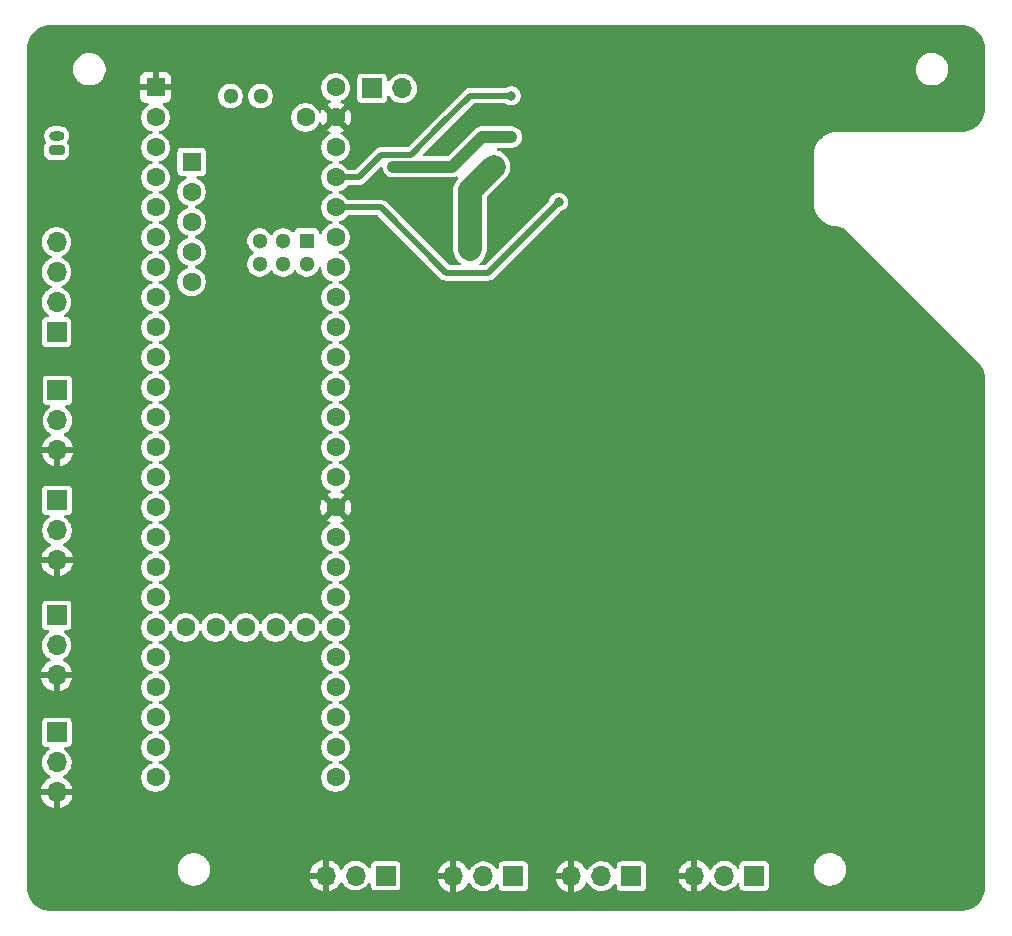
<source format=gbr>
%TF.GenerationSoftware,KiCad,Pcbnew,9.0.0*%
%TF.CreationDate,2025-03-31T19:53:22-05:00*%
%TF.ProjectId,HASP_Power_System,48415350-5f50-46f7-9765-725f53797374,rev?*%
%TF.SameCoordinates,Original*%
%TF.FileFunction,Copper,L2,Bot*%
%TF.FilePolarity,Positive*%
%FSLAX46Y46*%
G04 Gerber Fmt 4.6, Leading zero omitted, Abs format (unit mm)*
G04 Created by KiCad (PCBNEW 9.0.0) date 2025-03-31 19:53:22*
%MOMM*%
%LPD*%
G01*
G04 APERTURE LIST*
G04 Aperture macros list*
%AMRoundRect*
0 Rectangle with rounded corners*
0 $1 Rounding radius*
0 $2 $3 $4 $5 $6 $7 $8 $9 X,Y pos of 4 corners*
0 Add a 4 corners polygon primitive as box body*
4,1,4,$2,$3,$4,$5,$6,$7,$8,$9,$2,$3,0*
0 Add four circle primitives for the rounded corners*
1,1,$1+$1,$2,$3*
1,1,$1+$1,$4,$5*
1,1,$1+$1,$6,$7*
1,1,$1+$1,$8,$9*
0 Add four rect primitives between the rounded corners*
20,1,$1+$1,$2,$3,$4,$5,0*
20,1,$1+$1,$4,$5,$6,$7,0*
20,1,$1+$1,$6,$7,$8,$9,0*
20,1,$1+$1,$8,$9,$2,$3,0*%
G04 Aperture macros list end*
%TA.AperFunction,ComponentPad*%
%ADD10R,1.700000X1.700000*%
%TD*%
%TA.AperFunction,ComponentPad*%
%ADD11O,1.700000X1.700000*%
%TD*%
%TA.AperFunction,ComponentPad*%
%ADD12R,1.600000X1.600000*%
%TD*%
%TA.AperFunction,ComponentPad*%
%ADD13C,1.600000*%
%TD*%
%TA.AperFunction,ComponentPad*%
%ADD14R,1.300000X1.300000*%
%TD*%
%TA.AperFunction,ComponentPad*%
%ADD15C,1.300000*%
%TD*%
%TA.AperFunction,ComponentPad*%
%ADD16RoundRect,0.200000X0.450000X-0.200000X0.450000X0.200000X-0.450000X0.200000X-0.450000X-0.200000X0*%
%TD*%
%TA.AperFunction,ComponentPad*%
%ADD17O,1.300000X0.800000*%
%TD*%
%TA.AperFunction,ViaPad*%
%ADD18C,0.800000*%
%TD*%
%TA.AperFunction,Conductor*%
%ADD19C,1.000000*%
%TD*%
%TA.AperFunction,Conductor*%
%ADD20C,2.000000*%
%TD*%
%TA.AperFunction,Conductor*%
%ADD21C,0.500000*%
%TD*%
G04 APERTURE END LIST*
D10*
%TO.P,J5,1,Pin_1*%
%TO.N,Net-(J5-Pin_1)*%
X142225000Y-71375000D03*
D11*
%TO.P,J5,2,Pin_2*%
%TO.N,+5V*%
X144765000Y-71375000D03*
%TD*%
D10*
%TO.P,J10,1,Pin_1*%
%TO.N,+3V3_LDO*%
X115510000Y-115990000D03*
D11*
%TO.P,J10,2,Pin_2*%
%TO.N,TEMP3*%
X115510000Y-118530000D03*
%TO.P,J10,3,Pin_3*%
%TO.N,GND*%
X115510000Y-121070000D03*
%TD*%
D10*
%TO.P,J11,1,Pin_1*%
%TO.N,+3V3_LDO*%
X115520000Y-125900000D03*
D11*
%TO.P,J11,2,Pin_2*%
%TO.N,TEMP4*%
X115520000Y-128440000D03*
%TO.P,J11,3,Pin_3*%
%TO.N,GND*%
X115520000Y-130980000D03*
%TD*%
D10*
%TO.P,J9,1,Pin_1*%
%TO.N,+3V3_LDO*%
X115540000Y-106250000D03*
D11*
%TO.P,J9,2,Pin_2*%
%TO.N,TEMP2*%
X115540000Y-108790000D03*
%TO.P,J9,3,Pin_3*%
%TO.N,GND*%
X115540000Y-111330000D03*
%TD*%
D10*
%TO.P,J12,1,Pin_1*%
%TO.N,+3V3_LDO*%
X174570000Y-138040000D03*
D11*
%TO.P,J12,2,Pin_2*%
%TO.N,TEMP5*%
X172030000Y-138040000D03*
%TO.P,J12,3,Pin_3*%
%TO.N,GND*%
X169490000Y-138040000D03*
%TD*%
D10*
%TO.P,J8,1,Pin_1*%
%TO.N,+3V3_LDO*%
X115570000Y-96935000D03*
D11*
%TO.P,J8,2,Pin_2*%
%TO.N,TEMP1*%
X115570000Y-99475000D03*
%TO.P,J8,3,Pin_3*%
%TO.N,GND*%
X115570000Y-102015000D03*
%TD*%
D10*
%TO.P,J13,1,Pin_1*%
%TO.N,+3V3_LDO*%
X164160000Y-138070000D03*
D11*
%TO.P,J13,2,Pin_2*%
%TO.N,TEMP6*%
X161620000Y-138070000D03*
%TO.P,J13,3,Pin_3*%
%TO.N,GND*%
X159080000Y-138070000D03*
%TD*%
D10*
%TO.P,J6,1,Pin_1*%
%TO.N,GPIO4*%
X115500000Y-92000000D03*
D11*
%TO.P,J6,2,Pin_2*%
%TO.N,GPIO3*%
X115500000Y-89460000D03*
%TO.P,J6,3,Pin_3*%
%TO.N,GPIO2*%
X115500000Y-86920000D03*
%TO.P,J6,4,Pin_4*%
%TO.N,GPIO1*%
X115500000Y-84380000D03*
%TD*%
D12*
%TO.P,U3,1,GND*%
%TO.N,GND*%
X123880000Y-71290000D03*
D13*
%TO.P,U3,2,0_RX1_CRX2_CS1*%
%TO.N,RX*%
X123880000Y-73830000D03*
%TO.P,U3,3,1_TX1_CTX2_MISO1*%
%TO.N,TX*%
X123880000Y-76370000D03*
%TO.P,U3,4,2_OUT2*%
%TO.N,unconnected-(U3-2_OUT2-Pad4)*%
X123880000Y-78910000D03*
%TO.P,U3,5,3_LRCLK2*%
%TO.N,unconnected-(U3-3_LRCLK2-Pad5)*%
X123880000Y-81450000D03*
%TO.P,U3,6,4_BCLK2*%
%TO.N,unconnected-(U3-4_BCLK2-Pad6)*%
X123880000Y-83990000D03*
%TO.P,U3,7,5_IN2*%
%TO.N,unconnected-(U3-5_IN2-Pad7)*%
X123880000Y-86530000D03*
%TO.P,U3,8,6_OUT1D*%
%TO.N,GPIO1*%
X123880000Y-89070000D03*
%TO.P,U3,9,7_RX2_OUT1A*%
%TO.N,GPIO2*%
X123880000Y-91610000D03*
%TO.P,U3,10,8_TX2_IN1*%
%TO.N,GPIO3*%
X123880000Y-94150000D03*
%TO.P,U3,11,9_OUT1C*%
%TO.N,GPIO4*%
X123880000Y-96690000D03*
%TO.P,U3,12,10_CS_MQSR*%
%TO.N,unconnected-(U3-10_CS_MQSR-Pad12)*%
X123880000Y-99230000D03*
%TO.P,U3,13,11_MOSI_CTX1*%
%TO.N,unconnected-(U3-11_MOSI_CTX1-Pad13)*%
X123880000Y-101770000D03*
%TO.P,U3,14,12_MISO_MQSL*%
%TO.N,unconnected-(U3-12_MISO_MQSL-Pad14)*%
X123880000Y-104310000D03*
%TO.P,U3,15,3V3*%
%TO.N,unconnected-(U3-3V3-Pad15)*%
X123880000Y-106850000D03*
%TO.P,U3,16,24_A10_TX6_SCL2*%
%TO.N,TEMP1*%
X123880000Y-109390000D03*
%TO.P,U3,17,25_A11_RX6_SDA2*%
%TO.N,TEMP2*%
X123880000Y-111930000D03*
%TO.P,U3,18,26_A12_MOSI1*%
%TO.N,TEMP3*%
X123880000Y-114470000D03*
%TO.P,U3,19,27_A13_SCK1*%
%TO.N,TEMP4*%
X123880000Y-117010000D03*
%TO.P,U3,20,28_RX7*%
%TO.N,unconnected-(U3-28_RX7-Pad20)*%
X123880000Y-119550000D03*
%TO.P,U3,21,29_TX7*%
%TO.N,unconnected-(U3-29_TX7-Pad21)*%
X123880000Y-122090000D03*
%TO.P,U3,22,30_CRX3*%
%TO.N,unconnected-(U3-30_CRX3-Pad22)*%
X123880000Y-124630000D03*
%TO.P,U3,23,31_CTX3*%
%TO.N,unconnected-(U3-31_CTX3-Pad23)*%
X123880000Y-127170000D03*
%TO.P,U3,24,32_OUT1B*%
%TO.N,unconnected-(U3-32_OUT1B-Pad24)*%
X123880000Y-129710000D03*
%TO.P,U3,25,33_MCLK2*%
%TO.N,unconnected-(U3-33_MCLK2-Pad25)*%
X139120000Y-129710000D03*
%TO.P,U3,26,34_RX8*%
%TO.N,unconnected-(U3-34_RX8-Pad26)*%
X139120000Y-127170000D03*
%TO.P,U3,27,35_TX8*%
%TO.N,unconnected-(U3-35_TX8-Pad27)*%
X139120000Y-124630000D03*
%TO.P,U3,28,36_CS*%
%TO.N,unconnected-(U3-36_CS-Pad28)*%
X139120000Y-122090000D03*
%TO.P,U3,29,37_CS*%
%TO.N,unconnected-(U3-37_CS-Pad29)*%
X139120000Y-119550000D03*
%TO.P,U3,30,38_CS1_IN1*%
%TO.N,unconnected-(U3-38_CS1_IN1-Pad30)*%
X139120000Y-117010000D03*
%TO.P,U3,31,39_MISO1_OUT1A*%
%TO.N,unconnected-(U3-39_MISO1_OUT1A-Pad31)*%
X139120000Y-114470000D03*
%TO.P,U3,32,40_A16*%
%TO.N,unconnected-(U3-40_A16-Pad32)*%
X139120000Y-111930000D03*
%TO.P,U3,33,41_A17*%
%TO.N,unconnected-(U3-41_A17-Pad33)*%
X139120000Y-109390000D03*
%TO.P,U3,34,GND*%
%TO.N,GND*%
X139120000Y-106850000D03*
%TO.P,U3,35,13_SCK_LED*%
%TO.N,unconnected-(U3-13_SCK_LED-Pad35)*%
X139120000Y-104310000D03*
%TO.P,U3,36,14_A0_TX3_SPDIF_OUT*%
%TO.N,unconnected-(U3-14_A0_TX3_SPDIF_OUT-Pad36)*%
X139120000Y-101770000D03*
%TO.P,U3,37,15_A1_RX3_SPDIF_IN*%
%TO.N,unconnected-(U3-15_A1_RX3_SPDIF_IN-Pad37)*%
X139120000Y-99230000D03*
%TO.P,U3,38,16_A2_RX4_SCL1*%
%TO.N,unconnected-(U3-16_A2_RX4_SCL1-Pad38)*%
X139120000Y-96690000D03*
%TO.P,U3,39,17_A3_TX4_SDA1*%
%TO.N,unconnected-(U3-17_A3_TX4_SDA1-Pad39)*%
X139120000Y-94150000D03*
%TO.P,U3,40,18_A4_SDA*%
%TO.N,TEMP8*%
X139120000Y-91610000D03*
%TO.P,U3,41,19_A5_SCL*%
%TO.N,TEMP7*%
X139120000Y-89070000D03*
%TO.P,U3,42,20_A6_TX5_LRCLK1*%
%TO.N,TEMP6*%
X139120000Y-86530000D03*
%TO.P,U3,43,21_A7_RX5_BCLK1*%
%TO.N,TEMP5*%
X139120000Y-83990000D03*
%TO.P,U3,44,22_A8_CTX1*%
%TO.N,5V_Current*%
X139120000Y-81450000D03*
%TO.P,U3,45,23_A9_CRX1_MCLK1*%
%TO.N,3V_Current*%
X139120000Y-78910000D03*
%TO.P,U3,46,3V3*%
%TO.N,+3V3_Teensy*%
X139120000Y-76370000D03*
%TO.P,U3,47,GND*%
%TO.N,GND*%
X139120000Y-73830000D03*
%TO.P,U3,48,VIN*%
%TO.N,Net-(J5-Pin_1)*%
X139120000Y-71290000D03*
%TO.P,U3,49,VUSB*%
%TO.N,unconnected-(U3-VUSB-Pad49)*%
X136580000Y-73830000D03*
%TO.P,U3,50,VBAT*%
%TO.N,unconnected-(U3-VBAT-Pad50)*%
X126420000Y-117010000D03*
%TO.P,U3,51,3V3*%
%TO.N,unconnected-(U3-3V3-Pad51)*%
X128960000Y-117010000D03*
%TO.P,U3,52,GND*%
%TO.N,unconnected-(U3-GND-Pad52)*%
X131500000Y-117010000D03*
%TO.P,U3,53,PROGRAM*%
%TO.N,unconnected-(U3-PROGRAM-Pad53)*%
X134040000Y-117010000D03*
%TO.P,U3,54,ON_OFF*%
%TO.N,unconnected-(U3-ON_OFF-Pad54)*%
X136580000Y-117010000D03*
D12*
%TO.P,U3,55,5V*%
%TO.N,unconnected-(U3-5V-Pad55)*%
X126930800Y-77589200D03*
D13*
%TO.P,U3,56,D-*%
%TO.N,unconnected-(U3-D--Pad56)*%
X126930800Y-80129200D03*
%TO.P,U3,57,D+*%
%TO.N,unconnected-(U3-D+-Pad57)*%
X126930800Y-82669200D03*
%TO.P,U3,58,GND*%
%TO.N,unconnected-(U3-GND-Pad58)*%
X126930800Y-85209200D03*
%TO.P,U3,59,GND*%
%TO.N,unconnected-(U3-GND-Pad59)*%
X126930800Y-87749200D03*
D14*
%TO.P,U3,60,R+*%
%TO.N,unconnected-(U3-R+-Pad60)*%
X136681600Y-84260000D03*
D15*
%TO.P,U3,61,LED*%
%TO.N,unconnected-(U3-LED-Pad61)*%
X134681600Y-84260000D03*
%TO.P,U3,62,T-*%
%TO.N,unconnected-(U3-T--Pad62)*%
X132681600Y-84260000D03*
%TO.P,U3,63,T+*%
%TO.N,unconnected-(U3-T+-Pad63)*%
X132681600Y-86260000D03*
%TO.P,U3,64,GND*%
%TO.N,unconnected-(U3-GND-Pad64)*%
X134681600Y-86260000D03*
%TO.P,U3,65,R-*%
%TO.N,unconnected-(U3-R--Pad65)*%
X136681600Y-86260000D03*
%TO.P,U3,66,D-*%
%TO.N,unconnected-(U3-D--Pad66)*%
X132770000Y-72020000D03*
%TO.P,U3,67,D+*%
%TO.N,unconnected-(U3-D+-Pad67)*%
X130230000Y-72020000D03*
%TD*%
D10*
%TO.P,J14,1,Pin_1*%
%TO.N,+3V3_LDO*%
X154170000Y-138080000D03*
D11*
%TO.P,J14,2,Pin_2*%
%TO.N,TEMP7*%
X151630000Y-138080000D03*
%TO.P,J14,3,Pin_3*%
%TO.N,GND*%
X149090000Y-138080000D03*
%TD*%
D10*
%TO.P,J15,1,Pin_1*%
%TO.N,+3V3_LDO*%
X143360000Y-138030000D03*
D11*
%TO.P,J15,2,Pin_2*%
%TO.N,TEMP8*%
X140820000Y-138030000D03*
%TO.P,J15,3,Pin_3*%
%TO.N,GND*%
X138280000Y-138030000D03*
%TD*%
D16*
%TO.P,J4,1,Pin_1*%
%TO.N,TX*%
X115500000Y-76625000D03*
D17*
%TO.P,J4,2,Pin_2*%
%TO.N,RX*%
X115500000Y-75375000D03*
%TD*%
D18*
%TO.N,GND*%
X159000000Y-91500000D03*
X142000000Y-80000000D03*
X166168800Y-78737000D03*
X173966600Y-77416200D03*
X172500000Y-73000000D03*
X155000000Y-98000000D03*
X159500000Y-84000000D03*
X163000000Y-67000000D03*
X156000000Y-73500000D03*
X164000000Y-82000000D03*
X177009400Y-73319800D03*
X182500000Y-71000000D03*
X160196096Y-101981180D03*
X164979400Y-76289800D03*
%TO.N,+3V3_Teensy*%
X144000000Y-78000000D03*
X154000000Y-75500000D03*
%TO.N,+3V3_LDO*%
X150500000Y-85000000D03*
X152500000Y-78000000D03*
%TO.N,3V_Current*%
X154000000Y-72000000D03*
%TO.N,5V_Current*%
X158000000Y-81000000D03*
%TD*%
D19*
%TO.N,+3V3_Teensy*%
X144000000Y-78000000D02*
X149000000Y-78000000D01*
X149500000Y-77500000D02*
X151500000Y-75500000D01*
X151500000Y-75500000D02*
X154000000Y-75500000D01*
X149000000Y-78000000D02*
X149500000Y-77500000D01*
D20*
%TO.N,+3V3_LDO*%
X150500000Y-80000000D02*
X152500000Y-78000000D01*
X150500000Y-85000000D02*
X150500000Y-80000000D01*
D21*
%TO.N,3V_Current*%
X154000000Y-72000000D02*
X150500000Y-72000000D01*
X143000000Y-77000000D02*
X141090000Y-78910000D01*
X148000000Y-74500000D02*
X145500000Y-77000000D01*
X145500000Y-77000000D02*
X143000000Y-77000000D01*
X141090000Y-78910000D02*
X139120000Y-78910000D01*
X150500000Y-72000000D02*
X148000000Y-74500000D01*
%TO.N,5V_Current*%
X148500000Y-87000000D02*
X142950000Y-81450000D01*
X142950000Y-81450000D02*
X139120000Y-81450000D01*
X158000000Y-81000000D02*
X152000000Y-87000000D01*
X152000000Y-87000000D02*
X148500000Y-87000000D01*
%TD*%
%TA.AperFunction,Conductor*%
%TO.N,GND*%
G36*
X143021969Y-78000489D02*
G01*
X143077903Y-78042360D01*
X143100253Y-78092480D01*
X143134103Y-78262658D01*
X143134106Y-78262667D01*
X143201983Y-78426540D01*
X143201990Y-78426553D01*
X143300535Y-78574034D01*
X143300538Y-78574038D01*
X143425961Y-78699461D01*
X143425965Y-78699464D01*
X143573446Y-78798009D01*
X143573459Y-78798016D01*
X143665853Y-78836286D01*
X143737334Y-78865894D01*
X143737336Y-78865894D01*
X143737341Y-78865896D01*
X143911304Y-78900499D01*
X143911307Y-78900500D01*
X143911309Y-78900500D01*
X149088693Y-78900500D01*
X149088694Y-78900499D01*
X149262666Y-78865895D01*
X149344606Y-78831953D01*
X149353930Y-78828090D01*
X149387386Y-78824496D01*
X149423382Y-78820624D01*
X149423389Y-78820627D01*
X149423398Y-78820627D01*
X149454677Y-78836286D01*
X149485863Y-78851894D01*
X149485867Y-78851901D01*
X149485875Y-78851905D01*
X149503662Y-78881888D01*
X149521520Y-78911980D01*
X149521519Y-78911988D01*
X149521524Y-78911996D01*
X149520289Y-78946514D01*
X149519031Y-78981806D01*
X149519026Y-78981813D01*
X149519026Y-78981821D01*
X149518987Y-78981876D01*
X149489056Y-79030336D01*
X149431757Y-79087635D01*
X149421001Y-79102441D01*
X149421000Y-79102442D01*
X149302187Y-79265974D01*
X149202104Y-79462393D01*
X149202104Y-79462395D01*
X149133985Y-79672047D01*
X149099499Y-79889779D01*
X149099499Y-80115332D01*
X149099500Y-80115357D01*
X149099500Y-85110222D01*
X149112872Y-85194647D01*
X149133985Y-85327952D01*
X149202103Y-85537603D01*
X149202104Y-85537606D01*
X149262079Y-85655310D01*
X149291224Y-85712511D01*
X149302187Y-85734025D01*
X149431752Y-85912358D01*
X149431756Y-85912363D01*
X149587636Y-86068243D01*
X149587641Y-86068247D01*
X149666005Y-86125182D01*
X149708671Y-86180512D01*
X149714650Y-86250125D01*
X149682044Y-86311920D01*
X149621206Y-86346277D01*
X149593120Y-86349500D01*
X148820808Y-86349500D01*
X148753769Y-86329815D01*
X148733127Y-86313181D01*
X143364674Y-80944727D01*
X143364673Y-80944726D01*
X143364669Y-80944723D01*
X143258127Y-80873535D01*
X143139744Y-80824499D01*
X143121153Y-80820801D01*
X143121148Y-80820800D01*
X143014071Y-80799500D01*
X143014069Y-80799500D01*
X140194465Y-80799500D01*
X140127426Y-80779815D01*
X140094147Y-80748386D01*
X140035690Y-80667927D01*
X139902073Y-80534310D01*
X139749199Y-80423240D01*
X139723838Y-80410318D01*
X139580836Y-80337454D01*
X139506472Y-80313291D01*
X139459195Y-80297930D01*
X139401521Y-80258493D01*
X139374323Y-80194134D01*
X139386238Y-80125288D01*
X139433482Y-80073812D01*
X139459194Y-80062069D01*
X139580832Y-80022547D01*
X139749199Y-79936760D01*
X139902073Y-79825690D01*
X140035690Y-79692073D01*
X140094147Y-79611613D01*
X140149478Y-79568949D01*
X140194465Y-79560500D01*
X141154071Y-79560500D01*
X141261153Y-79539199D01*
X141279744Y-79535501D01*
X141398127Y-79486465D01*
X141434152Y-79462394D01*
X141504669Y-79415277D01*
X142890955Y-78028989D01*
X142952278Y-77995505D01*
X143021969Y-78000489D01*
G37*
%TD.AperFunction*%
%TA.AperFunction,Conductor*%
G36*
X192119786Y-66000765D02*
G01*
X192347315Y-66015681D01*
X192356816Y-66016674D01*
X192408405Y-66024092D01*
X192414851Y-66025195D01*
X192611518Y-66064318D01*
X192622244Y-66066954D01*
X192664456Y-66079349D01*
X192669321Y-66080889D01*
X192867704Y-66148232D01*
X192879340Y-66152851D01*
X192902621Y-66163483D01*
X192905840Y-66165012D01*
X193108174Y-66264795D01*
X193122213Y-66272900D01*
X193326178Y-66409187D01*
X193339046Y-66419062D01*
X193523458Y-66580790D01*
X193534926Y-66592259D01*
X193696661Y-66776684D01*
X193706524Y-66789537D01*
X193842807Y-66993499D01*
X193850914Y-67007541D01*
X193950686Y-67209862D01*
X193952267Y-67213193D01*
X193962854Y-67236375D01*
X193967479Y-67248028D01*
X194034803Y-67446357D01*
X194036362Y-67451284D01*
X194048753Y-67493488D01*
X194051392Y-67504229D01*
X194090497Y-67700823D01*
X194091618Y-67707368D01*
X194099025Y-67758887D01*
X194100022Y-67768423D01*
X194114964Y-67996395D01*
X194115229Y-68004505D01*
X194115229Y-73057981D01*
X194114963Y-73066094D01*
X194100046Y-73293606D01*
X194099050Y-73303142D01*
X194091640Y-73354673D01*
X194090519Y-73361217D01*
X194051413Y-73557802D01*
X194048773Y-73568545D01*
X194036377Y-73610761D01*
X194034819Y-73615685D01*
X193967494Y-73814010D01*
X193962868Y-73825665D01*
X193952284Y-73848839D01*
X193950703Y-73852167D01*
X193850931Y-74054486D01*
X193842824Y-74068528D01*
X193708131Y-74270110D01*
X193706543Y-74272486D01*
X193696669Y-74285353D01*
X193534936Y-74469772D01*
X193523467Y-74481241D01*
X193339048Y-74642973D01*
X193326180Y-74652847D01*
X193122228Y-74789123D01*
X193108182Y-74797233D01*
X192905878Y-74897000D01*
X192902542Y-74898583D01*
X192879352Y-74909173D01*
X192867703Y-74913797D01*
X192669360Y-74981128D01*
X192664453Y-74982680D01*
X192643465Y-74988843D01*
X192622246Y-74995074D01*
X192611504Y-74997713D01*
X192414910Y-75036820D01*
X192408367Y-75037941D01*
X192356835Y-75045351D01*
X192347298Y-75046347D01*
X192119672Y-75061270D01*
X192111560Y-75061536D01*
X181638299Y-75061536D01*
X181638275Y-75061528D01*
X181455806Y-75061528D01*
X181195816Y-75095752D01*
X180942512Y-75163622D01*
X180901210Y-75180729D01*
X180895071Y-75183271D01*
X180887063Y-75185623D01*
X180864334Y-75196002D01*
X180862250Y-75196866D01*
X180862248Y-75196866D01*
X180700237Y-75263972D01*
X180700229Y-75263976D01*
X180700226Y-75263977D01*
X180700225Y-75263978D01*
X180698533Y-75264955D01*
X180647573Y-75294375D01*
X180647572Y-75294374D01*
X180642438Y-75297337D01*
X180627145Y-75304322D01*
X180598896Y-75322476D01*
X180596307Y-75323971D01*
X180596298Y-75323977D01*
X180473123Y-75395094D01*
X180473109Y-75395103D01*
X180411362Y-75442483D01*
X180411361Y-75442482D01*
X180407236Y-75445646D01*
X180386765Y-75458803D01*
X180361022Y-75481108D01*
X180358093Y-75483357D01*
X180358073Y-75483374D01*
X180265065Y-75554741D01*
X180196911Y-75622893D01*
X180193763Y-75626040D01*
X180170818Y-75645923D01*
X180150931Y-75668873D01*
X180147781Y-75672024D01*
X180079642Y-75740164D01*
X180008268Y-75833181D01*
X180008267Y-75833182D01*
X180006014Y-75836117D01*
X179983699Y-75861871D01*
X179970539Y-75882347D01*
X179967384Y-75886460D01*
X179919997Y-75948218D01*
X179919988Y-75948231D01*
X179848891Y-76071373D01*
X179848892Y-76071374D01*
X179847396Y-76073964D01*
X179829218Y-76102251D01*
X179822226Y-76117560D01*
X179819268Y-76122685D01*
X179819266Y-76122686D01*
X179788880Y-76175320D01*
X179788870Y-76175340D01*
X179721746Y-76337397D01*
X179721746Y-76337398D01*
X179720895Y-76339452D01*
X179710521Y-76362169D01*
X179708173Y-76370162D01*
X179705628Y-76376309D01*
X179688526Y-76417598D01*
X179688520Y-76417616D01*
X179620652Y-76670918D01*
X179620651Y-76670923D01*
X179586427Y-76930913D01*
X179586429Y-77062036D01*
X179586429Y-81047474D01*
X179586485Y-81047756D01*
X179586450Y-81156046D01*
X179586450Y-81156054D01*
X179621831Y-81420369D01*
X179630717Y-81452963D01*
X179632026Y-81457767D01*
X179632218Y-81459065D01*
X179633915Y-81464695D01*
X179634355Y-81466308D01*
X179634361Y-81466327D01*
X179648213Y-81517131D01*
X179682379Y-81642440D01*
X179691982Y-81677658D01*
X179691985Y-81677667D01*
X179710900Y-81722493D01*
X179710901Y-81722495D01*
X179713469Y-81728581D01*
X179716787Y-81739587D01*
X179729797Y-81767277D01*
X179730758Y-81769555D01*
X179730766Y-81769573D01*
X179795653Y-81923348D01*
X179795657Y-81923357D01*
X179795658Y-81923358D01*
X179829616Y-81980999D01*
X179832553Y-81985984D01*
X179841379Y-82004769D01*
X179861440Y-82035014D01*
X179863031Y-82037714D01*
X179863119Y-82037863D01*
X179863120Y-82037865D01*
X179931018Y-82153114D01*
X179931022Y-82153119D01*
X179931025Y-82153124D01*
X179965656Y-82197241D01*
X179984430Y-82221158D01*
X179987488Y-82225054D01*
X180003328Y-82248935D01*
X180026306Y-82274504D01*
X180095690Y-82362893D01*
X180173227Y-82438404D01*
X180176188Y-82441288D01*
X180199169Y-82466860D01*
X180221229Y-82485153D01*
X180284267Y-82546544D01*
X180286740Y-82548952D01*
X180394120Y-82628743D01*
X180394119Y-82628743D01*
X180396781Y-82630720D01*
X180424709Y-82653879D01*
X180442446Y-82664652D01*
X180500792Y-82708008D01*
X180648957Y-82790097D01*
X180675122Y-82805991D01*
X180685717Y-82810463D01*
X180734061Y-82837248D01*
X180939586Y-82917632D01*
X180945049Y-82919939D01*
X180946325Y-82920268D01*
X180982419Y-82934385D01*
X180982422Y-82934385D01*
X180982423Y-82934386D01*
X181241467Y-82997700D01*
X181241468Y-82997700D01*
X181241472Y-82997701D01*
X181370555Y-83011477D01*
X181377516Y-83012421D01*
X181576878Y-83045271D01*
X181586478Y-83047247D01*
X181631957Y-83058507D01*
X181635951Y-83059568D01*
X181681346Y-83072461D01*
X181808922Y-83108694D01*
X181822201Y-83113293D01*
X182018785Y-83194128D01*
X182031458Y-83200199D01*
X182069426Y-83221116D01*
X182217643Y-83302768D01*
X182229549Y-83310237D01*
X182376183Y-83414244D01*
X182379581Y-83416742D01*
X182416793Y-83445086D01*
X182424368Y-83451347D01*
X182574843Y-83586103D01*
X182579945Y-83590940D01*
X193529461Y-94576666D01*
X193534221Y-94581716D01*
X193666321Y-94729991D01*
X193672213Y-94737124D01*
X193699092Y-94772253D01*
X193701804Y-94775938D01*
X193742410Y-94833322D01*
X193805245Y-94922122D01*
X193811476Y-94931862D01*
X193815356Y-94938599D01*
X193816494Y-94940617D01*
X193914683Y-95118718D01*
X193920691Y-95131225D01*
X194000844Y-95325176D01*
X194005417Y-95338272D01*
X194008933Y-95350500D01*
X194061606Y-95533732D01*
X194062225Y-95535965D01*
X194064236Y-95543487D01*
X194066698Y-95554783D01*
X194096630Y-95731306D01*
X194097318Y-95735882D01*
X194103077Y-95779713D01*
X194103940Y-95788926D01*
X194115035Y-95986836D01*
X194115229Y-95993777D01*
X194115229Y-138995947D01*
X194114963Y-139004057D01*
X194100050Y-139231573D01*
X194099054Y-139241109D01*
X194091645Y-139292642D01*
X194090524Y-139299187D01*
X194051420Y-139495777D01*
X194048780Y-139506521D01*
X194036394Y-139548704D01*
X194034836Y-139553627D01*
X193967503Y-139751985D01*
X193962878Y-139763638D01*
X193952293Y-139786816D01*
X193950712Y-139790148D01*
X193850942Y-139992467D01*
X193842832Y-140006514D01*
X193706555Y-140210469D01*
X193696680Y-140223338D01*
X193534951Y-140407756D01*
X193523483Y-140419224D01*
X193339054Y-140580967D01*
X193326186Y-140590841D01*
X193122244Y-140727114D01*
X193108197Y-140735225D01*
X192905890Y-140834994D01*
X192902557Y-140836576D01*
X192879353Y-140847173D01*
X192867701Y-140851798D01*
X192669389Y-140919118D01*
X192664465Y-140920676D01*
X192622246Y-140933073D01*
X192611503Y-140935713D01*
X192414906Y-140974821D01*
X192408362Y-140975942D01*
X192356843Y-140983350D01*
X192347306Y-140984346D01*
X192120237Y-140999233D01*
X192112125Y-140999499D01*
X115004052Y-140999499D01*
X114995942Y-140999233D01*
X114766869Y-140984218D01*
X114757334Y-140983222D01*
X114709568Y-140976355D01*
X114703022Y-140975234D01*
X114502901Y-140935427D01*
X114492159Y-140932788D01*
X114453976Y-140921576D01*
X114449096Y-140920032D01*
X114385362Y-140898397D01*
X114246893Y-140851392D01*
X114235239Y-140846767D01*
X114216798Y-140838345D01*
X114213468Y-140836763D01*
X114007543Y-140735213D01*
X113993495Y-140727103D01*
X113827693Y-140616317D01*
X113789537Y-140590823D01*
X113776671Y-140580950D01*
X113592250Y-140419217D01*
X113580781Y-140407748D01*
X113419048Y-140223327D01*
X113409174Y-140210458D01*
X113272898Y-140006505D01*
X113264788Y-139992458D01*
X113163229Y-139786515D01*
X113161648Y-139783187D01*
X113153226Y-139764745D01*
X113148611Y-139753117D01*
X113079947Y-139550842D01*
X113078440Y-139546081D01*
X113067202Y-139507805D01*
X113064575Y-139497113D01*
X113024754Y-139296917D01*
X113023653Y-139290488D01*
X113016775Y-139242652D01*
X113015783Y-139233165D01*
X113000764Y-139004024D01*
X113000500Y-138995919D01*
X113000500Y-137499996D01*
X125738244Y-137499996D01*
X125738244Y-137500000D01*
X125739782Y-137518069D01*
X125740229Y-137528586D01*
X125740229Y-137608258D01*
X125755151Y-137702469D01*
X125755853Y-137706904D01*
X125758057Y-137732795D01*
X125762899Y-137751393D01*
X125763849Y-137757387D01*
X125763850Y-137757391D01*
X125774099Y-137822099D01*
X125809261Y-137930318D01*
X125810405Y-137933841D01*
X125816929Y-137958894D01*
X125822675Y-137971607D01*
X125824793Y-137978124D01*
X125824798Y-137978135D01*
X125841003Y-138028008D01*
X125903204Y-138150085D01*
X125903205Y-138150087D01*
X125904523Y-138152674D01*
X125913165Y-138171792D01*
X125917627Y-138178394D01*
X125921097Y-138185204D01*
X125921098Y-138185205D01*
X125939295Y-138220916D01*
X125939298Y-138220921D01*
X126039465Y-138358789D01*
X126039466Y-138358789D01*
X126040717Y-138360512D01*
X126043996Y-138365363D01*
X126045013Y-138366424D01*
X126048305Y-138370955D01*
X126048305Y-138370956D01*
X126059327Y-138386126D01*
X126066557Y-138396077D01*
X126219651Y-138549171D01*
X126394810Y-138676432D01*
X126489426Y-138724641D01*
X126587719Y-138774725D01*
X126587722Y-138774726D01*
X126687909Y-138807278D01*
X126793632Y-138841629D01*
X127007475Y-138875499D01*
X127007476Y-138875499D01*
X127051457Y-138875499D01*
X127057267Y-138876243D01*
X127074781Y-138875499D01*
X127223982Y-138875499D01*
X127223983Y-138875499D01*
X127278667Y-138866837D01*
X127290694Y-138866327D01*
X127315092Y-138861068D01*
X127437826Y-138841629D01*
X127501919Y-138820803D01*
X127519088Y-138817105D01*
X127543507Y-138807291D01*
X127643738Y-138774725D01*
X127715322Y-138738250D01*
X127735878Y-138729991D01*
X127756722Y-138717156D01*
X127836648Y-138676432D01*
X127913236Y-138620786D01*
X127934828Y-138607493D01*
X127950403Y-138593783D01*
X128011807Y-138549171D01*
X128090452Y-138470525D01*
X128110213Y-138453135D01*
X128120146Y-138440831D01*
X128164901Y-138396077D01*
X128242305Y-138289539D01*
X128256989Y-138271356D01*
X128261885Y-138262589D01*
X128292162Y-138220918D01*
X128364767Y-138078421D01*
X128370933Y-138067387D01*
X128372159Y-138063914D01*
X128390455Y-138028008D01*
X128457359Y-137822096D01*
X128464026Y-137780000D01*
X136952769Y-137780000D01*
X137846988Y-137780000D01*
X137814075Y-137837007D01*
X137780000Y-137964174D01*
X137780000Y-138095826D01*
X137814075Y-138222993D01*
X137846988Y-138280000D01*
X136952769Y-138280000D01*
X136963242Y-138346126D01*
X136963242Y-138346129D01*
X137028904Y-138548217D01*
X137125379Y-138737557D01*
X137250272Y-138909459D01*
X137250276Y-138909464D01*
X137400535Y-139059723D01*
X137400540Y-139059727D01*
X137572442Y-139184620D01*
X137761782Y-139281095D01*
X137963871Y-139346757D01*
X138030000Y-139357231D01*
X138030000Y-138463012D01*
X138087007Y-138495925D01*
X138214174Y-138530000D01*
X138345826Y-138530000D01*
X138472993Y-138495925D01*
X138530000Y-138463012D01*
X138530000Y-139357230D01*
X138596126Y-139346757D01*
X138596129Y-139346757D01*
X138798217Y-139281095D01*
X138987557Y-139184620D01*
X139159459Y-139059727D01*
X139159464Y-139059723D01*
X139309723Y-138909464D01*
X139309727Y-138909459D01*
X139434620Y-138737557D01*
X139495350Y-138618370D01*
X139543324Y-138567574D01*
X139611145Y-138550779D01*
X139677280Y-138573316D01*
X139716320Y-138618370D01*
X139750476Y-138685405D01*
X139866172Y-138844646D01*
X140005354Y-138983828D01*
X140164595Y-139099524D01*
X140221154Y-139128342D01*
X140339970Y-139188882D01*
X140339972Y-139188882D01*
X140339975Y-139188884D01*
X140398962Y-139208050D01*
X140527173Y-139249709D01*
X140721578Y-139280500D01*
X140721583Y-139280500D01*
X140918422Y-139280500D01*
X141112826Y-139249709D01*
X141139294Y-139241109D01*
X141300025Y-139188884D01*
X141475405Y-139099524D01*
X141634646Y-138983828D01*
X141773828Y-138844646D01*
X141885184Y-138691378D01*
X141940512Y-138648714D01*
X142010125Y-138642735D01*
X142071920Y-138675341D01*
X142106277Y-138736179D01*
X142109500Y-138764264D01*
X142109500Y-138911517D01*
X142120292Y-138979657D01*
X142124354Y-139005304D01*
X142181950Y-139118342D01*
X142181952Y-139118344D01*
X142181954Y-139118347D01*
X142271652Y-139208045D01*
X142271654Y-139208046D01*
X142271658Y-139208050D01*
X142375554Y-139260988D01*
X142384698Y-139265647D01*
X142478475Y-139280499D01*
X142478481Y-139280500D01*
X144241518Y-139280499D01*
X144335304Y-139265646D01*
X144448342Y-139208050D01*
X144538050Y-139118342D01*
X144595646Y-139005304D01*
X144595646Y-139005302D01*
X144595647Y-139005301D01*
X144608916Y-138921517D01*
X144610500Y-138911519D01*
X144610499Y-137830000D01*
X147762769Y-137830000D01*
X148656988Y-137830000D01*
X148624075Y-137887007D01*
X148590000Y-138014174D01*
X148590000Y-138145826D01*
X148624075Y-138272993D01*
X148656988Y-138330000D01*
X147762769Y-138330000D01*
X147773242Y-138396126D01*
X147773242Y-138396129D01*
X147838904Y-138598217D01*
X147935379Y-138787557D01*
X148060272Y-138959459D01*
X148060276Y-138959464D01*
X148210535Y-139109723D01*
X148210540Y-139109727D01*
X148382442Y-139234620D01*
X148571782Y-139331095D01*
X148773871Y-139396757D01*
X148840000Y-139407231D01*
X148840000Y-138513012D01*
X148897007Y-138545925D01*
X149024174Y-138580000D01*
X149155826Y-138580000D01*
X149282993Y-138545925D01*
X149340000Y-138513012D01*
X149340000Y-139407230D01*
X149406126Y-139396757D01*
X149406129Y-139396757D01*
X149608217Y-139331095D01*
X149797557Y-139234620D01*
X149969459Y-139109727D01*
X149969464Y-139109723D01*
X150119723Y-138959464D01*
X150119727Y-138959459D01*
X150244620Y-138787557D01*
X150305350Y-138668370D01*
X150353324Y-138617574D01*
X150421145Y-138600779D01*
X150487280Y-138623316D01*
X150526320Y-138668370D01*
X150550018Y-138714880D01*
X150560476Y-138735405D01*
X150676172Y-138894646D01*
X150815354Y-139033828D01*
X150974595Y-139149524D01*
X151043475Y-139184620D01*
X151149970Y-139238882D01*
X151149972Y-139238882D01*
X151149975Y-139238884D01*
X151232343Y-139265647D01*
X151337173Y-139299709D01*
X151531578Y-139330500D01*
X151531583Y-139330500D01*
X151728422Y-139330500D01*
X151922826Y-139299709D01*
X151951205Y-139290488D01*
X152110025Y-139238884D01*
X152285405Y-139149524D01*
X152444646Y-139033828D01*
X152583828Y-138894646D01*
X152695184Y-138741378D01*
X152750512Y-138698714D01*
X152820125Y-138692735D01*
X152881920Y-138725341D01*
X152916277Y-138786179D01*
X152919500Y-138814264D01*
X152919500Y-138961517D01*
X152926238Y-139004057D01*
X152934354Y-139055304D01*
X152991950Y-139168342D01*
X152991952Y-139168344D01*
X152991954Y-139168347D01*
X153081652Y-139258045D01*
X153081654Y-139258046D01*
X153081658Y-139258050D01*
X153175072Y-139305647D01*
X153194698Y-139315647D01*
X153288475Y-139330499D01*
X153288481Y-139330500D01*
X155051518Y-139330499D01*
X155145304Y-139315646D01*
X155258342Y-139258050D01*
X155348050Y-139168342D01*
X155405646Y-139055304D01*
X155405646Y-139055302D01*
X155405647Y-139055301D01*
X155420499Y-138961524D01*
X155420500Y-138961519D01*
X155420499Y-137820000D01*
X157752769Y-137820000D01*
X158646988Y-137820000D01*
X158614075Y-137877007D01*
X158580000Y-138004174D01*
X158580000Y-138135826D01*
X158614075Y-138262993D01*
X158646988Y-138320000D01*
X157752769Y-138320000D01*
X157763242Y-138386126D01*
X157763242Y-138386129D01*
X157828904Y-138588217D01*
X157925379Y-138777557D01*
X158050272Y-138949459D01*
X158050276Y-138949464D01*
X158200535Y-139099723D01*
X158200540Y-139099727D01*
X158372442Y-139224620D01*
X158561782Y-139321095D01*
X158763871Y-139386757D01*
X158830000Y-139397231D01*
X158830000Y-138503012D01*
X158887007Y-138535925D01*
X159014174Y-138570000D01*
X159145826Y-138570000D01*
X159272993Y-138535925D01*
X159330000Y-138503012D01*
X159330000Y-139397230D01*
X159396126Y-139386757D01*
X159396129Y-139386757D01*
X159598217Y-139321095D01*
X159787557Y-139224620D01*
X159959459Y-139099727D01*
X159959464Y-139099723D01*
X160109723Y-138949464D01*
X160109727Y-138949459D01*
X160234620Y-138777557D01*
X160295350Y-138658370D01*
X160343324Y-138607574D01*
X160411145Y-138590779D01*
X160477280Y-138613316D01*
X160516320Y-138658370D01*
X160533830Y-138692735D01*
X160550476Y-138725405D01*
X160666172Y-138884646D01*
X160805354Y-139023828D01*
X160964595Y-139139524D01*
X161021154Y-139168342D01*
X161139970Y-139228882D01*
X161139972Y-139228882D01*
X161139975Y-139228884D01*
X161229723Y-139258045D01*
X161327173Y-139289709D01*
X161521578Y-139320500D01*
X161521583Y-139320500D01*
X161718422Y-139320500D01*
X161912826Y-139289709D01*
X161956110Y-139275645D01*
X162100025Y-139228884D01*
X162275405Y-139139524D01*
X162434646Y-139023828D01*
X162573828Y-138884646D01*
X162685184Y-138731378D01*
X162740512Y-138688714D01*
X162810125Y-138682735D01*
X162871920Y-138715341D01*
X162906277Y-138776179D01*
X162909500Y-138804264D01*
X162909500Y-138951517D01*
X162919603Y-139015304D01*
X162924354Y-139045304D01*
X162981950Y-139158342D01*
X162981952Y-139158344D01*
X162981954Y-139158347D01*
X163071652Y-139248045D01*
X163071654Y-139248046D01*
X163071658Y-139248050D01*
X163172020Y-139299187D01*
X163184698Y-139305647D01*
X163278475Y-139320499D01*
X163278481Y-139320500D01*
X165041518Y-139320499D01*
X165135304Y-139305646D01*
X165248342Y-139248050D01*
X165338050Y-139158342D01*
X165395646Y-139045304D01*
X165395646Y-139045302D01*
X165395647Y-139045301D01*
X165408916Y-138961517D01*
X165410500Y-138951519D01*
X165410499Y-137790000D01*
X168162769Y-137790000D01*
X169056988Y-137790000D01*
X169024075Y-137847007D01*
X168990000Y-137974174D01*
X168990000Y-138105826D01*
X169024075Y-138232993D01*
X169056988Y-138290000D01*
X168162769Y-138290000D01*
X168173242Y-138356126D01*
X168173242Y-138356129D01*
X168238904Y-138558217D01*
X168335379Y-138747557D01*
X168460272Y-138919459D01*
X168460276Y-138919464D01*
X168610535Y-139069723D01*
X168610540Y-139069727D01*
X168782442Y-139194620D01*
X168971782Y-139291095D01*
X169173871Y-139356757D01*
X169240000Y-139367231D01*
X169240000Y-138473012D01*
X169297007Y-138505925D01*
X169424174Y-138540000D01*
X169555826Y-138540000D01*
X169682993Y-138505925D01*
X169740000Y-138473012D01*
X169740000Y-139367230D01*
X169806126Y-139356757D01*
X169806129Y-139356757D01*
X170008217Y-139291095D01*
X170197557Y-139194620D01*
X170369459Y-139069727D01*
X170369464Y-139069723D01*
X170519723Y-138919464D01*
X170519727Y-138919459D01*
X170644620Y-138747557D01*
X170705350Y-138628370D01*
X170753324Y-138577574D01*
X170821145Y-138560779D01*
X170887280Y-138583316D01*
X170926320Y-138628370D01*
X170960476Y-138695405D01*
X171076172Y-138854646D01*
X171215354Y-138993828D01*
X171374595Y-139109524D01*
X171416978Y-139131119D01*
X171549970Y-139198882D01*
X171549972Y-139198882D01*
X171549975Y-139198884D01*
X171608962Y-139218050D01*
X171737173Y-139259709D01*
X171931578Y-139290500D01*
X171931583Y-139290500D01*
X172128422Y-139290500D01*
X172322826Y-139259709D01*
X172327947Y-139258045D01*
X172510025Y-139198884D01*
X172685405Y-139109524D01*
X172844646Y-138993828D01*
X172983828Y-138854646D01*
X173095184Y-138701378D01*
X173150512Y-138658714D01*
X173220125Y-138652735D01*
X173281920Y-138685341D01*
X173316277Y-138746179D01*
X173319500Y-138774264D01*
X173319500Y-138921517D01*
X173329369Y-138983825D01*
X173334354Y-139015304D01*
X173391950Y-139128342D01*
X173391952Y-139128344D01*
X173391954Y-139128347D01*
X173481652Y-139218045D01*
X173481654Y-139218046D01*
X173481658Y-139218050D01*
X173575072Y-139265647D01*
X173594698Y-139275647D01*
X173682116Y-139289491D01*
X173688405Y-139290488D01*
X173688475Y-139290499D01*
X173688481Y-139290500D01*
X175451518Y-139290499D01*
X175545304Y-139275646D01*
X175658342Y-139218050D01*
X175748050Y-139128342D01*
X175805646Y-139015304D01*
X175805646Y-139015302D01*
X175805647Y-139015301D01*
X175820499Y-138921524D01*
X175820500Y-138921519D01*
X175820499Y-137499996D01*
X179598944Y-137499996D01*
X179598944Y-137500000D01*
X179600482Y-137518069D01*
X179600929Y-137528586D01*
X179600929Y-137608258D01*
X179615851Y-137702469D01*
X179616553Y-137706904D01*
X179618757Y-137732795D01*
X179623599Y-137751393D01*
X179624549Y-137757387D01*
X179624550Y-137757391D01*
X179634799Y-137822099D01*
X179669961Y-137930318D01*
X179671105Y-137933841D01*
X179677629Y-137958894D01*
X179683375Y-137971607D01*
X179685493Y-137978124D01*
X179685498Y-137978135D01*
X179701703Y-138028008D01*
X179763904Y-138150085D01*
X179763905Y-138150087D01*
X179765223Y-138152674D01*
X179773865Y-138171792D01*
X179778327Y-138178394D01*
X179781797Y-138185204D01*
X179781798Y-138185205D01*
X179799995Y-138220916D01*
X179799998Y-138220921D01*
X179900165Y-138358789D01*
X179900166Y-138358789D01*
X179901417Y-138360512D01*
X179904696Y-138365363D01*
X179905713Y-138366424D01*
X179909005Y-138370955D01*
X179909005Y-138370956D01*
X179920027Y-138386126D01*
X179927257Y-138396077D01*
X180080351Y-138549171D01*
X180255510Y-138676432D01*
X180350126Y-138724641D01*
X180448419Y-138774725D01*
X180448422Y-138774726D01*
X180548609Y-138807278D01*
X180654332Y-138841629D01*
X180868175Y-138875499D01*
X180868176Y-138875499D01*
X180912157Y-138875499D01*
X180917967Y-138876243D01*
X180935481Y-138875499D01*
X181084682Y-138875499D01*
X181084683Y-138875499D01*
X181139367Y-138866837D01*
X181151394Y-138866327D01*
X181175792Y-138861068D01*
X181298526Y-138841629D01*
X181362619Y-138820803D01*
X181379788Y-138817105D01*
X181404207Y-138807291D01*
X181504438Y-138774725D01*
X181576022Y-138738250D01*
X181596578Y-138729991D01*
X181617422Y-138717156D01*
X181697348Y-138676432D01*
X181773936Y-138620786D01*
X181795528Y-138607493D01*
X181811103Y-138593783D01*
X181872507Y-138549171D01*
X181951152Y-138470525D01*
X181970913Y-138453135D01*
X181980846Y-138440831D01*
X182025601Y-138396077D01*
X182103005Y-138289539D01*
X182117689Y-138271356D01*
X182122585Y-138262589D01*
X182152862Y-138220918D01*
X182225467Y-138078421D01*
X182231633Y-138067387D01*
X182232859Y-138063914D01*
X182251155Y-138028008D01*
X182318059Y-137822096D01*
X182351929Y-137608253D01*
X182351929Y-137391745D01*
X182318059Y-137177902D01*
X182251155Y-136971990D01*
X182232859Y-136936082D01*
X182231633Y-136932611D01*
X182225468Y-136921577D01*
X182152862Y-136779080D01*
X182152733Y-136778903D01*
X182141354Y-136763241D01*
X182122587Y-136737411D01*
X182117689Y-136728642D01*
X182102992Y-136710440D01*
X182025601Y-136603921D01*
X181980850Y-136559170D01*
X181970913Y-136546863D01*
X181951144Y-136529464D01*
X181872509Y-136450829D01*
X181872507Y-136450827D01*
X181815801Y-136409627D01*
X181811109Y-136406217D01*
X181795528Y-136392505D01*
X181773942Y-136379214D01*
X181770102Y-136376424D01*
X181697351Y-136323568D01*
X181697350Y-136323567D01*
X181697348Y-136323566D01*
X181617425Y-136282843D01*
X181596578Y-136270007D01*
X181576021Y-136261746D01*
X181571094Y-136259236D01*
X181504435Y-136225271D01*
X181408228Y-136194012D01*
X181408227Y-136194012D01*
X181404211Y-136192707D01*
X181379788Y-136182893D01*
X181362620Y-136179193D01*
X181356597Y-136177236D01*
X181356596Y-136177235D01*
X181298531Y-136158370D01*
X181298526Y-136158369D01*
X181298520Y-136158368D01*
X181179190Y-136139466D01*
X181179190Y-136139467D01*
X181175787Y-136138928D01*
X181151394Y-136133671D01*
X181139366Y-136133160D01*
X181132338Y-136132047D01*
X181084683Y-136124499D01*
X180935481Y-136124499D01*
X180917967Y-136123755D01*
X180912157Y-136124499D01*
X180868175Y-136124499D01*
X180820520Y-136132047D01*
X180654330Y-136158369D01*
X180448422Y-136225271D01*
X180448419Y-136225272D01*
X180255509Y-136323566D01*
X180080352Y-136450826D01*
X179927257Y-136603920D01*
X179909002Y-136629044D01*
X179905704Y-136633582D01*
X179904696Y-136634635D01*
X179901440Y-136639451D01*
X179900171Y-136641199D01*
X179799994Y-136779082D01*
X179781798Y-136814792D01*
X179778327Y-136821603D01*
X179773865Y-136828206D01*
X179765226Y-136847315D01*
X179763902Y-136849916D01*
X179763900Y-136849917D01*
X179763901Y-136849917D01*
X179701706Y-136971982D01*
X179701701Y-136971994D01*
X179685498Y-137021861D01*
X179683377Y-137028386D01*
X179677629Y-137041104D01*
X179671106Y-137066152D01*
X179669960Y-137069682D01*
X179634799Y-137177897D01*
X179624549Y-137242611D01*
X179623599Y-137248604D01*
X179618757Y-137267203D01*
X179616553Y-137293089D01*
X179615851Y-137297527D01*
X179600929Y-137391740D01*
X179600929Y-137471411D01*
X179600482Y-137481927D01*
X179598944Y-137499996D01*
X175820499Y-137499996D01*
X175820499Y-137158482D01*
X175805646Y-137064696D01*
X175748050Y-136951658D01*
X175748046Y-136951654D01*
X175748045Y-136951652D01*
X175658347Y-136861954D01*
X175658344Y-136861952D01*
X175658342Y-136861950D01*
X175565790Y-136814792D01*
X175545301Y-136804352D01*
X175451524Y-136789500D01*
X173688482Y-136789500D01*
X173607519Y-136802323D01*
X173594696Y-136804354D01*
X173481658Y-136861950D01*
X173481657Y-136861951D01*
X173481652Y-136861954D01*
X173391954Y-136951652D01*
X173391951Y-136951657D01*
X173391950Y-136951658D01*
X173381589Y-136971993D01*
X173334352Y-137064698D01*
X173319500Y-137158475D01*
X173319500Y-137305733D01*
X173299815Y-137372772D01*
X173247011Y-137418527D01*
X173177853Y-137428471D01*
X173114297Y-137399446D01*
X173095182Y-137378619D01*
X173092260Y-137374597D01*
X172983828Y-137225354D01*
X172844646Y-137086172D01*
X172685405Y-136970476D01*
X172665779Y-136960476D01*
X172510029Y-136881117D01*
X172322826Y-136820290D01*
X172128422Y-136789500D01*
X172128417Y-136789500D01*
X171931583Y-136789500D01*
X171931578Y-136789500D01*
X171737173Y-136820290D01*
X171549970Y-136881117D01*
X171374594Y-136970476D01*
X171319815Y-137010276D01*
X171215354Y-137086172D01*
X171215352Y-137086174D01*
X171215351Y-137086174D01*
X171076174Y-137225351D01*
X171076174Y-137225352D01*
X171076172Y-137225354D01*
X171047112Y-137265352D01*
X170960474Y-137384597D01*
X170926319Y-137451630D01*
X170878345Y-137502425D01*
X170810524Y-137519220D01*
X170744389Y-137496682D01*
X170705350Y-137451629D01*
X170644620Y-137332442D01*
X170519727Y-137160540D01*
X170519723Y-137160535D01*
X170369464Y-137010276D01*
X170369459Y-137010272D01*
X170197557Y-136885379D01*
X170008215Y-136788903D01*
X169806124Y-136723241D01*
X169740000Y-136712768D01*
X169740000Y-137606988D01*
X169682993Y-137574075D01*
X169555826Y-137540000D01*
X169424174Y-137540000D01*
X169297007Y-137574075D01*
X169240000Y-137606988D01*
X169240000Y-136712768D01*
X169239999Y-136712768D01*
X169173875Y-136723241D01*
X168971784Y-136788903D01*
X168782442Y-136885379D01*
X168610540Y-137010272D01*
X168610535Y-137010276D01*
X168460276Y-137160535D01*
X168460272Y-137160540D01*
X168335379Y-137332442D01*
X168238904Y-137521782D01*
X168173242Y-137723870D01*
X168173242Y-137723873D01*
X168162769Y-137790000D01*
X165410499Y-137790000D01*
X165410499Y-137188482D01*
X165395646Y-137094696D01*
X165338050Y-136981658D01*
X165338046Y-136981654D01*
X165338045Y-136981652D01*
X165248347Y-136891954D01*
X165248344Y-136891952D01*
X165248342Y-136891950D01*
X165165846Y-136849916D01*
X165135301Y-136834352D01*
X165041524Y-136819500D01*
X163278482Y-136819500D01*
X163197519Y-136832323D01*
X163184696Y-136834354D01*
X163071658Y-136891950D01*
X163071657Y-136891951D01*
X163071652Y-136891954D01*
X162981954Y-136981652D01*
X162981951Y-136981657D01*
X162981950Y-136981658D01*
X162962751Y-137019337D01*
X162924352Y-137094698D01*
X162909500Y-137188475D01*
X162909500Y-137335733D01*
X162889815Y-137402772D01*
X162837011Y-137448527D01*
X162767853Y-137458471D01*
X162704297Y-137429446D01*
X162685182Y-137408619D01*
X162680934Y-137402772D01*
X162573828Y-137255354D01*
X162434646Y-137116172D01*
X162275405Y-137000476D01*
X162258087Y-136991652D01*
X162100029Y-136911117D01*
X161912826Y-136850290D01*
X161718422Y-136819500D01*
X161718417Y-136819500D01*
X161521583Y-136819500D01*
X161521578Y-136819500D01*
X161327173Y-136850290D01*
X161139970Y-136911117D01*
X160964594Y-137000476D01*
X160889965Y-137054698D01*
X160805354Y-137116172D01*
X160805352Y-137116174D01*
X160805351Y-137116174D01*
X160666174Y-137255351D01*
X160666174Y-137255352D01*
X160666172Y-137255354D01*
X160610164Y-137332442D01*
X160550474Y-137414597D01*
X160516319Y-137481630D01*
X160468345Y-137532425D01*
X160400524Y-137549220D01*
X160334389Y-137526682D01*
X160295350Y-137481629D01*
X160234620Y-137362442D01*
X160109727Y-137190540D01*
X160109723Y-137190535D01*
X159959464Y-137040276D01*
X159959459Y-137040272D01*
X159787557Y-136915379D01*
X159598215Y-136818903D01*
X159396124Y-136753241D01*
X159330000Y-136742768D01*
X159330000Y-137636988D01*
X159272993Y-137604075D01*
X159145826Y-137570000D01*
X159014174Y-137570000D01*
X158887007Y-137604075D01*
X158830000Y-137636988D01*
X158830000Y-136742768D01*
X158829999Y-136742768D01*
X158763875Y-136753241D01*
X158561784Y-136818903D01*
X158372442Y-136915379D01*
X158200540Y-137040272D01*
X158200535Y-137040276D01*
X158050276Y-137190535D01*
X158050272Y-137190540D01*
X157925379Y-137362442D01*
X157828904Y-137551782D01*
X157763242Y-137753870D01*
X157763242Y-137753873D01*
X157752769Y-137820000D01*
X155420499Y-137820000D01*
X155420499Y-137198482D01*
X155405646Y-137104696D01*
X155348050Y-136991658D01*
X155348046Y-136991654D01*
X155348045Y-136991652D01*
X155258347Y-136901954D01*
X155258344Y-136901952D01*
X155258342Y-136901950D01*
X155160212Y-136851950D01*
X155145301Y-136844352D01*
X155051524Y-136829500D01*
X153288482Y-136829500D01*
X153207519Y-136842323D01*
X153194696Y-136844354D01*
X153081658Y-136901950D01*
X153081657Y-136901951D01*
X153081652Y-136901954D01*
X152991954Y-136991652D01*
X152991951Y-136991657D01*
X152934352Y-137104698D01*
X152919500Y-137198475D01*
X152919500Y-137345733D01*
X152899815Y-137412772D01*
X152847011Y-137458527D01*
X152777853Y-137468471D01*
X152714297Y-137439446D01*
X152695182Y-137418619D01*
X152695115Y-137418527D01*
X152583828Y-137265354D01*
X152444646Y-137126172D01*
X152285405Y-137010476D01*
X152265386Y-137000276D01*
X152110029Y-136921117D01*
X151922826Y-136860290D01*
X151728422Y-136829500D01*
X151728417Y-136829500D01*
X151531583Y-136829500D01*
X151531578Y-136829500D01*
X151337173Y-136860290D01*
X151149970Y-136921117D01*
X150974594Y-137010476D01*
X150899965Y-137064698D01*
X150815354Y-137126172D01*
X150815352Y-137126174D01*
X150815351Y-137126174D01*
X150676174Y-137265351D01*
X150676174Y-137265352D01*
X150676172Y-137265354D01*
X150625038Y-137335733D01*
X150560474Y-137424597D01*
X150526319Y-137491630D01*
X150478345Y-137542425D01*
X150410524Y-137559220D01*
X150344389Y-137536682D01*
X150305350Y-137491629D01*
X150244620Y-137372442D01*
X150119727Y-137200540D01*
X150119723Y-137200535D01*
X149969464Y-137050276D01*
X149969459Y-137050272D01*
X149797557Y-136925379D01*
X149608215Y-136828903D01*
X149406124Y-136763241D01*
X149340000Y-136752768D01*
X149340000Y-137646988D01*
X149282993Y-137614075D01*
X149155826Y-137580000D01*
X149024174Y-137580000D01*
X148897007Y-137614075D01*
X148840000Y-137646988D01*
X148840000Y-136752768D01*
X148839999Y-136752768D01*
X148773875Y-136763241D01*
X148571784Y-136828903D01*
X148382442Y-136925379D01*
X148210540Y-137050272D01*
X148210535Y-137050276D01*
X148060276Y-137200535D01*
X148060272Y-137200540D01*
X147935379Y-137372442D01*
X147838904Y-137561782D01*
X147773242Y-137763870D01*
X147773242Y-137763873D01*
X147762769Y-137830000D01*
X144610499Y-137830000D01*
X144610499Y-137148482D01*
X144595646Y-137054696D01*
X144538050Y-136941658D01*
X144538046Y-136941654D01*
X144538045Y-136941652D01*
X144448347Y-136851954D01*
X144448344Y-136851952D01*
X144448342Y-136851950D01*
X144354930Y-136804354D01*
X144335301Y-136794352D01*
X144241524Y-136779500D01*
X142478482Y-136779500D01*
X142397519Y-136792323D01*
X142384696Y-136794354D01*
X142271658Y-136851950D01*
X142271657Y-136851951D01*
X142271652Y-136851954D01*
X142181954Y-136941652D01*
X142181951Y-136941657D01*
X142181950Y-136941658D01*
X142166493Y-136971994D01*
X142124352Y-137054698D01*
X142109500Y-137148475D01*
X142109500Y-137295733D01*
X142089815Y-137362772D01*
X142037011Y-137408527D01*
X141967853Y-137418471D01*
X141904297Y-137389446D01*
X141885182Y-137368619D01*
X141868554Y-137345733D01*
X141773828Y-137215354D01*
X141634646Y-137076172D01*
X141475405Y-136960476D01*
X141458087Y-136951652D01*
X141300029Y-136871117D01*
X141112826Y-136810290D01*
X140918422Y-136779500D01*
X140918417Y-136779500D01*
X140721583Y-136779500D01*
X140721578Y-136779500D01*
X140527173Y-136810290D01*
X140339970Y-136871117D01*
X140164594Y-136960476D01*
X140095776Y-137010476D01*
X140005354Y-137076172D01*
X140005352Y-137076174D01*
X140005351Y-137076174D01*
X139866174Y-137215351D01*
X139866174Y-137215352D01*
X139866172Y-137215354D01*
X139837112Y-137255352D01*
X139750474Y-137374597D01*
X139716319Y-137441630D01*
X139668345Y-137492425D01*
X139600524Y-137509220D01*
X139534389Y-137486682D01*
X139495350Y-137441629D01*
X139434620Y-137322442D01*
X139309727Y-137150540D01*
X139309723Y-137150535D01*
X139159464Y-137000276D01*
X139159459Y-137000272D01*
X138987557Y-136875379D01*
X138798215Y-136778903D01*
X138596124Y-136713241D01*
X138530000Y-136702768D01*
X138530000Y-137596988D01*
X138472993Y-137564075D01*
X138345826Y-137530000D01*
X138214174Y-137530000D01*
X138087007Y-137564075D01*
X138030000Y-137596988D01*
X138030000Y-136702768D01*
X138029999Y-136702768D01*
X137963875Y-136713241D01*
X137761784Y-136778903D01*
X137572442Y-136875379D01*
X137400540Y-137000272D01*
X137400535Y-137000276D01*
X137250276Y-137150535D01*
X137250272Y-137150540D01*
X137125379Y-137322442D01*
X137028904Y-137511782D01*
X136963242Y-137713870D01*
X136963242Y-137713873D01*
X136952769Y-137780000D01*
X128464026Y-137780000D01*
X128491229Y-137608253D01*
X128491229Y-137391745D01*
X128457359Y-137177902D01*
X128390455Y-136971990D01*
X128372159Y-136936082D01*
X128370933Y-136932611D01*
X128364768Y-136921577D01*
X128292162Y-136779080D01*
X128292033Y-136778903D01*
X128280654Y-136763241D01*
X128261887Y-136737411D01*
X128256989Y-136728642D01*
X128242292Y-136710440D01*
X128164901Y-136603921D01*
X128120150Y-136559170D01*
X128110213Y-136546863D01*
X128090444Y-136529464D01*
X128011809Y-136450829D01*
X128011807Y-136450827D01*
X127955101Y-136409627D01*
X127950409Y-136406217D01*
X127934828Y-136392505D01*
X127913242Y-136379214D01*
X127909402Y-136376424D01*
X127836651Y-136323568D01*
X127836650Y-136323567D01*
X127836648Y-136323566D01*
X127756725Y-136282843D01*
X127735878Y-136270007D01*
X127715321Y-136261746D01*
X127710394Y-136259236D01*
X127643735Y-136225271D01*
X127547528Y-136194012D01*
X127547527Y-136194012D01*
X127543511Y-136192707D01*
X127519088Y-136182893D01*
X127501920Y-136179193D01*
X127495897Y-136177236D01*
X127495896Y-136177235D01*
X127437831Y-136158370D01*
X127437826Y-136158369D01*
X127437820Y-136158368D01*
X127318490Y-136139466D01*
X127318490Y-136139467D01*
X127315087Y-136138928D01*
X127290694Y-136133671D01*
X127278666Y-136133160D01*
X127271638Y-136132047D01*
X127223983Y-136124499D01*
X127074781Y-136124499D01*
X127057267Y-136123755D01*
X127051457Y-136124499D01*
X127007475Y-136124499D01*
X126959820Y-136132047D01*
X126793630Y-136158369D01*
X126587722Y-136225271D01*
X126587719Y-136225272D01*
X126394809Y-136323566D01*
X126219652Y-136450826D01*
X126066557Y-136603920D01*
X126048302Y-136629044D01*
X126045004Y-136633582D01*
X126043996Y-136634635D01*
X126040740Y-136639451D01*
X126039471Y-136641199D01*
X125939294Y-136779082D01*
X125921098Y-136814792D01*
X125917627Y-136821603D01*
X125913165Y-136828206D01*
X125904526Y-136847315D01*
X125903202Y-136849916D01*
X125903200Y-136849917D01*
X125903201Y-136849917D01*
X125841006Y-136971982D01*
X125841001Y-136971994D01*
X125824798Y-137021861D01*
X125822677Y-137028386D01*
X125816929Y-137041104D01*
X125810406Y-137066152D01*
X125809260Y-137069682D01*
X125774099Y-137177897D01*
X125763849Y-137242611D01*
X125762899Y-137248604D01*
X125758057Y-137267203D01*
X125755853Y-137293089D01*
X125755151Y-137297527D01*
X125740229Y-137391740D01*
X125740229Y-137471411D01*
X125739782Y-137481927D01*
X125738244Y-137499996D01*
X113000500Y-137499996D01*
X113000500Y-130730000D01*
X114192769Y-130730000D01*
X115086988Y-130730000D01*
X115054075Y-130787007D01*
X115020000Y-130914174D01*
X115020000Y-131045826D01*
X115054075Y-131172993D01*
X115086988Y-131230000D01*
X114192769Y-131230000D01*
X114203242Y-131296126D01*
X114203242Y-131296129D01*
X114268904Y-131498217D01*
X114365379Y-131687557D01*
X114490272Y-131859459D01*
X114490276Y-131859464D01*
X114640535Y-132009723D01*
X114640540Y-132009727D01*
X114812442Y-132134620D01*
X115001782Y-132231095D01*
X115203871Y-132296757D01*
X115270000Y-132307231D01*
X115270000Y-131413012D01*
X115327007Y-131445925D01*
X115454174Y-131480000D01*
X115585826Y-131480000D01*
X115712993Y-131445925D01*
X115770000Y-131413012D01*
X115770000Y-132307230D01*
X115836126Y-132296757D01*
X115836129Y-132296757D01*
X116038217Y-132231095D01*
X116227557Y-132134620D01*
X116399459Y-132009727D01*
X116399464Y-132009723D01*
X116549723Y-131859464D01*
X116549727Y-131859459D01*
X116674620Y-131687557D01*
X116771095Y-131498217D01*
X116836757Y-131296129D01*
X116836757Y-131296126D01*
X116847231Y-131230000D01*
X115953012Y-131230000D01*
X115985925Y-131172993D01*
X116020000Y-131045826D01*
X116020000Y-130914174D01*
X115985925Y-130787007D01*
X115953012Y-130730000D01*
X116847231Y-130730000D01*
X116836757Y-130663873D01*
X116836757Y-130663870D01*
X116771095Y-130461782D01*
X116674620Y-130272442D01*
X116549727Y-130100540D01*
X116549723Y-130100535D01*
X116399464Y-129950276D01*
X116399459Y-129950272D01*
X116227553Y-129825376D01*
X116227552Y-129825375D01*
X116108370Y-129764648D01*
X116057574Y-129716674D01*
X116040779Y-129648853D01*
X116063317Y-129582718D01*
X116108370Y-129543679D01*
X116175405Y-129509524D01*
X116334646Y-129393828D01*
X116473828Y-129254646D01*
X116589524Y-129095405D01*
X116678884Y-128920025D01*
X116739709Y-128732826D01*
X116761150Y-128597453D01*
X116770500Y-128538422D01*
X116770500Y-128341577D01*
X116739709Y-128147173D01*
X116678882Y-127959970D01*
X116589523Y-127784594D01*
X116473828Y-127625354D01*
X116334646Y-127486172D01*
X116181377Y-127374815D01*
X116138714Y-127319487D01*
X116132735Y-127249873D01*
X116165341Y-127188078D01*
X116226180Y-127153721D01*
X116254264Y-127150499D01*
X116401518Y-127150499D01*
X116495304Y-127135646D01*
X116608342Y-127078050D01*
X116698050Y-126988342D01*
X116755646Y-126875304D01*
X116755646Y-126875302D01*
X116755647Y-126875301D01*
X116770499Y-126781524D01*
X116770500Y-126781519D01*
X116770499Y-125018482D01*
X116755646Y-124924696D01*
X116698050Y-124811658D01*
X116698046Y-124811654D01*
X116698045Y-124811652D01*
X116608347Y-124721954D01*
X116608344Y-124721952D01*
X116608342Y-124721950D01*
X116531517Y-124682805D01*
X116495301Y-124664352D01*
X116401524Y-124649500D01*
X114638482Y-124649500D01*
X114557519Y-124662323D01*
X114544696Y-124664354D01*
X114431658Y-124721950D01*
X114431657Y-124721951D01*
X114431652Y-124721954D01*
X114341954Y-124811652D01*
X114341951Y-124811657D01*
X114284352Y-124924698D01*
X114269500Y-125018475D01*
X114269500Y-126781517D01*
X114280292Y-126849657D01*
X114284354Y-126875304D01*
X114341950Y-126988342D01*
X114341952Y-126988344D01*
X114341954Y-126988347D01*
X114431652Y-127078045D01*
X114431654Y-127078046D01*
X114431658Y-127078050D01*
X114544694Y-127135645D01*
X114544698Y-127135647D01*
X114638475Y-127150499D01*
X114638481Y-127150500D01*
X114785735Y-127150499D01*
X114852772Y-127170183D01*
X114898527Y-127222987D01*
X114908471Y-127292145D01*
X114879446Y-127355701D01*
X114858619Y-127374816D01*
X114705360Y-127486167D01*
X114705351Y-127486174D01*
X114566174Y-127625351D01*
X114566174Y-127625352D01*
X114566172Y-127625354D01*
X114516485Y-127693741D01*
X114450476Y-127784594D01*
X114361117Y-127959970D01*
X114300290Y-128147173D01*
X114269500Y-128341577D01*
X114269500Y-128538422D01*
X114300290Y-128732826D01*
X114361117Y-128920029D01*
X114443034Y-129080800D01*
X114450476Y-129095405D01*
X114566172Y-129254646D01*
X114705354Y-129393828D01*
X114824784Y-129480600D01*
X114864596Y-129509525D01*
X114931628Y-129543679D01*
X114982425Y-129591653D01*
X114999220Y-129659474D01*
X114976683Y-129725609D01*
X114931630Y-129764648D01*
X114812444Y-129825377D01*
X114640540Y-129950272D01*
X114640535Y-129950276D01*
X114490276Y-130100535D01*
X114490272Y-130100540D01*
X114365379Y-130272442D01*
X114268904Y-130461782D01*
X114203242Y-130663870D01*
X114203242Y-130663873D01*
X114192769Y-130730000D01*
X113000500Y-130730000D01*
X113000500Y-120820000D01*
X114182769Y-120820000D01*
X115076988Y-120820000D01*
X115044075Y-120877007D01*
X115010000Y-121004174D01*
X115010000Y-121135826D01*
X115044075Y-121262993D01*
X115076988Y-121320000D01*
X114182769Y-121320000D01*
X114193242Y-121386126D01*
X114193242Y-121386129D01*
X114258904Y-121588217D01*
X114355379Y-121777557D01*
X114480272Y-121949459D01*
X114480276Y-121949464D01*
X114630535Y-122099723D01*
X114630540Y-122099727D01*
X114802442Y-122224620D01*
X114991782Y-122321095D01*
X115193871Y-122386757D01*
X115260000Y-122397231D01*
X115260000Y-121503012D01*
X115317007Y-121535925D01*
X115444174Y-121570000D01*
X115575826Y-121570000D01*
X115702993Y-121535925D01*
X115760000Y-121503012D01*
X115760000Y-122397230D01*
X115826126Y-122386757D01*
X115826129Y-122386757D01*
X116028217Y-122321095D01*
X116217557Y-122224620D01*
X116389459Y-122099727D01*
X116389464Y-122099723D01*
X116539723Y-121949464D01*
X116539727Y-121949459D01*
X116664620Y-121777557D01*
X116761095Y-121588217D01*
X116826757Y-121386129D01*
X116826757Y-121386126D01*
X116837231Y-121320000D01*
X115943012Y-121320000D01*
X115975925Y-121262993D01*
X116010000Y-121135826D01*
X116010000Y-121004174D01*
X115975925Y-120877007D01*
X115943012Y-120820000D01*
X116837231Y-120820000D01*
X116826757Y-120753873D01*
X116826757Y-120753870D01*
X116761095Y-120551782D01*
X116664620Y-120362442D01*
X116539727Y-120190540D01*
X116539723Y-120190535D01*
X116389464Y-120040276D01*
X116389459Y-120040272D01*
X116217553Y-119915376D01*
X116217552Y-119915375D01*
X116098370Y-119854648D01*
X116047574Y-119806674D01*
X116030779Y-119738853D01*
X116053317Y-119672718D01*
X116098370Y-119633679D01*
X116165405Y-119599524D01*
X116324646Y-119483828D01*
X116463828Y-119344646D01*
X116579524Y-119185405D01*
X116668884Y-119010025D01*
X116729709Y-118822826D01*
X116738404Y-118767927D01*
X116760500Y-118628422D01*
X116760500Y-118431577D01*
X116729709Y-118237173D01*
X116692464Y-118122547D01*
X116668884Y-118049975D01*
X116668882Y-118049972D01*
X116668882Y-118049970D01*
X116605558Y-117925690D01*
X116579524Y-117874595D01*
X116463828Y-117715354D01*
X116324646Y-117576172D01*
X116171377Y-117464815D01*
X116128714Y-117409487D01*
X116122735Y-117339873D01*
X116155341Y-117278078D01*
X116216180Y-117243721D01*
X116244264Y-117240499D01*
X116391518Y-117240499D01*
X116485304Y-117225646D01*
X116598342Y-117168050D01*
X116688050Y-117078342D01*
X116745646Y-116965304D01*
X116745646Y-116965302D01*
X116745647Y-116965301D01*
X116760499Y-116871524D01*
X116760500Y-116871519D01*
X116760499Y-115108482D01*
X116745646Y-115014696D01*
X116688050Y-114901658D01*
X116688046Y-114901654D01*
X116688045Y-114901652D01*
X116598347Y-114811954D01*
X116598344Y-114811952D01*
X116598342Y-114811950D01*
X116521517Y-114772805D01*
X116485301Y-114754352D01*
X116391524Y-114739500D01*
X114628482Y-114739500D01*
X114547519Y-114752323D01*
X114534696Y-114754354D01*
X114421658Y-114811950D01*
X114421657Y-114811951D01*
X114421652Y-114811954D01*
X114331954Y-114901652D01*
X114331951Y-114901657D01*
X114274352Y-115014698D01*
X114259500Y-115108475D01*
X114259500Y-116871517D01*
X114266469Y-116915519D01*
X114274354Y-116965304D01*
X114331950Y-117078342D01*
X114331952Y-117078344D01*
X114331954Y-117078347D01*
X114421652Y-117168045D01*
X114421654Y-117168046D01*
X114421658Y-117168050D01*
X114534694Y-117225645D01*
X114534698Y-117225647D01*
X114628475Y-117240499D01*
X114628481Y-117240500D01*
X114775735Y-117240499D01*
X114842772Y-117260183D01*
X114888527Y-117312987D01*
X114898471Y-117382145D01*
X114869446Y-117445701D01*
X114848619Y-117464816D01*
X114695360Y-117576167D01*
X114695351Y-117576174D01*
X114556174Y-117715351D01*
X114556174Y-117715352D01*
X114556172Y-117715354D01*
X114506485Y-117783741D01*
X114440476Y-117874594D01*
X114351117Y-118049970D01*
X114290290Y-118237173D01*
X114259500Y-118431577D01*
X114259500Y-118628422D01*
X114290290Y-118822826D01*
X114351117Y-119010029D01*
X114391441Y-119089168D01*
X114440476Y-119185405D01*
X114556172Y-119344646D01*
X114695354Y-119483828D01*
X114814784Y-119570600D01*
X114854596Y-119599525D01*
X114921628Y-119633679D01*
X114972425Y-119681653D01*
X114989220Y-119749474D01*
X114966683Y-119815609D01*
X114921630Y-119854648D01*
X114802444Y-119915377D01*
X114630540Y-120040272D01*
X114630535Y-120040276D01*
X114480276Y-120190535D01*
X114480272Y-120190540D01*
X114355379Y-120362442D01*
X114258904Y-120551782D01*
X114193242Y-120753870D01*
X114193242Y-120753873D01*
X114182769Y-120820000D01*
X113000500Y-120820000D01*
X113000500Y-111080000D01*
X114212769Y-111080000D01*
X115106988Y-111080000D01*
X115074075Y-111137007D01*
X115040000Y-111264174D01*
X115040000Y-111395826D01*
X115074075Y-111522993D01*
X115106988Y-111580000D01*
X114212769Y-111580000D01*
X114223242Y-111646126D01*
X114223242Y-111646129D01*
X114288904Y-111848217D01*
X114385379Y-112037557D01*
X114510272Y-112209459D01*
X114510276Y-112209464D01*
X114660535Y-112359723D01*
X114660540Y-112359727D01*
X114832442Y-112484620D01*
X115021782Y-112581095D01*
X115223871Y-112646757D01*
X115290000Y-112657231D01*
X115290000Y-111763012D01*
X115347007Y-111795925D01*
X115474174Y-111830000D01*
X115605826Y-111830000D01*
X115732993Y-111795925D01*
X115790000Y-111763012D01*
X115790000Y-112657230D01*
X115856126Y-112646757D01*
X115856129Y-112646757D01*
X116058217Y-112581095D01*
X116247557Y-112484620D01*
X116419459Y-112359727D01*
X116419464Y-112359723D01*
X116569723Y-112209464D01*
X116569727Y-112209459D01*
X116694620Y-112037557D01*
X116791095Y-111848217D01*
X116856757Y-111646129D01*
X116856757Y-111646126D01*
X116867231Y-111580000D01*
X115973012Y-111580000D01*
X116005925Y-111522993D01*
X116040000Y-111395826D01*
X116040000Y-111264174D01*
X116005925Y-111137007D01*
X115973012Y-111080000D01*
X116867231Y-111080000D01*
X116856757Y-111013873D01*
X116856757Y-111013870D01*
X116791095Y-110811782D01*
X116694620Y-110622442D01*
X116569727Y-110450540D01*
X116569723Y-110450535D01*
X116419464Y-110300276D01*
X116419459Y-110300272D01*
X116247553Y-110175376D01*
X116247552Y-110175375D01*
X116128370Y-110114648D01*
X116077574Y-110066674D01*
X116060779Y-109998853D01*
X116083317Y-109932718D01*
X116128370Y-109893679D01*
X116195405Y-109859524D01*
X116354646Y-109743828D01*
X116493828Y-109604646D01*
X116609524Y-109445405D01*
X116698884Y-109270025D01*
X116759709Y-109082826D01*
X116784047Y-108929163D01*
X116790500Y-108888422D01*
X116790500Y-108691577D01*
X116759709Y-108497173D01*
X116716191Y-108363240D01*
X116698884Y-108309975D01*
X116698882Y-108309972D01*
X116698882Y-108309970D01*
X116637499Y-108189500D01*
X116609524Y-108134595D01*
X116493828Y-107975354D01*
X116354646Y-107836172D01*
X116201377Y-107724815D01*
X116158714Y-107669487D01*
X116152735Y-107599873D01*
X116185341Y-107538078D01*
X116246180Y-107503721D01*
X116274264Y-107500499D01*
X116421518Y-107500499D01*
X116515304Y-107485646D01*
X116628342Y-107428050D01*
X116718050Y-107338342D01*
X116775646Y-107225304D01*
X116775646Y-107225302D01*
X116775647Y-107225301D01*
X116790499Y-107131524D01*
X116790500Y-107131519D01*
X116790499Y-105368482D01*
X116775646Y-105274696D01*
X116718050Y-105161658D01*
X116718046Y-105161654D01*
X116718045Y-105161652D01*
X116628347Y-105071954D01*
X116628344Y-105071952D01*
X116628342Y-105071950D01*
X116551517Y-105032805D01*
X116515301Y-105014352D01*
X116421524Y-104999500D01*
X114658482Y-104999500D01*
X114577519Y-105012323D01*
X114564696Y-105014354D01*
X114451658Y-105071950D01*
X114451657Y-105071951D01*
X114451652Y-105071954D01*
X114361954Y-105161652D01*
X114361951Y-105161657D01*
X114304352Y-105274698D01*
X114289500Y-105368475D01*
X114289500Y-107131517D01*
X114298400Y-107187708D01*
X114304354Y-107225304D01*
X114361950Y-107338342D01*
X114361952Y-107338344D01*
X114361954Y-107338347D01*
X114451652Y-107428045D01*
X114451654Y-107428046D01*
X114451658Y-107428050D01*
X114552043Y-107479199D01*
X114564698Y-107485647D01*
X114658475Y-107500499D01*
X114658481Y-107500500D01*
X114805735Y-107500499D01*
X114872772Y-107520183D01*
X114918527Y-107572987D01*
X114928471Y-107642145D01*
X114899446Y-107705701D01*
X114878619Y-107724816D01*
X114725360Y-107836167D01*
X114725351Y-107836174D01*
X114586174Y-107975351D01*
X114586174Y-107975352D01*
X114586172Y-107975354D01*
X114553052Y-108020940D01*
X114470476Y-108134594D01*
X114381117Y-108309970D01*
X114320290Y-108497173D01*
X114289500Y-108691577D01*
X114289500Y-108888422D01*
X114320290Y-109082826D01*
X114381117Y-109270029D01*
X114470476Y-109445405D01*
X114586172Y-109604646D01*
X114725354Y-109743828D01*
X114844784Y-109830600D01*
X114884596Y-109859525D01*
X114951628Y-109893679D01*
X115002425Y-109941653D01*
X115019220Y-110009474D01*
X114996683Y-110075609D01*
X114951630Y-110114648D01*
X114832444Y-110175377D01*
X114660540Y-110300272D01*
X114660535Y-110300276D01*
X114510276Y-110450535D01*
X114510272Y-110450540D01*
X114385379Y-110622442D01*
X114288904Y-110811782D01*
X114223242Y-111013870D01*
X114223242Y-111013873D01*
X114212769Y-111080000D01*
X113000500Y-111080000D01*
X113000500Y-101765000D01*
X114242769Y-101765000D01*
X115136988Y-101765000D01*
X115104075Y-101822007D01*
X115070000Y-101949174D01*
X115070000Y-102080826D01*
X115104075Y-102207993D01*
X115136988Y-102265000D01*
X114242769Y-102265000D01*
X114253242Y-102331126D01*
X114253242Y-102331129D01*
X114318904Y-102533217D01*
X114415379Y-102722557D01*
X114540272Y-102894459D01*
X114540276Y-102894464D01*
X114690535Y-103044723D01*
X114690540Y-103044727D01*
X114862442Y-103169620D01*
X115051782Y-103266095D01*
X115253871Y-103331757D01*
X115320000Y-103342231D01*
X115320000Y-102448012D01*
X115377007Y-102480925D01*
X115504174Y-102515000D01*
X115635826Y-102515000D01*
X115762993Y-102480925D01*
X115820000Y-102448012D01*
X115820000Y-103342230D01*
X115886126Y-103331757D01*
X115886129Y-103331757D01*
X116088217Y-103266095D01*
X116277557Y-103169620D01*
X116449459Y-103044727D01*
X116449464Y-103044723D01*
X116599723Y-102894464D01*
X116599727Y-102894459D01*
X116724620Y-102722557D01*
X116821095Y-102533217D01*
X116886757Y-102331129D01*
X116886757Y-102331126D01*
X116897231Y-102265000D01*
X116003012Y-102265000D01*
X116035925Y-102207993D01*
X116070000Y-102080826D01*
X116070000Y-101949174D01*
X116035925Y-101822007D01*
X116003012Y-101765000D01*
X116897231Y-101765000D01*
X116886757Y-101698873D01*
X116886757Y-101698870D01*
X116821095Y-101496782D01*
X116724620Y-101307442D01*
X116599727Y-101135540D01*
X116599723Y-101135535D01*
X116449464Y-100985276D01*
X116449459Y-100985272D01*
X116277553Y-100860376D01*
X116277552Y-100860375D01*
X116158370Y-100799648D01*
X116107574Y-100751674D01*
X116090779Y-100683853D01*
X116113317Y-100617718D01*
X116158370Y-100578679D01*
X116225405Y-100544524D01*
X116384646Y-100428828D01*
X116523828Y-100289646D01*
X116639524Y-100130405D01*
X116728884Y-99955025D01*
X116789709Y-99767826D01*
X116801904Y-99690832D01*
X116820500Y-99573422D01*
X116820500Y-99376577D01*
X116789709Y-99182173D01*
X116728882Y-98994970D01*
X116639523Y-98819594D01*
X116602886Y-98769168D01*
X116523828Y-98660354D01*
X116384646Y-98521172D01*
X116231377Y-98409815D01*
X116188714Y-98354487D01*
X116182735Y-98284873D01*
X116215341Y-98223078D01*
X116276180Y-98188721D01*
X116304264Y-98185499D01*
X116451518Y-98185499D01*
X116545304Y-98170646D01*
X116658342Y-98113050D01*
X116748050Y-98023342D01*
X116805646Y-97910304D01*
X116805646Y-97910302D01*
X116805647Y-97910301D01*
X116820499Y-97816524D01*
X116820500Y-97816519D01*
X116820499Y-96053482D01*
X116805646Y-95959696D01*
X116748050Y-95846658D01*
X116748046Y-95846654D01*
X116748045Y-95846652D01*
X116658347Y-95756954D01*
X116658344Y-95756952D01*
X116658342Y-95756950D01*
X116581517Y-95717805D01*
X116545301Y-95699352D01*
X116451524Y-95684500D01*
X114688482Y-95684500D01*
X114607519Y-95697323D01*
X114594696Y-95699354D01*
X114481658Y-95756950D01*
X114481657Y-95756951D01*
X114481652Y-95756954D01*
X114391954Y-95846652D01*
X114391951Y-95846657D01*
X114334352Y-95959698D01*
X114319500Y-96053475D01*
X114319500Y-97816517D01*
X114325407Y-97853812D01*
X114334354Y-97910304D01*
X114391950Y-98023342D01*
X114391952Y-98023344D01*
X114391954Y-98023347D01*
X114481652Y-98113045D01*
X114481654Y-98113046D01*
X114481658Y-98113050D01*
X114594694Y-98170645D01*
X114594698Y-98170647D01*
X114688475Y-98185499D01*
X114688481Y-98185500D01*
X114835735Y-98185499D01*
X114902772Y-98205183D01*
X114948527Y-98257987D01*
X114958471Y-98327145D01*
X114929446Y-98390701D01*
X114908619Y-98409816D01*
X114755360Y-98521167D01*
X114755351Y-98521174D01*
X114616174Y-98660351D01*
X114616174Y-98660352D01*
X114616172Y-98660354D01*
X114566485Y-98728741D01*
X114500476Y-98819594D01*
X114411117Y-98994970D01*
X114350290Y-99182173D01*
X114319500Y-99376577D01*
X114319500Y-99573422D01*
X114350290Y-99767826D01*
X114411117Y-99955029D01*
X114440184Y-100012075D01*
X114500476Y-100130405D01*
X114616172Y-100289646D01*
X114755354Y-100428828D01*
X114833860Y-100485866D01*
X114914596Y-100544525D01*
X114981628Y-100578679D01*
X115032425Y-100626653D01*
X115049220Y-100694474D01*
X115026683Y-100760609D01*
X114981630Y-100799648D01*
X114862444Y-100860377D01*
X114690540Y-100985272D01*
X114690535Y-100985276D01*
X114540276Y-101135535D01*
X114540272Y-101135540D01*
X114415379Y-101307442D01*
X114318904Y-101496782D01*
X114253242Y-101698870D01*
X114253242Y-101698873D01*
X114242769Y-101765000D01*
X113000500Y-101765000D01*
X113000500Y-84281577D01*
X114249500Y-84281577D01*
X114249500Y-84478422D01*
X114280290Y-84672826D01*
X114341117Y-84860029D01*
X114405638Y-84986657D01*
X114430476Y-85035405D01*
X114546172Y-85194646D01*
X114685354Y-85333828D01*
X114844595Y-85449524D01*
X114945670Y-85501024D01*
X115021213Y-85539515D01*
X115072009Y-85587489D01*
X115088804Y-85655310D01*
X115066267Y-85721445D01*
X115021213Y-85760485D01*
X114844594Y-85850476D01*
X114775330Y-85900800D01*
X114685354Y-85966172D01*
X114685352Y-85966174D01*
X114685351Y-85966174D01*
X114546174Y-86105351D01*
X114546174Y-86105352D01*
X114546172Y-86105354D01*
X114531766Y-86125182D01*
X114430476Y-86264594D01*
X114341117Y-86439970D01*
X114280290Y-86627173D01*
X114249500Y-86821577D01*
X114249500Y-87018422D01*
X114280290Y-87212826D01*
X114341117Y-87400029D01*
X114394744Y-87505277D01*
X114430476Y-87575405D01*
X114546172Y-87734646D01*
X114685354Y-87873828D01*
X114844595Y-87989524D01*
X114950019Y-88043240D01*
X115021213Y-88079515D01*
X115072009Y-88127489D01*
X115088804Y-88195310D01*
X115066267Y-88261445D01*
X115021213Y-88300485D01*
X114844594Y-88390476D01*
X114775330Y-88440800D01*
X114685354Y-88506172D01*
X114685352Y-88506174D01*
X114685351Y-88506174D01*
X114546174Y-88645351D01*
X114546174Y-88645352D01*
X114546172Y-88645354D01*
X114496485Y-88713741D01*
X114430476Y-88804594D01*
X114341117Y-88979970D01*
X114280290Y-89167173D01*
X114249500Y-89361577D01*
X114249500Y-89558422D01*
X114280290Y-89752826D01*
X114341117Y-89940029D01*
X114364383Y-89985690D01*
X114430476Y-90115405D01*
X114546172Y-90274646D01*
X114685354Y-90413828D01*
X114838621Y-90525184D01*
X114881285Y-90580512D01*
X114887264Y-90650125D01*
X114854658Y-90711920D01*
X114793819Y-90746278D01*
X114765735Y-90749500D01*
X114618482Y-90749500D01*
X114537519Y-90762323D01*
X114524696Y-90764354D01*
X114411658Y-90821950D01*
X114411657Y-90821951D01*
X114411652Y-90821954D01*
X114321954Y-90911652D01*
X114321951Y-90911657D01*
X114264352Y-91024698D01*
X114249500Y-91118475D01*
X114249500Y-92881517D01*
X114257925Y-92934712D01*
X114264354Y-92975304D01*
X114321950Y-93088342D01*
X114321952Y-93088344D01*
X114321954Y-93088347D01*
X114411652Y-93178045D01*
X114411654Y-93178046D01*
X114411658Y-93178050D01*
X114522074Y-93234310D01*
X114524698Y-93235647D01*
X114618475Y-93250499D01*
X114618481Y-93250500D01*
X116381518Y-93250499D01*
X116475304Y-93235646D01*
X116588342Y-93178050D01*
X116678050Y-93088342D01*
X116735646Y-92975304D01*
X116735646Y-92975302D01*
X116735647Y-92975301D01*
X116750499Y-92881524D01*
X116750500Y-92881519D01*
X116750499Y-91118482D01*
X116735646Y-91024696D01*
X116678050Y-90911658D01*
X116678046Y-90911654D01*
X116678045Y-90911652D01*
X116588347Y-90821954D01*
X116588344Y-90821952D01*
X116588342Y-90821950D01*
X116511517Y-90782805D01*
X116475301Y-90764352D01*
X116381524Y-90749500D01*
X116234266Y-90749500D01*
X116167227Y-90729815D01*
X116121472Y-90677011D01*
X116111528Y-90607853D01*
X116140553Y-90544297D01*
X116161375Y-90525186D01*
X116314646Y-90413828D01*
X116453828Y-90274646D01*
X116569524Y-90115405D01*
X116658884Y-89940025D01*
X116719709Y-89752826D01*
X116728203Y-89699199D01*
X116750500Y-89558422D01*
X116750500Y-89361577D01*
X116719709Y-89167173D01*
X116658882Y-88979970D01*
X116569523Y-88804594D01*
X116453828Y-88645354D01*
X116314646Y-88506172D01*
X116224670Y-88440800D01*
X116155403Y-88390474D01*
X115978787Y-88300485D01*
X115927990Y-88252511D01*
X115911195Y-88184690D01*
X115933732Y-88118555D01*
X115978787Y-88079515D01*
X116155403Y-87989525D01*
X116155402Y-87989525D01*
X116155405Y-87989524D01*
X116314646Y-87873828D01*
X116453828Y-87734646D01*
X116569524Y-87575405D01*
X116658884Y-87400025D01*
X116719709Y-87212826D01*
X116734411Y-87120000D01*
X116750500Y-87018422D01*
X116750500Y-86821577D01*
X116719709Y-86627173D01*
X116676221Y-86493334D01*
X116658884Y-86439975D01*
X116658882Y-86439972D01*
X116658882Y-86439970D01*
X116598643Y-86321745D01*
X116569524Y-86264595D01*
X116453828Y-86105354D01*
X116314646Y-85966172D01*
X116224670Y-85900800D01*
X116155403Y-85850474D01*
X115978787Y-85760485D01*
X115927990Y-85712511D01*
X115911195Y-85644690D01*
X115933732Y-85578555D01*
X115978787Y-85539515D01*
X116155403Y-85449525D01*
X116155402Y-85449525D01*
X116155405Y-85449524D01*
X116314646Y-85333828D01*
X116453828Y-85194646D01*
X116569524Y-85035405D01*
X116658884Y-84860025D01*
X116719709Y-84672826D01*
X116736562Y-84566420D01*
X116750500Y-84478422D01*
X116750500Y-84281577D01*
X116719709Y-84087173D01*
X116668355Y-83929124D01*
X116658884Y-83899975D01*
X116658882Y-83899972D01*
X116658882Y-83899970D01*
X116588788Y-83762403D01*
X116569524Y-83724595D01*
X116453828Y-83565354D01*
X116314646Y-83426172D01*
X116155405Y-83310476D01*
X116140277Y-83302768D01*
X115980029Y-83221117D01*
X115792826Y-83160290D01*
X115598422Y-83129500D01*
X115598417Y-83129500D01*
X115401583Y-83129500D01*
X115401578Y-83129500D01*
X115207173Y-83160290D01*
X115019970Y-83221117D01*
X114844594Y-83310476D01*
X114775330Y-83360800D01*
X114685354Y-83426172D01*
X114685352Y-83426174D01*
X114685351Y-83426174D01*
X114546174Y-83565351D01*
X114546174Y-83565352D01*
X114546172Y-83565354D01*
X114528018Y-83590341D01*
X114430476Y-83724594D01*
X114341117Y-83899970D01*
X114280290Y-84087173D01*
X114249500Y-84281577D01*
X113000500Y-84281577D01*
X113000500Y-75296153D01*
X114449500Y-75296153D01*
X114449500Y-75453846D01*
X114480261Y-75608489D01*
X114480264Y-75608501D01*
X114540602Y-75754172D01*
X114540609Y-75754185D01*
X114615620Y-75866446D01*
X114636498Y-75933124D01*
X114618014Y-76000504D01*
X114610894Y-76010823D01*
X114525464Y-76122157D01*
X114464956Y-76268237D01*
X114464955Y-76268239D01*
X114449500Y-76385638D01*
X114449500Y-76864363D01*
X114464953Y-76981753D01*
X114464956Y-76981762D01*
X114508810Y-77087636D01*
X114525464Y-77127841D01*
X114621718Y-77253282D01*
X114747159Y-77349536D01*
X114893238Y-77410044D01*
X115010639Y-77425500D01*
X115989360Y-77425499D01*
X115989363Y-77425499D01*
X116106753Y-77410046D01*
X116106757Y-77410044D01*
X116106762Y-77410044D01*
X116252841Y-77349536D01*
X116378282Y-77253282D01*
X116474536Y-77127841D01*
X116535044Y-76981762D01*
X116550500Y-76864361D01*
X116550499Y-76385640D01*
X116550499Y-76385638D01*
X116550499Y-76385636D01*
X116535046Y-76268246D01*
X116535044Y-76268239D01*
X116535044Y-76268238D01*
X116474536Y-76122159D01*
X116389104Y-76010821D01*
X116363911Y-75945654D01*
X116377949Y-75877209D01*
X116384374Y-75866453D01*
X116459394Y-75754179D01*
X116519737Y-75608497D01*
X116550500Y-75453842D01*
X116550500Y-75296158D01*
X116550500Y-75296155D01*
X116550499Y-75296153D01*
X116544099Y-75263978D01*
X116519737Y-75141503D01*
X116515244Y-75130655D01*
X116459397Y-74995827D01*
X116459390Y-74995814D01*
X116371789Y-74864711D01*
X116371786Y-74864707D01*
X116260292Y-74753213D01*
X116260288Y-74753210D01*
X116129185Y-74665609D01*
X116129172Y-74665602D01*
X115983501Y-74605264D01*
X115983489Y-74605261D01*
X115828845Y-74574500D01*
X115828842Y-74574500D01*
X115171158Y-74574500D01*
X115171155Y-74574500D01*
X115016510Y-74605261D01*
X115016498Y-74605264D01*
X114870827Y-74665602D01*
X114870814Y-74665609D01*
X114739711Y-74753210D01*
X114739707Y-74753213D01*
X114628213Y-74864707D01*
X114628210Y-74864711D01*
X114540609Y-74995814D01*
X114540602Y-74995827D01*
X114480264Y-75141498D01*
X114480261Y-75141510D01*
X114449500Y-75296153D01*
X113000500Y-75296153D01*
X113000500Y-69750997D01*
X116896244Y-69750997D01*
X116896244Y-69751001D01*
X116897782Y-69769070D01*
X116898229Y-69779587D01*
X116898229Y-69859259D01*
X116913151Y-69953470D01*
X116913853Y-69957905D01*
X116916057Y-69983796D01*
X116920899Y-70002394D01*
X116921849Y-70008388D01*
X116921850Y-70008392D01*
X116932099Y-70073100D01*
X116967261Y-70181319D01*
X116968405Y-70184842D01*
X116974929Y-70209895D01*
X116980675Y-70222608D01*
X116982793Y-70229125D01*
X116982798Y-70229136D01*
X116999003Y-70279009D01*
X117061204Y-70401086D01*
X117061205Y-70401088D01*
X117062523Y-70403675D01*
X117071165Y-70422793D01*
X117075627Y-70429395D01*
X117079097Y-70436205D01*
X117079098Y-70436206D01*
X117097295Y-70471917D01*
X117097298Y-70471922D01*
X117197465Y-70609790D01*
X117197466Y-70609790D01*
X117198717Y-70611513D01*
X117201996Y-70616364D01*
X117203013Y-70617425D01*
X117206305Y-70621956D01*
X117206305Y-70621957D01*
X117224556Y-70647077D01*
X117224557Y-70647078D01*
X117377651Y-70800172D01*
X117552810Y-70927433D01*
X117635371Y-70969500D01*
X117745719Y-71025726D01*
X117745722Y-71025727D01*
X117845669Y-71058201D01*
X117951632Y-71092630D01*
X118165475Y-71126500D01*
X118165476Y-71126500D01*
X118209457Y-71126500D01*
X118215267Y-71127244D01*
X118232781Y-71126500D01*
X118381982Y-71126500D01*
X118381983Y-71126500D01*
X118436667Y-71117838D01*
X118448694Y-71117328D01*
X118473092Y-71112069D01*
X118595826Y-71092630D01*
X118659919Y-71071804D01*
X118677088Y-71068106D01*
X118701507Y-71058292D01*
X118801738Y-71025726D01*
X118873322Y-70989251D01*
X118893878Y-70980992D01*
X118914722Y-70968157D01*
X118994648Y-70927433D01*
X119071236Y-70871787D01*
X119092828Y-70858494D01*
X119108403Y-70844784D01*
X119169807Y-70800172D01*
X119248452Y-70721526D01*
X119268213Y-70704136D01*
X119278146Y-70691832D01*
X119322901Y-70647078D01*
X119400305Y-70540540D01*
X119414989Y-70522357D01*
X119419885Y-70513590D01*
X119450162Y-70471919D01*
X119465327Y-70442155D01*
X122580000Y-70442155D01*
X122580000Y-71040000D01*
X123389252Y-71040000D01*
X123367482Y-71077708D01*
X123330000Y-71217591D01*
X123330000Y-71362409D01*
X123367482Y-71502292D01*
X123389252Y-71540000D01*
X122580000Y-71540000D01*
X122580000Y-72137844D01*
X122586401Y-72197372D01*
X122586403Y-72197379D01*
X122636645Y-72332086D01*
X122636649Y-72332093D01*
X122722809Y-72447187D01*
X122722812Y-72447190D01*
X122837906Y-72533350D01*
X122837913Y-72533354D01*
X122972620Y-72583596D01*
X122972627Y-72583598D01*
X123032155Y-72589999D01*
X123032172Y-72590000D01*
X123162668Y-72590000D01*
X123229707Y-72609685D01*
X123275462Y-72662489D01*
X123285406Y-72731647D01*
X123256381Y-72795203D01*
X123235555Y-72814316D01*
X123097927Y-72914310D01*
X123097925Y-72914312D01*
X123097924Y-72914312D01*
X122964312Y-73047924D01*
X122964312Y-73047925D01*
X122964310Y-73047927D01*
X122916610Y-73113579D01*
X122853240Y-73200800D01*
X122767454Y-73369163D01*
X122709059Y-73548881D01*
X122679500Y-73735513D01*
X122679500Y-73924486D01*
X122709059Y-74111118D01*
X122767454Y-74290836D01*
X122853240Y-74459199D01*
X122964310Y-74612073D01*
X123097927Y-74745690D01*
X123250801Y-74856760D01*
X123329777Y-74897000D01*
X123419163Y-74942545D01*
X123419165Y-74942545D01*
X123419168Y-74942547D01*
X123508734Y-74971649D01*
X123540803Y-74982069D01*
X123598478Y-75021507D01*
X123625676Y-75085866D01*
X123613761Y-75154712D01*
X123566516Y-75206188D01*
X123540803Y-75217931D01*
X123419163Y-75257454D01*
X123250800Y-75343240D01*
X123179430Y-75395094D01*
X123097927Y-75454310D01*
X123097925Y-75454312D01*
X123097924Y-75454312D01*
X122964312Y-75587924D01*
X122964312Y-75587925D01*
X122964310Y-75587927D01*
X122949371Y-75608489D01*
X122853240Y-75740800D01*
X122767454Y-75909163D01*
X122709059Y-76088881D01*
X122679500Y-76275513D01*
X122679500Y-76464486D01*
X122709059Y-76651118D01*
X122767454Y-76830836D01*
X122818448Y-76930916D01*
X122853240Y-76999199D01*
X122964310Y-77152073D01*
X123097927Y-77285690D01*
X123250801Y-77396760D01*
X123307203Y-77425498D01*
X123419163Y-77482545D01*
X123419165Y-77482545D01*
X123419168Y-77482547D01*
X123508734Y-77511649D01*
X123540803Y-77522069D01*
X123598478Y-77561507D01*
X123625676Y-77625866D01*
X123613761Y-77694712D01*
X123566516Y-77746188D01*
X123540803Y-77757931D01*
X123419163Y-77797454D01*
X123250800Y-77883240D01*
X123163579Y-77946610D01*
X123097927Y-77994310D01*
X123097925Y-77994312D01*
X123097924Y-77994312D01*
X122964312Y-78127924D01*
X122964312Y-78127925D01*
X122964310Y-78127927D01*
X122916610Y-78193579D01*
X122853240Y-78280800D01*
X122767454Y-78449163D01*
X122709059Y-78628881D01*
X122679500Y-78815513D01*
X122679500Y-79004486D01*
X122709059Y-79191118D01*
X122767454Y-79370836D01*
X122851355Y-79535500D01*
X122853240Y-79539199D01*
X122964310Y-79692073D01*
X123097927Y-79825690D01*
X123250801Y-79936760D01*
X123330347Y-79977290D01*
X123419163Y-80022545D01*
X123419165Y-80022545D01*
X123419168Y-80022547D01*
X123508734Y-80051649D01*
X123540803Y-80062069D01*
X123598478Y-80101507D01*
X123625676Y-80165866D01*
X123613761Y-80234712D01*
X123566516Y-80286188D01*
X123540803Y-80297931D01*
X123419163Y-80337454D01*
X123250800Y-80423240D01*
X123163579Y-80486610D01*
X123097927Y-80534310D01*
X123097925Y-80534312D01*
X123097924Y-80534312D01*
X122964312Y-80667924D01*
X122964312Y-80667925D01*
X122964310Y-80667927D01*
X122916610Y-80733579D01*
X122853240Y-80820800D01*
X122767454Y-80989163D01*
X122709059Y-81168881D01*
X122679500Y-81355513D01*
X122679500Y-81544486D01*
X122709059Y-81731118D01*
X122767454Y-81910836D01*
X122853240Y-82079199D01*
X122964310Y-82232073D01*
X123097927Y-82365690D01*
X123250801Y-82476760D01*
X123330347Y-82517290D01*
X123419163Y-82562545D01*
X123419165Y-82562545D01*
X123419168Y-82562547D01*
X123508734Y-82591649D01*
X123540803Y-82602069D01*
X123598478Y-82641507D01*
X123625676Y-82705866D01*
X123613761Y-82774712D01*
X123566516Y-82826188D01*
X123540803Y-82837931D01*
X123419163Y-82877454D01*
X123250800Y-82963240D01*
X123183104Y-83012425D01*
X123097927Y-83074310D01*
X123097925Y-83074312D01*
X123097924Y-83074312D01*
X122964312Y-83207924D01*
X122964312Y-83207925D01*
X122964310Y-83207927D01*
X122916610Y-83273579D01*
X122853240Y-83360800D01*
X122767454Y-83529163D01*
X122709059Y-83708881D01*
X122679500Y-83895513D01*
X122679500Y-84084486D01*
X122709059Y-84271118D01*
X122767454Y-84450836D01*
X122838808Y-84590875D01*
X122853240Y-84619199D01*
X122964310Y-84772073D01*
X123097927Y-84905690D01*
X123250801Y-85016760D01*
X123330347Y-85057290D01*
X123419163Y-85102545D01*
X123419165Y-85102545D01*
X123419168Y-85102547D01*
X123508734Y-85131649D01*
X123540803Y-85142069D01*
X123598478Y-85181507D01*
X123625676Y-85245866D01*
X123613761Y-85314712D01*
X123566516Y-85366188D01*
X123540803Y-85377931D01*
X123419163Y-85417454D01*
X123250800Y-85503240D01*
X123203500Y-85537606D01*
X123097927Y-85614310D01*
X123097925Y-85614312D01*
X123097924Y-85614312D01*
X122964312Y-85747924D01*
X122964312Y-85747925D01*
X122964310Y-85747927D01*
X122953793Y-85762403D01*
X122853240Y-85900800D01*
X122767454Y-86069163D01*
X122709059Y-86248881D01*
X122679500Y-86435513D01*
X122679500Y-86624486D01*
X122709059Y-86811118D01*
X122767454Y-86990836D01*
X122853240Y-87159199D01*
X122964310Y-87312073D01*
X123097927Y-87445690D01*
X123250801Y-87556760D01*
X123330347Y-87597290D01*
X123419163Y-87642545D01*
X123419165Y-87642545D01*
X123419168Y-87642547D01*
X123508734Y-87671649D01*
X123540803Y-87682069D01*
X123598478Y-87721507D01*
X123625676Y-87785866D01*
X123613761Y-87854712D01*
X123566516Y-87906188D01*
X123540803Y-87917931D01*
X123419163Y-87957454D01*
X123250800Y-88043240D01*
X123201741Y-88078884D01*
X123097927Y-88154310D01*
X123097925Y-88154312D01*
X123097924Y-88154312D01*
X122964312Y-88287924D01*
X122964312Y-88287925D01*
X122964310Y-88287927D01*
X122955186Y-88300485D01*
X122853240Y-88440800D01*
X122767454Y-88609163D01*
X122709059Y-88788881D01*
X122679500Y-88975513D01*
X122679500Y-89164486D01*
X122709059Y-89351118D01*
X122767454Y-89530836D01*
X122853240Y-89699199D01*
X122964310Y-89852073D01*
X123097927Y-89985690D01*
X123250801Y-90096760D01*
X123330347Y-90137290D01*
X123419163Y-90182545D01*
X123419165Y-90182545D01*
X123419168Y-90182547D01*
X123508734Y-90211649D01*
X123540803Y-90222069D01*
X123598478Y-90261507D01*
X123625676Y-90325866D01*
X123613761Y-90394712D01*
X123566516Y-90446188D01*
X123540803Y-90457931D01*
X123419163Y-90497454D01*
X123250800Y-90583240D01*
X123216924Y-90607853D01*
X123097927Y-90694310D01*
X123097925Y-90694312D01*
X123097924Y-90694312D01*
X122964312Y-90827924D01*
X122964312Y-90827925D01*
X122964310Y-90827927D01*
X122916610Y-90893579D01*
X122853240Y-90980800D01*
X122767454Y-91149163D01*
X122709059Y-91328881D01*
X122679500Y-91515513D01*
X122679500Y-91704486D01*
X122709059Y-91891118D01*
X122767454Y-92070836D01*
X122853240Y-92239199D01*
X122964310Y-92392073D01*
X123097927Y-92525690D01*
X123250801Y-92636760D01*
X123330347Y-92677290D01*
X123419163Y-92722545D01*
X123419165Y-92722545D01*
X123419168Y-92722547D01*
X123508734Y-92751649D01*
X123540803Y-92762069D01*
X123598478Y-92801507D01*
X123625676Y-92865866D01*
X123613761Y-92934712D01*
X123566516Y-92986188D01*
X123540803Y-92997931D01*
X123419163Y-93037454D01*
X123250800Y-93123240D01*
X123175362Y-93178050D01*
X123097927Y-93234310D01*
X123097925Y-93234312D01*
X123097924Y-93234312D01*
X122964312Y-93367924D01*
X122964312Y-93367925D01*
X122964310Y-93367927D01*
X122916610Y-93433579D01*
X122853240Y-93520800D01*
X122767454Y-93689163D01*
X122709059Y-93868881D01*
X122679500Y-94055513D01*
X122679500Y-94244486D01*
X122709059Y-94431118D01*
X122767454Y-94610836D01*
X122828167Y-94729991D01*
X122853240Y-94779199D01*
X122964310Y-94932073D01*
X123097927Y-95065690D01*
X123250801Y-95176760D01*
X123330347Y-95217290D01*
X123419163Y-95262545D01*
X123419165Y-95262545D01*
X123419168Y-95262547D01*
X123508734Y-95291649D01*
X123540803Y-95302069D01*
X123598478Y-95341507D01*
X123625676Y-95405866D01*
X123613761Y-95474712D01*
X123566516Y-95526188D01*
X123540803Y-95537931D01*
X123419163Y-95577454D01*
X123250800Y-95663240D01*
X123163579Y-95726610D01*
X123097927Y-95774310D01*
X123097925Y-95774312D01*
X123097924Y-95774312D01*
X122964312Y-95907924D01*
X122964312Y-95907925D01*
X122964310Y-95907927D01*
X122926697Y-95959697D01*
X122853240Y-96060800D01*
X122767454Y-96229163D01*
X122709059Y-96408881D01*
X122679500Y-96595513D01*
X122679500Y-96784486D01*
X122709059Y-96971118D01*
X122767454Y-97150836D01*
X122853240Y-97319199D01*
X122964310Y-97472073D01*
X123097927Y-97605690D01*
X123250801Y-97716760D01*
X123330347Y-97757290D01*
X123419163Y-97802545D01*
X123419165Y-97802545D01*
X123419168Y-97802547D01*
X123462185Y-97816524D01*
X123540803Y-97842069D01*
X123598478Y-97881507D01*
X123625676Y-97945866D01*
X123613761Y-98014712D01*
X123566516Y-98066188D01*
X123540803Y-98077931D01*
X123419163Y-98117454D01*
X123250800Y-98203240D01*
X123163579Y-98266610D01*
X123097927Y-98314310D01*
X123097925Y-98314312D01*
X123097924Y-98314312D01*
X122964312Y-98447924D01*
X122964312Y-98447925D01*
X122964310Y-98447927D01*
X122916610Y-98513579D01*
X122853240Y-98600800D01*
X122767454Y-98769163D01*
X122709059Y-98948881D01*
X122679500Y-99135513D01*
X122679500Y-99324486D01*
X122709059Y-99511118D01*
X122767454Y-99690836D01*
X122806683Y-99767826D01*
X122853240Y-99859199D01*
X122964310Y-100012073D01*
X123097927Y-100145690D01*
X123250801Y-100256760D01*
X123315344Y-100289646D01*
X123419163Y-100342545D01*
X123419165Y-100342545D01*
X123419168Y-100342547D01*
X123508734Y-100371649D01*
X123540803Y-100382069D01*
X123598478Y-100421507D01*
X123625676Y-100485866D01*
X123613761Y-100554712D01*
X123566516Y-100606188D01*
X123540803Y-100617931D01*
X123419163Y-100657454D01*
X123250800Y-100743240D01*
X123173162Y-100799648D01*
X123097927Y-100854310D01*
X123097925Y-100854312D01*
X123097924Y-100854312D01*
X122964312Y-100987924D01*
X122964312Y-100987925D01*
X122964310Y-100987927D01*
X122916610Y-101053579D01*
X122853240Y-101140800D01*
X122767454Y-101309163D01*
X122709059Y-101488881D01*
X122679500Y-101675513D01*
X122679500Y-101864486D01*
X122709059Y-102051118D01*
X122767454Y-102230836D01*
X122853240Y-102399199D01*
X122964310Y-102552073D01*
X123097927Y-102685690D01*
X123250801Y-102796760D01*
X123330347Y-102837290D01*
X123419163Y-102882545D01*
X123419165Y-102882545D01*
X123419168Y-102882547D01*
X123455845Y-102894464D01*
X123540803Y-102922069D01*
X123598478Y-102961507D01*
X123625676Y-103025866D01*
X123613761Y-103094712D01*
X123566516Y-103146188D01*
X123540803Y-103157931D01*
X123419163Y-103197454D01*
X123250800Y-103283240D01*
X123184023Y-103331757D01*
X123097927Y-103394310D01*
X123097925Y-103394312D01*
X123097924Y-103394312D01*
X122964312Y-103527924D01*
X122964312Y-103527925D01*
X122964310Y-103527927D01*
X122916610Y-103593579D01*
X122853240Y-103680800D01*
X122767454Y-103849163D01*
X122709059Y-104028881D01*
X122679500Y-104215513D01*
X122679500Y-104404486D01*
X122709059Y-104591118D01*
X122767454Y-104770836D01*
X122853240Y-104939199D01*
X122964310Y-105092073D01*
X123097927Y-105225690D01*
X123250801Y-105336760D01*
X123313057Y-105368481D01*
X123419163Y-105422545D01*
X123419165Y-105422545D01*
X123419168Y-105422547D01*
X123508734Y-105451649D01*
X123540803Y-105462069D01*
X123598478Y-105501507D01*
X123625676Y-105565866D01*
X123613761Y-105634712D01*
X123566516Y-105686188D01*
X123540803Y-105697931D01*
X123419163Y-105737454D01*
X123250800Y-105823240D01*
X123163579Y-105886610D01*
X123097927Y-105934310D01*
X123097925Y-105934312D01*
X123097924Y-105934312D01*
X122964312Y-106067924D01*
X122964312Y-106067925D01*
X122964310Y-106067927D01*
X122916610Y-106133579D01*
X122853240Y-106220800D01*
X122767454Y-106389163D01*
X122709059Y-106568881D01*
X122679500Y-106755513D01*
X122679500Y-106944486D01*
X122709059Y-107131118D01*
X122767454Y-107310836D01*
X122793788Y-107362518D01*
X122853240Y-107479199D01*
X122964310Y-107632073D01*
X123097927Y-107765690D01*
X123250801Y-107876760D01*
X123330347Y-107917290D01*
X123419163Y-107962545D01*
X123419165Y-107962545D01*
X123419168Y-107962547D01*
X123458584Y-107975354D01*
X123540803Y-108002069D01*
X123598478Y-108041507D01*
X123625676Y-108105866D01*
X123613761Y-108174712D01*
X123566516Y-108226188D01*
X123540803Y-108237931D01*
X123419163Y-108277454D01*
X123250800Y-108363240D01*
X123163579Y-108426610D01*
X123097927Y-108474310D01*
X123097925Y-108474312D01*
X123097924Y-108474312D01*
X122964312Y-108607924D01*
X122964312Y-108607925D01*
X122964310Y-108607927D01*
X122916610Y-108673579D01*
X122853240Y-108760800D01*
X122767454Y-108929163D01*
X122709059Y-109108881D01*
X122679500Y-109295513D01*
X122679500Y-109484486D01*
X122709059Y-109671118D01*
X122767454Y-109850836D01*
X122842873Y-109998853D01*
X122853240Y-110019199D01*
X122964310Y-110172073D01*
X123097927Y-110305690D01*
X123250801Y-110416760D01*
X123317098Y-110450540D01*
X123419163Y-110502545D01*
X123419165Y-110502545D01*
X123419168Y-110502547D01*
X123508734Y-110531649D01*
X123540803Y-110542069D01*
X123598478Y-110581507D01*
X123625676Y-110645866D01*
X123613761Y-110714712D01*
X123566516Y-110766188D01*
X123540803Y-110777931D01*
X123419163Y-110817454D01*
X123250800Y-110903240D01*
X123214105Y-110929901D01*
X123097927Y-111014310D01*
X123097925Y-111014312D01*
X123097924Y-111014312D01*
X122964312Y-111147924D01*
X122964312Y-111147925D01*
X122964310Y-111147927D01*
X122916610Y-111213579D01*
X122853240Y-111300800D01*
X122767454Y-111469163D01*
X122709059Y-111648881D01*
X122679500Y-111835513D01*
X122679500Y-112024486D01*
X122709059Y-112211118D01*
X122767454Y-112390836D01*
X122815240Y-112484620D01*
X122853240Y-112559199D01*
X122964310Y-112712073D01*
X123097927Y-112845690D01*
X123250801Y-112956760D01*
X123330347Y-112997290D01*
X123419163Y-113042545D01*
X123419165Y-113042545D01*
X123419168Y-113042547D01*
X123508734Y-113071649D01*
X123540803Y-113082069D01*
X123598478Y-113121507D01*
X123625676Y-113185866D01*
X123613761Y-113254712D01*
X123566516Y-113306188D01*
X123540803Y-113317931D01*
X123419163Y-113357454D01*
X123250800Y-113443240D01*
X123163579Y-113506610D01*
X123097927Y-113554310D01*
X123097925Y-113554312D01*
X123097924Y-113554312D01*
X122964312Y-113687924D01*
X122964312Y-113687925D01*
X122964310Y-113687927D01*
X122916610Y-113753579D01*
X122853240Y-113840800D01*
X122767454Y-114009163D01*
X122709059Y-114188881D01*
X122679500Y-114375513D01*
X122679500Y-114564486D01*
X122709059Y-114751118D01*
X122767454Y-114930836D01*
X122853240Y-115099199D01*
X122964310Y-115252073D01*
X123097927Y-115385690D01*
X123250801Y-115496760D01*
X123330347Y-115537290D01*
X123419163Y-115582545D01*
X123419165Y-115582545D01*
X123419168Y-115582547D01*
X123508734Y-115611649D01*
X123540803Y-115622069D01*
X123598478Y-115661507D01*
X123625676Y-115725866D01*
X123613761Y-115794712D01*
X123566516Y-115846188D01*
X123540803Y-115857931D01*
X123419163Y-115897454D01*
X123250800Y-115983240D01*
X123163579Y-116046610D01*
X123097927Y-116094310D01*
X123097925Y-116094312D01*
X123097924Y-116094312D01*
X122964312Y-116227924D01*
X122964312Y-116227925D01*
X122964310Y-116227927D01*
X122916610Y-116293579D01*
X122853240Y-116380800D01*
X122767454Y-116549163D01*
X122709059Y-116728881D01*
X122679500Y-116915513D01*
X122679500Y-117104486D01*
X122709059Y-117291118D01*
X122767454Y-117470836D01*
X122821126Y-117576172D01*
X122853240Y-117639199D01*
X122964310Y-117792073D01*
X123097927Y-117925690D01*
X123250801Y-118036760D01*
X123330347Y-118077290D01*
X123419163Y-118122545D01*
X123419165Y-118122545D01*
X123419168Y-118122547D01*
X123508734Y-118151649D01*
X123540803Y-118162069D01*
X123598478Y-118201507D01*
X123625676Y-118265866D01*
X123613761Y-118334712D01*
X123566516Y-118386188D01*
X123540803Y-118397931D01*
X123419163Y-118437454D01*
X123250800Y-118523240D01*
X123163579Y-118586610D01*
X123097927Y-118634310D01*
X123097925Y-118634312D01*
X123097924Y-118634312D01*
X122964312Y-118767924D01*
X122964312Y-118767925D01*
X122964310Y-118767927D01*
X122924423Y-118822826D01*
X122853240Y-118920800D01*
X122767454Y-119089163D01*
X122709059Y-119268881D01*
X122679500Y-119455513D01*
X122679500Y-119644486D01*
X122709059Y-119831118D01*
X122767454Y-120010836D01*
X122782453Y-120040272D01*
X122853240Y-120179199D01*
X122964310Y-120332073D01*
X123097927Y-120465690D01*
X123250801Y-120576760D01*
X123304410Y-120604075D01*
X123419163Y-120662545D01*
X123419165Y-120662545D01*
X123419168Y-120662547D01*
X123508734Y-120691649D01*
X123540803Y-120702069D01*
X123598478Y-120741507D01*
X123625676Y-120805866D01*
X123613761Y-120874712D01*
X123566516Y-120926188D01*
X123540803Y-120937931D01*
X123419163Y-120977454D01*
X123250800Y-121063240D01*
X123163579Y-121126610D01*
X123097927Y-121174310D01*
X123097925Y-121174312D01*
X123097924Y-121174312D01*
X122964312Y-121307924D01*
X122964312Y-121307925D01*
X122964310Y-121307927D01*
X122916610Y-121373579D01*
X122853240Y-121460800D01*
X122767454Y-121629163D01*
X122709059Y-121808881D01*
X122679500Y-121995513D01*
X122679500Y-122184486D01*
X122709059Y-122371118D01*
X122767454Y-122550836D01*
X122853240Y-122719199D01*
X122964310Y-122872073D01*
X123097927Y-123005690D01*
X123250801Y-123116760D01*
X123330347Y-123157290D01*
X123419163Y-123202545D01*
X123419165Y-123202545D01*
X123419168Y-123202547D01*
X123508734Y-123231649D01*
X123540803Y-123242069D01*
X123598478Y-123281507D01*
X123625676Y-123345866D01*
X123613761Y-123414712D01*
X123566516Y-123466188D01*
X123540803Y-123477931D01*
X123419163Y-123517454D01*
X123250800Y-123603240D01*
X123163579Y-123666610D01*
X123097927Y-123714310D01*
X123097925Y-123714312D01*
X123097924Y-123714312D01*
X122964312Y-123847924D01*
X122964312Y-123847925D01*
X122964310Y-123847927D01*
X122916610Y-123913579D01*
X122853240Y-124000800D01*
X122767454Y-124169163D01*
X122709059Y-124348881D01*
X122679500Y-124535513D01*
X122679500Y-124724486D01*
X122709059Y-124911118D01*
X122767454Y-125090836D01*
X122853240Y-125259199D01*
X122964310Y-125412073D01*
X123097927Y-125545690D01*
X123250801Y-125656760D01*
X123330347Y-125697290D01*
X123419163Y-125742545D01*
X123419165Y-125742545D01*
X123419168Y-125742547D01*
X123508734Y-125771649D01*
X123540803Y-125782069D01*
X123598478Y-125821507D01*
X123625676Y-125885866D01*
X123613761Y-125954712D01*
X123566516Y-126006188D01*
X123540803Y-126017931D01*
X123419163Y-126057454D01*
X123250800Y-126143240D01*
X123163579Y-126206610D01*
X123097927Y-126254310D01*
X123097925Y-126254312D01*
X123097924Y-126254312D01*
X122964312Y-126387924D01*
X122964312Y-126387925D01*
X122964310Y-126387927D01*
X122916610Y-126453579D01*
X122853240Y-126540800D01*
X122767454Y-126709163D01*
X122709059Y-126888881D01*
X122679500Y-127075513D01*
X122679500Y-127264486D01*
X122709059Y-127451118D01*
X122767454Y-127630836D01*
X122845798Y-127784594D01*
X122853240Y-127799199D01*
X122964310Y-127952073D01*
X123097927Y-128085690D01*
X123250801Y-128196760D01*
X123330347Y-128237290D01*
X123419163Y-128282545D01*
X123419165Y-128282545D01*
X123419168Y-128282547D01*
X123508734Y-128311649D01*
X123540803Y-128322069D01*
X123598478Y-128361507D01*
X123625676Y-128425866D01*
X123613761Y-128494712D01*
X123566516Y-128546188D01*
X123540803Y-128557931D01*
X123419163Y-128597454D01*
X123250800Y-128683240D01*
X123182552Y-128732826D01*
X123097927Y-128794310D01*
X123097925Y-128794312D01*
X123097924Y-128794312D01*
X122964312Y-128927924D01*
X122964312Y-128927925D01*
X122964310Y-128927927D01*
X122916610Y-128993579D01*
X122853240Y-129080800D01*
X122767454Y-129249163D01*
X122709059Y-129428881D01*
X122679500Y-129615513D01*
X122679500Y-129804486D01*
X122709059Y-129991118D01*
X122767454Y-130170836D01*
X122853240Y-130339199D01*
X122964310Y-130492073D01*
X123097927Y-130625690D01*
X123250801Y-130736760D01*
X123330347Y-130777290D01*
X123419163Y-130822545D01*
X123419165Y-130822545D01*
X123419168Y-130822547D01*
X123515497Y-130853846D01*
X123598881Y-130880940D01*
X123785514Y-130910500D01*
X123785519Y-130910500D01*
X123974486Y-130910500D01*
X124161118Y-130880940D01*
X124340832Y-130822547D01*
X124509199Y-130736760D01*
X124662073Y-130625690D01*
X124795690Y-130492073D01*
X124906760Y-130339199D01*
X124992547Y-130170832D01*
X125050940Y-129991118D01*
X125057409Y-129950272D01*
X125080500Y-129804486D01*
X125080500Y-129615513D01*
X125050940Y-129428881D01*
X125023846Y-129345497D01*
X124992547Y-129249168D01*
X124992545Y-129249165D01*
X124992545Y-129249163D01*
X124906759Y-129080800D01*
X124795690Y-128927927D01*
X124662073Y-128794310D01*
X124509199Y-128683240D01*
X124340836Y-128597454D01*
X124266472Y-128573291D01*
X124219195Y-128557930D01*
X124161521Y-128518493D01*
X124134323Y-128454134D01*
X124146238Y-128385288D01*
X124193482Y-128333812D01*
X124219194Y-128322069D01*
X124340832Y-128282547D01*
X124509199Y-128196760D01*
X124662073Y-128085690D01*
X124795690Y-127952073D01*
X124906760Y-127799199D01*
X124992547Y-127630832D01*
X125050940Y-127451118D01*
X125063025Y-127374816D01*
X125080500Y-127264486D01*
X125080500Y-127075513D01*
X125050940Y-126888881D01*
X124992545Y-126709163D01*
X124906759Y-126540800D01*
X124795690Y-126387927D01*
X124662073Y-126254310D01*
X124509199Y-126143240D01*
X124340836Y-126057454D01*
X124266472Y-126033291D01*
X124219195Y-126017930D01*
X124161521Y-125978493D01*
X124134323Y-125914134D01*
X124146238Y-125845288D01*
X124193482Y-125793812D01*
X124219194Y-125782069D01*
X124340832Y-125742547D01*
X124509199Y-125656760D01*
X124662073Y-125545690D01*
X124795690Y-125412073D01*
X124906760Y-125259199D01*
X124992547Y-125090832D01*
X125050940Y-124911118D01*
X125066694Y-124811652D01*
X125080500Y-124724486D01*
X125080500Y-124535513D01*
X125050940Y-124348881D01*
X124992545Y-124169163D01*
X124906759Y-124000800D01*
X124795690Y-123847927D01*
X124662073Y-123714310D01*
X124509199Y-123603240D01*
X124340836Y-123517454D01*
X124266472Y-123493291D01*
X124219195Y-123477930D01*
X124161521Y-123438493D01*
X124134323Y-123374134D01*
X124146238Y-123305288D01*
X124193482Y-123253812D01*
X124219194Y-123242069D01*
X124340832Y-123202547D01*
X124509199Y-123116760D01*
X124662073Y-123005690D01*
X124795690Y-122872073D01*
X124906760Y-122719199D01*
X124992547Y-122550832D01*
X125050940Y-122371118D01*
X125074143Y-122224620D01*
X125080500Y-122184486D01*
X125080500Y-121995513D01*
X125050940Y-121808881D01*
X124992545Y-121629163D01*
X124945037Y-121535925D01*
X124906760Y-121460801D01*
X124795690Y-121307927D01*
X124662073Y-121174310D01*
X124509199Y-121063240D01*
X124340836Y-120977454D01*
X124266472Y-120953291D01*
X124219195Y-120937930D01*
X124161521Y-120898493D01*
X124134323Y-120834134D01*
X124146238Y-120765288D01*
X124193482Y-120713812D01*
X124219194Y-120702069D01*
X124340832Y-120662547D01*
X124509199Y-120576760D01*
X124662073Y-120465690D01*
X124795690Y-120332073D01*
X124906760Y-120179199D01*
X124992547Y-120010832D01*
X125050940Y-119831118D01*
X125053396Y-119815609D01*
X125080500Y-119644486D01*
X125080500Y-119455513D01*
X125050940Y-119268881D01*
X124992545Y-119089163D01*
X124906759Y-118920800D01*
X124795690Y-118767927D01*
X124662073Y-118634310D01*
X124509199Y-118523240D01*
X124340836Y-118437454D01*
X124266472Y-118413291D01*
X124219195Y-118397930D01*
X124161521Y-118358493D01*
X124134323Y-118294134D01*
X124146238Y-118225288D01*
X124193482Y-118173812D01*
X124219194Y-118162069D01*
X124340832Y-118122547D01*
X124509199Y-118036760D01*
X124662073Y-117925690D01*
X124795690Y-117792073D01*
X124906760Y-117639199D01*
X124992547Y-117470832D01*
X125032069Y-117349195D01*
X125071507Y-117291521D01*
X125135866Y-117264323D01*
X125204712Y-117276238D01*
X125256188Y-117323482D01*
X125267931Y-117349196D01*
X125307454Y-117470836D01*
X125361126Y-117576172D01*
X125393240Y-117639199D01*
X125504310Y-117792073D01*
X125637927Y-117925690D01*
X125790801Y-118036760D01*
X125870347Y-118077290D01*
X125959163Y-118122545D01*
X125959165Y-118122545D01*
X125959168Y-118122547D01*
X126055497Y-118153846D01*
X126138881Y-118180940D01*
X126325514Y-118210500D01*
X126325519Y-118210500D01*
X126514486Y-118210500D01*
X126701118Y-118180940D01*
X126880832Y-118122547D01*
X127049199Y-118036760D01*
X127202073Y-117925690D01*
X127335690Y-117792073D01*
X127446760Y-117639199D01*
X127532547Y-117470832D01*
X127572069Y-117349195D01*
X127611507Y-117291521D01*
X127675866Y-117264323D01*
X127744712Y-117276238D01*
X127796188Y-117323482D01*
X127807931Y-117349196D01*
X127847454Y-117470836D01*
X127901126Y-117576172D01*
X127933240Y-117639199D01*
X128044310Y-117792073D01*
X128177927Y-117925690D01*
X128330801Y-118036760D01*
X128410347Y-118077290D01*
X128499163Y-118122545D01*
X128499165Y-118122545D01*
X128499168Y-118122547D01*
X128595497Y-118153846D01*
X128678881Y-118180940D01*
X128865514Y-118210500D01*
X128865519Y-118210500D01*
X129054486Y-118210500D01*
X129241118Y-118180940D01*
X129420832Y-118122547D01*
X129589199Y-118036760D01*
X129742073Y-117925690D01*
X129875690Y-117792073D01*
X129986760Y-117639199D01*
X130072547Y-117470832D01*
X130112069Y-117349195D01*
X130151507Y-117291521D01*
X130215866Y-117264323D01*
X130284712Y-117276238D01*
X130336188Y-117323482D01*
X130347931Y-117349196D01*
X130387454Y-117470836D01*
X130441126Y-117576172D01*
X130473240Y-117639199D01*
X130584310Y-117792073D01*
X130717927Y-117925690D01*
X130870801Y-118036760D01*
X130950347Y-118077290D01*
X131039163Y-118122545D01*
X131039165Y-118122545D01*
X131039168Y-118122547D01*
X131135497Y-118153846D01*
X131218881Y-118180940D01*
X131405514Y-118210500D01*
X131405519Y-118210500D01*
X131594486Y-118210500D01*
X131781118Y-118180940D01*
X131960832Y-118122547D01*
X132129199Y-118036760D01*
X132282073Y-117925690D01*
X132415690Y-117792073D01*
X132526760Y-117639199D01*
X132612547Y-117470832D01*
X132652069Y-117349195D01*
X132691507Y-117291521D01*
X132755866Y-117264323D01*
X132824712Y-117276238D01*
X132876188Y-117323482D01*
X132887931Y-117349196D01*
X132927454Y-117470836D01*
X132981126Y-117576172D01*
X133013240Y-117639199D01*
X133124310Y-117792073D01*
X133257927Y-117925690D01*
X133410801Y-118036760D01*
X133490347Y-118077290D01*
X133579163Y-118122545D01*
X133579165Y-118122545D01*
X133579168Y-118122547D01*
X133675497Y-118153846D01*
X133758881Y-118180940D01*
X133945514Y-118210500D01*
X133945519Y-118210500D01*
X134134486Y-118210500D01*
X134321118Y-118180940D01*
X134500832Y-118122547D01*
X134669199Y-118036760D01*
X134822073Y-117925690D01*
X134955690Y-117792073D01*
X135066760Y-117639199D01*
X135152547Y-117470832D01*
X135192069Y-117349195D01*
X135231507Y-117291521D01*
X135295866Y-117264323D01*
X135364712Y-117276238D01*
X135416188Y-117323482D01*
X135427931Y-117349196D01*
X135467454Y-117470836D01*
X135521126Y-117576172D01*
X135553240Y-117639199D01*
X135664310Y-117792073D01*
X135797927Y-117925690D01*
X135950801Y-118036760D01*
X136030347Y-118077290D01*
X136119163Y-118122545D01*
X136119165Y-118122545D01*
X136119168Y-118122547D01*
X136215497Y-118153846D01*
X136298881Y-118180940D01*
X136485514Y-118210500D01*
X136485519Y-118210500D01*
X136674486Y-118210500D01*
X136861118Y-118180940D01*
X137040832Y-118122547D01*
X137209199Y-118036760D01*
X137362073Y-117925690D01*
X137495690Y-117792073D01*
X137606760Y-117639199D01*
X137692547Y-117470832D01*
X137732069Y-117349195D01*
X137771507Y-117291521D01*
X137835866Y-117264323D01*
X137904712Y-117276238D01*
X137956188Y-117323482D01*
X137967931Y-117349196D01*
X138007454Y-117470836D01*
X138061126Y-117576172D01*
X138093240Y-117639199D01*
X138204310Y-117792073D01*
X138337927Y-117925690D01*
X138490801Y-118036760D01*
X138570347Y-118077290D01*
X138659163Y-118122545D01*
X138659165Y-118122545D01*
X138659168Y-118122547D01*
X138748734Y-118151649D01*
X138780803Y-118162069D01*
X138838478Y-118201507D01*
X138865676Y-118265866D01*
X138853761Y-118334712D01*
X138806516Y-118386188D01*
X138780803Y-118397931D01*
X138659163Y-118437454D01*
X138490800Y-118523240D01*
X138403579Y-118586610D01*
X138337927Y-118634310D01*
X138337925Y-118634312D01*
X138337924Y-118634312D01*
X138204312Y-118767924D01*
X138204312Y-118767925D01*
X138204310Y-118767927D01*
X138164423Y-118822826D01*
X138093240Y-118920800D01*
X138007454Y-119089163D01*
X137949059Y-119268881D01*
X137919500Y-119455513D01*
X137919500Y-119644486D01*
X137949059Y-119831118D01*
X138007454Y-120010836D01*
X138022453Y-120040272D01*
X138093240Y-120179199D01*
X138204310Y-120332073D01*
X138337927Y-120465690D01*
X138490801Y-120576760D01*
X138544410Y-120604075D01*
X138659163Y-120662545D01*
X138659165Y-120662545D01*
X138659168Y-120662547D01*
X138748734Y-120691649D01*
X138780803Y-120702069D01*
X138838478Y-120741507D01*
X138865676Y-120805866D01*
X138853761Y-120874712D01*
X138806516Y-120926188D01*
X138780803Y-120937931D01*
X138659163Y-120977454D01*
X138490800Y-121063240D01*
X138403579Y-121126610D01*
X138337927Y-121174310D01*
X138337925Y-121174312D01*
X138337924Y-121174312D01*
X138204312Y-121307924D01*
X138204312Y-121307925D01*
X138204310Y-121307927D01*
X138156610Y-121373579D01*
X138093240Y-121460800D01*
X138007454Y-121629163D01*
X137949059Y-121808881D01*
X137919500Y-121995513D01*
X137919500Y-122184486D01*
X137949059Y-122371118D01*
X138007454Y-122550836D01*
X138093240Y-122719199D01*
X138204310Y-122872073D01*
X138337927Y-123005690D01*
X138490801Y-123116760D01*
X138570347Y-123157290D01*
X138659163Y-123202545D01*
X138659165Y-123202545D01*
X138659168Y-123202547D01*
X138748734Y-123231649D01*
X138780803Y-123242069D01*
X138838478Y-123281507D01*
X138865676Y-123345866D01*
X138853761Y-123414712D01*
X138806516Y-123466188D01*
X138780803Y-123477931D01*
X138659163Y-123517454D01*
X138490800Y-123603240D01*
X138403579Y-123666610D01*
X138337927Y-123714310D01*
X138337925Y-123714312D01*
X138337924Y-123714312D01*
X138204312Y-123847924D01*
X138204312Y-123847925D01*
X138204310Y-123847927D01*
X138156610Y-123913579D01*
X138093240Y-124000800D01*
X138007454Y-124169163D01*
X137949059Y-124348881D01*
X137919500Y-124535513D01*
X137919500Y-124724486D01*
X137949059Y-124911118D01*
X138007454Y-125090836D01*
X138093240Y-125259199D01*
X138204310Y-125412073D01*
X138337927Y-125545690D01*
X138490801Y-125656760D01*
X138570347Y-125697290D01*
X138659163Y-125742545D01*
X138659165Y-125742545D01*
X138659168Y-125742547D01*
X138748734Y-125771649D01*
X138780803Y-125782069D01*
X138838478Y-125821507D01*
X138865676Y-125885866D01*
X138853761Y-125954712D01*
X138806516Y-126006188D01*
X138780803Y-126017931D01*
X138659163Y-126057454D01*
X138490800Y-126143240D01*
X138403579Y-126206610D01*
X138337927Y-126254310D01*
X138337925Y-126254312D01*
X138337924Y-126254312D01*
X138204312Y-126387924D01*
X138204312Y-126387925D01*
X138204310Y-126387927D01*
X138156610Y-126453579D01*
X138093240Y-126540800D01*
X138007454Y-126709163D01*
X137949059Y-126888881D01*
X137919500Y-127075513D01*
X137919500Y-127264486D01*
X137949059Y-127451118D01*
X138007454Y-127630836D01*
X138085798Y-127784594D01*
X138093240Y-127799199D01*
X138204310Y-127952073D01*
X138337927Y-128085690D01*
X138490801Y-128196760D01*
X138570347Y-128237290D01*
X138659163Y-128282545D01*
X138659165Y-128282545D01*
X138659168Y-128282547D01*
X138748734Y-128311649D01*
X138780803Y-128322069D01*
X138838478Y-128361507D01*
X138865676Y-128425866D01*
X138853761Y-128494712D01*
X138806516Y-128546188D01*
X138780803Y-128557931D01*
X138659163Y-128597454D01*
X138490800Y-128683240D01*
X138422552Y-128732826D01*
X138337927Y-128794310D01*
X138337925Y-128794312D01*
X138337924Y-128794312D01*
X138204312Y-128927924D01*
X138204312Y-128927925D01*
X138204310Y-128927927D01*
X138156610Y-128993579D01*
X138093240Y-129080800D01*
X138007454Y-129249163D01*
X137949059Y-129428881D01*
X137919500Y-129615513D01*
X137919500Y-129804486D01*
X137949059Y-129991118D01*
X138007454Y-130170836D01*
X138093240Y-130339199D01*
X138204310Y-130492073D01*
X138337927Y-130625690D01*
X138490801Y-130736760D01*
X138570347Y-130777290D01*
X138659163Y-130822545D01*
X138659165Y-130822545D01*
X138659168Y-130822547D01*
X138755497Y-130853846D01*
X138838881Y-130880940D01*
X139025514Y-130910500D01*
X139025519Y-130910500D01*
X139214486Y-130910500D01*
X139401118Y-130880940D01*
X139580832Y-130822547D01*
X139749199Y-130736760D01*
X139902073Y-130625690D01*
X140035690Y-130492073D01*
X140146760Y-130339199D01*
X140232547Y-130170832D01*
X140290940Y-129991118D01*
X140297409Y-129950272D01*
X140320500Y-129804486D01*
X140320500Y-129615513D01*
X140290940Y-129428881D01*
X140263846Y-129345497D01*
X140232547Y-129249168D01*
X140232545Y-129249165D01*
X140232545Y-129249163D01*
X140146759Y-129080800D01*
X140035690Y-128927927D01*
X139902073Y-128794310D01*
X139749199Y-128683240D01*
X139580836Y-128597454D01*
X139506472Y-128573291D01*
X139459195Y-128557930D01*
X139401521Y-128518493D01*
X139374323Y-128454134D01*
X139386238Y-128385288D01*
X139433482Y-128333812D01*
X139459194Y-128322069D01*
X139580832Y-128282547D01*
X139749199Y-128196760D01*
X139902073Y-128085690D01*
X140035690Y-127952073D01*
X140146760Y-127799199D01*
X140232547Y-127630832D01*
X140290940Y-127451118D01*
X140303025Y-127374816D01*
X140320500Y-127264486D01*
X140320500Y-127075513D01*
X140290940Y-126888881D01*
X140232545Y-126709163D01*
X140146759Y-126540800D01*
X140035690Y-126387927D01*
X139902073Y-126254310D01*
X139749199Y-126143240D01*
X139580836Y-126057454D01*
X139506472Y-126033291D01*
X139459195Y-126017930D01*
X139401521Y-125978493D01*
X139374323Y-125914134D01*
X139386238Y-125845288D01*
X139433482Y-125793812D01*
X139459194Y-125782069D01*
X139580832Y-125742547D01*
X139749199Y-125656760D01*
X139902073Y-125545690D01*
X140035690Y-125412073D01*
X140146760Y-125259199D01*
X140232547Y-125090832D01*
X140290940Y-124911118D01*
X140306694Y-124811652D01*
X140320500Y-124724486D01*
X140320500Y-124535513D01*
X140290940Y-124348881D01*
X140232545Y-124169163D01*
X140146759Y-124000800D01*
X140035690Y-123847927D01*
X139902073Y-123714310D01*
X139749199Y-123603240D01*
X139580836Y-123517454D01*
X139506472Y-123493291D01*
X139459195Y-123477930D01*
X139401521Y-123438493D01*
X139374323Y-123374134D01*
X139386238Y-123305288D01*
X139433482Y-123253812D01*
X139459194Y-123242069D01*
X139580832Y-123202547D01*
X139749199Y-123116760D01*
X139902073Y-123005690D01*
X140035690Y-122872073D01*
X140146760Y-122719199D01*
X140232547Y-122550832D01*
X140290940Y-122371118D01*
X140314143Y-122224620D01*
X140320500Y-122184486D01*
X140320500Y-121995513D01*
X140290940Y-121808881D01*
X140232545Y-121629163D01*
X140185037Y-121535925D01*
X140146760Y-121460801D01*
X140035690Y-121307927D01*
X139902073Y-121174310D01*
X139749199Y-121063240D01*
X139580836Y-120977454D01*
X139506472Y-120953291D01*
X139459195Y-120937930D01*
X139401521Y-120898493D01*
X139374323Y-120834134D01*
X139386238Y-120765288D01*
X139433482Y-120713812D01*
X139459194Y-120702069D01*
X139580832Y-120662547D01*
X139749199Y-120576760D01*
X139902073Y-120465690D01*
X140035690Y-120332073D01*
X140146760Y-120179199D01*
X140232547Y-120010832D01*
X140290940Y-119831118D01*
X140293396Y-119815609D01*
X140320500Y-119644486D01*
X140320500Y-119455513D01*
X140290940Y-119268881D01*
X140232545Y-119089163D01*
X140146759Y-118920800D01*
X140035690Y-118767927D01*
X139902073Y-118634310D01*
X139749199Y-118523240D01*
X139580836Y-118437454D01*
X139506472Y-118413291D01*
X139459195Y-118397930D01*
X139401521Y-118358493D01*
X139374323Y-118294134D01*
X139386238Y-118225288D01*
X139433482Y-118173812D01*
X139459194Y-118162069D01*
X139580832Y-118122547D01*
X139749199Y-118036760D01*
X139902073Y-117925690D01*
X140035690Y-117792073D01*
X140146760Y-117639199D01*
X140232547Y-117470832D01*
X140290940Y-117291118D01*
X140298957Y-117240499D01*
X140320500Y-117104486D01*
X140320500Y-116915513D01*
X140290940Y-116728881D01*
X140232545Y-116549163D01*
X140146759Y-116380800D01*
X140035690Y-116227927D01*
X139902073Y-116094310D01*
X139749199Y-115983240D01*
X139580836Y-115897454D01*
X139506472Y-115873291D01*
X139459195Y-115857930D01*
X139401521Y-115818493D01*
X139374323Y-115754134D01*
X139386238Y-115685288D01*
X139433482Y-115633812D01*
X139459194Y-115622069D01*
X139580832Y-115582547D01*
X139749199Y-115496760D01*
X139902073Y-115385690D01*
X140035690Y-115252073D01*
X140146760Y-115099199D01*
X140232547Y-114930832D01*
X140290940Y-114751118D01*
X140292780Y-114739500D01*
X140320500Y-114564486D01*
X140320500Y-114375513D01*
X140290940Y-114188881D01*
X140232545Y-114009163D01*
X140146759Y-113840800D01*
X140035690Y-113687927D01*
X139902073Y-113554310D01*
X139749199Y-113443240D01*
X139580836Y-113357454D01*
X139506472Y-113333291D01*
X139459195Y-113317930D01*
X139401521Y-113278493D01*
X139374323Y-113214134D01*
X139386238Y-113145288D01*
X139433482Y-113093812D01*
X139459194Y-113082069D01*
X139580832Y-113042547D01*
X139749199Y-112956760D01*
X139902073Y-112845690D01*
X140035690Y-112712073D01*
X140146760Y-112559199D01*
X140232547Y-112390832D01*
X140290940Y-112211118D01*
X140291203Y-112209459D01*
X140320500Y-112024486D01*
X140320500Y-111835513D01*
X140290940Y-111648881D01*
X140232545Y-111469163D01*
X140146759Y-111300800D01*
X140035690Y-111147927D01*
X139902073Y-111014310D01*
X139749199Y-110903240D01*
X139580836Y-110817454D01*
X139506472Y-110793291D01*
X139459195Y-110777930D01*
X139401521Y-110738493D01*
X139374323Y-110674134D01*
X139386238Y-110605288D01*
X139433482Y-110553812D01*
X139459194Y-110542069D01*
X139580832Y-110502547D01*
X139749199Y-110416760D01*
X139902073Y-110305690D01*
X140035690Y-110172073D01*
X140146760Y-110019199D01*
X140232547Y-109850832D01*
X140290940Y-109671118D01*
X140301468Y-109604646D01*
X140320500Y-109484486D01*
X140320500Y-109295513D01*
X140290940Y-109108881D01*
X140232545Y-108929163D01*
X140146759Y-108760800D01*
X140035690Y-108607927D01*
X139902073Y-108474310D01*
X139749199Y-108363240D01*
X139749191Y-108363236D01*
X139595559Y-108284956D01*
X139544763Y-108236981D01*
X139527968Y-108169160D01*
X139550506Y-108103025D01*
X139605221Y-108059574D01*
X139613544Y-108056537D01*
X139619033Y-108054753D01*
X139801349Y-107961859D01*
X139845921Y-107929474D01*
X139290234Y-107373787D01*
X139332292Y-107362518D01*
X139457708Y-107290110D01*
X139560110Y-107187708D01*
X139632518Y-107062292D01*
X139643787Y-107020235D01*
X140199474Y-107575922D01*
X140199474Y-107575921D01*
X140231859Y-107531349D01*
X140324755Y-107349031D01*
X140387990Y-107154417D01*
X140420000Y-106952317D01*
X140420000Y-106747682D01*
X140387990Y-106545582D01*
X140324755Y-106350968D01*
X140231859Y-106168650D01*
X140199474Y-106124077D01*
X140199474Y-106124076D01*
X139643787Y-106679764D01*
X139632518Y-106637708D01*
X139560110Y-106512292D01*
X139457708Y-106409890D01*
X139332292Y-106337482D01*
X139290233Y-106326212D01*
X139845922Y-105770524D01*
X139845921Y-105770523D01*
X139801359Y-105738147D01*
X139801350Y-105738141D01*
X139619027Y-105645242D01*
X139613534Y-105643458D01*
X139555859Y-105604020D01*
X139528662Y-105539661D01*
X139540578Y-105470815D01*
X139587822Y-105419340D01*
X139595559Y-105415043D01*
X139749199Y-105336760D01*
X139902073Y-105225690D01*
X140035690Y-105092073D01*
X140146760Y-104939199D01*
X140232547Y-104770832D01*
X140290940Y-104591118D01*
X140320500Y-104404486D01*
X140320500Y-104215513D01*
X140290940Y-104028881D01*
X140232545Y-103849163D01*
X140146759Y-103680800D01*
X140035690Y-103527927D01*
X139902073Y-103394310D01*
X139749199Y-103283240D01*
X139715550Y-103266095D01*
X139580836Y-103197454D01*
X139495171Y-103169620D01*
X139459195Y-103157930D01*
X139401521Y-103118493D01*
X139374323Y-103054134D01*
X139386238Y-102985288D01*
X139433482Y-102933812D01*
X139459194Y-102922069D01*
X139580832Y-102882547D01*
X139749199Y-102796760D01*
X139902073Y-102685690D01*
X140035690Y-102552073D01*
X140146760Y-102399199D01*
X140232547Y-102230832D01*
X140290940Y-102051118D01*
X140320500Y-101864486D01*
X140320500Y-101675513D01*
X140290940Y-101488881D01*
X140232545Y-101309163D01*
X140146759Y-101140800D01*
X140035690Y-100987927D01*
X139902073Y-100854310D01*
X139749199Y-100743240D01*
X139580836Y-100657454D01*
X139486040Y-100626653D01*
X139459195Y-100617930D01*
X139401521Y-100578493D01*
X139374323Y-100514134D01*
X139386238Y-100445288D01*
X139433482Y-100393812D01*
X139459194Y-100382069D01*
X139580832Y-100342547D01*
X139749199Y-100256760D01*
X139902073Y-100145690D01*
X140035690Y-100012073D01*
X140146760Y-99859199D01*
X140232547Y-99690832D01*
X140290940Y-99511118D01*
X140320500Y-99324486D01*
X140320500Y-99135513D01*
X140290940Y-98948881D01*
X140248932Y-98819595D01*
X140232547Y-98769168D01*
X140232545Y-98769165D01*
X140232545Y-98769163D01*
X140146759Y-98600800D01*
X140035690Y-98447927D01*
X139902073Y-98314310D01*
X139749199Y-98203240D01*
X139720704Y-98188721D01*
X139580836Y-98117454D01*
X139506472Y-98093291D01*
X139459195Y-98077930D01*
X139401521Y-98038493D01*
X139374323Y-97974134D01*
X139386238Y-97905288D01*
X139433482Y-97853812D01*
X139459194Y-97842069D01*
X139580832Y-97802547D01*
X139749199Y-97716760D01*
X139902073Y-97605690D01*
X140035690Y-97472073D01*
X140146760Y-97319199D01*
X140232547Y-97150832D01*
X140290940Y-96971118D01*
X140320500Y-96784486D01*
X140320500Y-96595513D01*
X140290940Y-96408881D01*
X140232545Y-96229163D01*
X140146759Y-96060800D01*
X140141442Y-96053482D01*
X140035690Y-95907927D01*
X139902073Y-95774310D01*
X139749199Y-95663240D01*
X139734462Y-95655731D01*
X139580836Y-95577454D01*
X139476296Y-95543487D01*
X139459195Y-95537930D01*
X139401521Y-95498493D01*
X139374323Y-95434134D01*
X139386238Y-95365288D01*
X139433482Y-95313812D01*
X139459194Y-95302069D01*
X139580832Y-95262547D01*
X139749199Y-95176760D01*
X139902073Y-95065690D01*
X140035690Y-94932073D01*
X140146760Y-94779199D01*
X140232547Y-94610832D01*
X140290940Y-94431118D01*
X140320500Y-94244486D01*
X140320500Y-94055513D01*
X140290940Y-93868881D01*
X140232545Y-93689163D01*
X140146759Y-93520800D01*
X140035690Y-93367927D01*
X139902073Y-93234310D01*
X139749199Y-93123240D01*
X139580836Y-93037454D01*
X139506472Y-93013291D01*
X139459195Y-92997930D01*
X139401521Y-92958493D01*
X139374323Y-92894134D01*
X139386238Y-92825288D01*
X139433482Y-92773812D01*
X139459194Y-92762069D01*
X139580832Y-92722547D01*
X139749199Y-92636760D01*
X139902073Y-92525690D01*
X140035690Y-92392073D01*
X140146760Y-92239199D01*
X140232547Y-92070832D01*
X140290940Y-91891118D01*
X140320500Y-91704486D01*
X140320500Y-91515513D01*
X140290940Y-91328881D01*
X140232545Y-91149163D01*
X140187290Y-91060347D01*
X140146760Y-90980801D01*
X140035690Y-90827927D01*
X139902073Y-90694310D01*
X139749199Y-90583240D01*
X139743845Y-90580512D01*
X139580836Y-90497454D01*
X139506472Y-90473291D01*
X139459195Y-90457930D01*
X139401521Y-90418493D01*
X139374323Y-90354134D01*
X139386238Y-90285288D01*
X139433482Y-90233812D01*
X139459194Y-90222069D01*
X139580832Y-90182547D01*
X139749199Y-90096760D01*
X139902073Y-89985690D01*
X140035690Y-89852073D01*
X140146760Y-89699199D01*
X140232547Y-89530832D01*
X140290940Y-89351118D01*
X140320500Y-89164486D01*
X140320500Y-88975513D01*
X140290940Y-88788881D01*
X140250651Y-88664887D01*
X140232547Y-88609168D01*
X140232545Y-88609165D01*
X140232545Y-88609163D01*
X140146759Y-88440800D01*
X140035690Y-88287927D01*
X139902073Y-88154310D01*
X139749199Y-88043240D01*
X139723838Y-88030318D01*
X139580836Y-87957454D01*
X139506472Y-87933291D01*
X139459195Y-87917930D01*
X139401521Y-87878493D01*
X139374323Y-87814134D01*
X139386238Y-87745288D01*
X139433482Y-87693812D01*
X139459194Y-87682069D01*
X139580832Y-87642547D01*
X139749199Y-87556760D01*
X139902073Y-87445690D01*
X140035690Y-87312073D01*
X140146760Y-87159199D01*
X140232547Y-86990832D01*
X140290940Y-86811118D01*
X140304985Y-86722440D01*
X140320500Y-86624486D01*
X140320500Y-86435513D01*
X140290940Y-86248881D01*
X140250651Y-86124887D01*
X140232547Y-86069168D01*
X140232545Y-86069165D01*
X140232545Y-86069163D01*
X140173652Y-85953580D01*
X140146760Y-85900801D01*
X140035690Y-85747927D01*
X139902073Y-85614310D01*
X139749199Y-85503240D01*
X139723838Y-85490318D01*
X139580836Y-85417454D01*
X139506472Y-85393291D01*
X139459195Y-85377930D01*
X139401521Y-85338493D01*
X139374323Y-85274134D01*
X139386238Y-85205288D01*
X139433482Y-85153812D01*
X139459194Y-85142069D01*
X139580832Y-85102547D01*
X139749199Y-85016760D01*
X139902073Y-84905690D01*
X140035690Y-84772073D01*
X140146760Y-84619199D01*
X140232547Y-84450832D01*
X140290940Y-84271118D01*
X140309089Y-84156530D01*
X140320500Y-84084486D01*
X140320500Y-83895513D01*
X140290940Y-83708881D01*
X140245442Y-83568854D01*
X140232547Y-83529168D01*
X140232545Y-83529165D01*
X140232545Y-83529163D01*
X140173990Y-83414244D01*
X140146760Y-83360801D01*
X140035690Y-83207927D01*
X139902073Y-83074310D01*
X139749199Y-82963240D01*
X139692568Y-82934385D01*
X139580836Y-82877454D01*
X139506472Y-82853291D01*
X139459195Y-82837930D01*
X139401521Y-82798493D01*
X139374323Y-82734134D01*
X139386238Y-82665288D01*
X139433482Y-82613812D01*
X139459194Y-82602069D01*
X139580832Y-82562547D01*
X139749199Y-82476760D01*
X139902073Y-82365690D01*
X140035690Y-82232073D01*
X140094147Y-82151613D01*
X140149478Y-82108949D01*
X140194465Y-82100500D01*
X142629192Y-82100500D01*
X142696231Y-82120185D01*
X142716873Y-82136819D01*
X148085324Y-87505271D01*
X148085327Y-87505274D01*
X148085330Y-87505276D01*
X148162382Y-87556760D01*
X148191873Y-87576465D01*
X148310256Y-87625501D01*
X148310260Y-87625501D01*
X148310261Y-87625502D01*
X148435928Y-87650500D01*
X148435931Y-87650500D01*
X152064071Y-87650500D01*
X152148615Y-87633682D01*
X152189744Y-87625501D01*
X152308127Y-87576465D01*
X152337618Y-87556760D01*
X152414669Y-87505277D01*
X158102931Y-81817013D01*
X158164252Y-81783530D01*
X158166317Y-81783099D01*
X158233497Y-81769737D01*
X158379179Y-81709394D01*
X158510289Y-81621789D01*
X158621789Y-81510289D01*
X158709394Y-81379179D01*
X158769737Y-81233497D01*
X158800500Y-81078842D01*
X158800500Y-80921158D01*
X158800500Y-80921155D01*
X158800499Y-80921153D01*
X158780538Y-80820802D01*
X158769737Y-80766503D01*
X158728905Y-80667924D01*
X158709397Y-80620827D01*
X158709390Y-80620814D01*
X158621789Y-80489711D01*
X158621786Y-80489707D01*
X158510292Y-80378213D01*
X158510288Y-80378210D01*
X158379185Y-80290609D01*
X158379172Y-80290602D01*
X158233501Y-80230264D01*
X158233489Y-80230261D01*
X158078845Y-80199500D01*
X158078842Y-80199500D01*
X157921158Y-80199500D01*
X157921155Y-80199500D01*
X157766510Y-80230261D01*
X157766498Y-80230264D01*
X157620827Y-80290602D01*
X157620814Y-80290609D01*
X157489711Y-80378210D01*
X157489707Y-80378213D01*
X157378213Y-80489707D01*
X157378210Y-80489711D01*
X157290609Y-80620814D01*
X157290602Y-80620827D01*
X157230264Y-80766498D01*
X157230261Y-80766508D01*
X157216920Y-80833579D01*
X157184535Y-80895490D01*
X157182984Y-80897068D01*
X151766873Y-86313181D01*
X151705550Y-86346666D01*
X151679192Y-86349500D01*
X151406880Y-86349500D01*
X151339841Y-86329815D01*
X151294086Y-86277011D01*
X151284142Y-86207853D01*
X151313167Y-86144297D01*
X151333995Y-86125182D01*
X151412358Y-86068247D01*
X151412356Y-86068247D01*
X151412365Y-86068242D01*
X151568242Y-85912365D01*
X151697815Y-85734022D01*
X151797895Y-85537606D01*
X151866015Y-85327951D01*
X151900500Y-85110222D01*
X151900500Y-80631468D01*
X151920185Y-80564429D01*
X151936819Y-80543787D01*
X152654919Y-79825687D01*
X153568242Y-78912364D01*
X153697815Y-78734022D01*
X153797895Y-78537606D01*
X153866015Y-78327951D01*
X153900501Y-78110222D01*
X153900501Y-77889778D01*
X153866015Y-77672049D01*
X153797895Y-77462395D01*
X153797895Y-77462394D01*
X153740390Y-77349536D01*
X153697815Y-77265978D01*
X153568242Y-77087636D01*
X153412364Y-76931758D01*
X153234022Y-76802185D01*
X153231789Y-76801047D01*
X153037605Y-76702104D01*
X153037602Y-76702103D01*
X152853946Y-76642431D01*
X152796271Y-76602994D01*
X152769072Y-76538635D01*
X152780986Y-76469789D01*
X152828230Y-76418313D01*
X152892264Y-76400500D01*
X154088693Y-76400500D01*
X154088694Y-76400499D01*
X154163417Y-76385636D01*
X154262658Y-76365896D01*
X154262661Y-76365894D01*
X154262666Y-76365894D01*
X154426547Y-76298013D01*
X154574035Y-76199464D01*
X154699464Y-76074035D01*
X154798013Y-75926547D01*
X154865894Y-75762666D01*
X154867582Y-75754184D01*
X154893697Y-75622893D01*
X154900500Y-75588691D01*
X154900500Y-75411309D01*
X154900500Y-75411306D01*
X154900499Y-75411304D01*
X154865896Y-75237341D01*
X154865893Y-75237332D01*
X154854231Y-75209178D01*
X154826198Y-75141498D01*
X154798016Y-75073459D01*
X154798009Y-75073446D01*
X154699464Y-74925965D01*
X154699461Y-74925961D01*
X154574038Y-74800538D01*
X154574034Y-74800535D01*
X154426553Y-74701990D01*
X154426540Y-74701983D01*
X154262667Y-74634106D01*
X154262658Y-74634103D01*
X154088694Y-74599500D01*
X154088691Y-74599500D01*
X151588692Y-74599500D01*
X151411308Y-74599500D01*
X151411303Y-74599500D01*
X151237341Y-74634103D01*
X151237333Y-74634105D01*
X151167197Y-74663156D01*
X151167188Y-74663160D01*
X151161285Y-74665606D01*
X151073453Y-74701987D01*
X150985040Y-74761063D01*
X150980234Y-74764274D01*
X150980227Y-74764278D01*
X150925961Y-74800537D01*
X150925960Y-74800538D01*
X148800536Y-76925963D01*
X148800536Y-76925964D01*
X148800534Y-76925966D01*
X148663318Y-77063182D01*
X148601998Y-77096666D01*
X148575639Y-77099500D01*
X146619808Y-77099500D01*
X146552769Y-77079815D01*
X146507014Y-77027011D01*
X146497070Y-76957853D01*
X146526095Y-76894297D01*
X146532127Y-76887819D01*
X150733127Y-72686819D01*
X150794450Y-72653334D01*
X150820808Y-72650500D01*
X153495065Y-72650500D01*
X153562104Y-72670185D01*
X153563909Y-72671366D01*
X153620821Y-72709394D01*
X153620823Y-72709395D01*
X153620827Y-72709397D01*
X153720118Y-72750524D01*
X153766503Y-72769737D01*
X153921153Y-72800499D01*
X153921156Y-72800500D01*
X153921158Y-72800500D01*
X154078844Y-72800500D01*
X154078845Y-72800499D01*
X154233497Y-72769737D01*
X154379179Y-72709394D01*
X154510289Y-72621789D01*
X154621789Y-72510289D01*
X154709394Y-72379179D01*
X154769737Y-72233497D01*
X154800500Y-72078842D01*
X154800500Y-71921158D01*
X154800500Y-71921155D01*
X154800499Y-71921153D01*
X154787345Y-71855025D01*
X154769737Y-71766503D01*
X154747816Y-71713580D01*
X154709397Y-71620827D01*
X154709390Y-71620814D01*
X154621789Y-71489711D01*
X154621786Y-71489707D01*
X154510292Y-71378213D01*
X154510288Y-71378210D01*
X154379185Y-71290609D01*
X154379172Y-71290602D01*
X154233501Y-71230264D01*
X154233489Y-71230261D01*
X154078845Y-71199500D01*
X154078842Y-71199500D01*
X153921158Y-71199500D01*
X153921155Y-71199500D01*
X153766510Y-71230261D01*
X153766498Y-71230264D01*
X153620827Y-71290602D01*
X153620820Y-71290606D01*
X153591928Y-71309911D01*
X153563955Y-71328602D01*
X153497279Y-71349480D01*
X153495065Y-71349500D01*
X150435929Y-71349500D01*
X150310261Y-71374497D01*
X150310255Y-71374499D01*
X150191874Y-71423534D01*
X150085326Y-71494726D01*
X150085325Y-71494727D01*
X147585331Y-73994723D01*
X145266873Y-76313181D01*
X145205550Y-76346666D01*
X145179192Y-76349500D01*
X142935929Y-76349500D01*
X142810261Y-76374497D01*
X142810255Y-76374499D01*
X142691874Y-76423534D01*
X142585326Y-76494726D01*
X142585325Y-76494727D01*
X140856873Y-78223181D01*
X140795550Y-78256666D01*
X140769192Y-78259500D01*
X140194465Y-78259500D01*
X140127426Y-78239815D01*
X140094147Y-78208386D01*
X140035690Y-78127927D01*
X139902073Y-77994310D01*
X139749199Y-77883240D01*
X139580836Y-77797454D01*
X139506472Y-77773291D01*
X139459195Y-77757930D01*
X139401521Y-77718493D01*
X139374323Y-77654134D01*
X139386238Y-77585288D01*
X139433482Y-77533812D01*
X139459194Y-77522069D01*
X139580832Y-77482547D01*
X139749199Y-77396760D01*
X139902073Y-77285690D01*
X140035690Y-77152073D01*
X140146760Y-76999199D01*
X140232547Y-76830832D01*
X140290940Y-76651118D01*
X140306212Y-76554693D01*
X140320500Y-76464486D01*
X140320500Y-76275513D01*
X140290940Y-76088881D01*
X140240331Y-75933124D01*
X140232547Y-75909168D01*
X140232545Y-75909165D01*
X140232545Y-75909163D01*
X140157901Y-75762667D01*
X140146760Y-75740801D01*
X140035690Y-75587927D01*
X139902073Y-75454310D01*
X139749199Y-75343240D01*
X139711393Y-75323977D01*
X139595559Y-75264956D01*
X139544763Y-75216981D01*
X139527968Y-75149160D01*
X139550506Y-75083025D01*
X139605221Y-75039574D01*
X139613544Y-75036537D01*
X139619033Y-75034753D01*
X139801349Y-74941859D01*
X139845921Y-74909474D01*
X139290234Y-74353787D01*
X139332292Y-74342518D01*
X139457708Y-74270110D01*
X139560110Y-74167708D01*
X139632518Y-74042292D01*
X139643787Y-74000235D01*
X140199474Y-74555922D01*
X140199474Y-74555921D01*
X140231859Y-74511349D01*
X140324755Y-74329031D01*
X140387990Y-74134417D01*
X140420000Y-73932317D01*
X140420000Y-73727682D01*
X140387990Y-73525582D01*
X140324755Y-73330968D01*
X140231859Y-73148650D01*
X140199474Y-73104077D01*
X140199474Y-73104076D01*
X139643787Y-73659764D01*
X139632518Y-73617708D01*
X139560110Y-73492292D01*
X139457708Y-73389890D01*
X139332292Y-73317482D01*
X139290233Y-73306212D01*
X139845922Y-72750524D01*
X139845921Y-72750523D01*
X139801359Y-72718147D01*
X139801350Y-72718141D01*
X139619027Y-72625242D01*
X139613534Y-72623458D01*
X139555859Y-72584020D01*
X139528662Y-72519661D01*
X139540578Y-72450815D01*
X139587822Y-72399340D01*
X139595559Y-72395043D01*
X139749199Y-72316760D01*
X139902073Y-72205690D01*
X140035690Y-72072073D01*
X140146760Y-71919199D01*
X140232547Y-71750832D01*
X140290940Y-71571118D01*
X140303040Y-71494723D01*
X140320500Y-71384486D01*
X140320500Y-71195513D01*
X140290940Y-71008881D01*
X140253929Y-70894975D01*
X140232547Y-70829168D01*
X140232545Y-70829165D01*
X140232545Y-70829163D01*
X140176716Y-70719594D01*
X140146760Y-70660801D01*
X140035690Y-70507927D01*
X140021238Y-70493475D01*
X140974500Y-70493475D01*
X140974500Y-72256517D01*
X140985292Y-72324657D01*
X140989354Y-72350304D01*
X141046950Y-72463342D01*
X141046952Y-72463344D01*
X141046954Y-72463347D01*
X141136652Y-72553045D01*
X141136654Y-72553046D01*
X141136658Y-72553050D01*
X141247810Y-72609685D01*
X141249698Y-72610647D01*
X141330582Y-72623457D01*
X141341858Y-72625243D01*
X141343475Y-72625499D01*
X141343481Y-72625500D01*
X143106518Y-72625499D01*
X143200304Y-72610646D01*
X143313342Y-72553050D01*
X143403050Y-72463342D01*
X143460646Y-72350304D01*
X143460646Y-72350302D01*
X143460647Y-72350301D01*
X143475499Y-72256524D01*
X143475500Y-72256519D01*
X143475499Y-72109263D01*
X143495183Y-72042227D01*
X143547987Y-71996472D01*
X143617145Y-71986528D01*
X143680701Y-72015553D01*
X143699817Y-72036380D01*
X143811172Y-72189646D01*
X143950354Y-72328828D01*
X144109595Y-72444524D01*
X144192455Y-72486743D01*
X144284970Y-72533882D01*
X144284972Y-72533882D01*
X144284975Y-72533884D01*
X144343962Y-72553050D01*
X144472173Y-72594709D01*
X144666578Y-72625500D01*
X144666583Y-72625500D01*
X144863422Y-72625500D01*
X145057826Y-72594709D01*
X145112408Y-72576974D01*
X145245025Y-72533884D01*
X145420405Y-72444524D01*
X145579646Y-72328828D01*
X145718828Y-72189646D01*
X145834524Y-72030405D01*
X145923884Y-71855025D01*
X145984709Y-71667826D01*
X146000026Y-71571118D01*
X146015500Y-71473422D01*
X146015500Y-71276577D01*
X145984709Y-71082173D01*
X145946898Y-70965804D01*
X145923884Y-70894975D01*
X145923882Y-70894972D01*
X145923882Y-70894970D01*
X145853218Y-70756285D01*
X145834524Y-70719595D01*
X145718828Y-70560354D01*
X145579646Y-70421172D01*
X145420405Y-70305476D01*
X145245029Y-70216117D01*
X145057826Y-70155290D01*
X144863422Y-70124500D01*
X144863417Y-70124500D01*
X144666583Y-70124500D01*
X144666578Y-70124500D01*
X144472173Y-70155290D01*
X144284970Y-70216117D01*
X144109594Y-70305476D01*
X144073835Y-70331457D01*
X143950354Y-70421172D01*
X143950352Y-70421174D01*
X143950351Y-70421174D01*
X143811173Y-70560352D01*
X143699817Y-70713620D01*
X143644486Y-70756285D01*
X143574873Y-70762264D01*
X143513078Y-70729658D01*
X143478721Y-70668819D01*
X143475499Y-70640734D01*
X143475499Y-70493482D01*
X143475498Y-70493475D01*
X143460646Y-70399696D01*
X143403050Y-70286658D01*
X143403046Y-70286654D01*
X143403045Y-70286652D01*
X143313347Y-70196954D01*
X143313344Y-70196952D01*
X143313342Y-70196950D01*
X143231580Y-70155290D01*
X143200301Y-70139352D01*
X143106524Y-70124500D01*
X141343482Y-70124500D01*
X141262519Y-70137323D01*
X141249696Y-70139354D01*
X141136658Y-70196950D01*
X141136657Y-70196951D01*
X141136652Y-70196954D01*
X141046954Y-70286652D01*
X141046951Y-70286657D01*
X141046950Y-70286658D01*
X141030787Y-70318380D01*
X140989352Y-70399698D01*
X140974500Y-70493475D01*
X140021238Y-70493475D01*
X139902073Y-70374310D01*
X139749199Y-70263240D01*
X139719118Y-70247913D01*
X139580836Y-70177454D01*
X139401118Y-70119059D01*
X139214486Y-70089500D01*
X139214481Y-70089500D01*
X139025519Y-70089500D01*
X139025514Y-70089500D01*
X138838881Y-70119059D01*
X138659163Y-70177454D01*
X138490800Y-70263240D01*
X138415004Y-70318310D01*
X138337927Y-70374310D01*
X138337925Y-70374312D01*
X138337924Y-70374312D01*
X138204312Y-70507924D01*
X138204312Y-70507925D01*
X138204310Y-70507927D01*
X138178800Y-70543039D01*
X138093240Y-70660800D01*
X138007454Y-70829163D01*
X137949059Y-71008881D01*
X137919500Y-71195513D01*
X137919500Y-71384486D01*
X137949059Y-71571118D01*
X138007454Y-71750836D01*
X138091880Y-71916530D01*
X138093240Y-71919199D01*
X138204310Y-72072073D01*
X138337927Y-72205690D01*
X138490801Y-72316760D01*
X138520894Y-72332093D01*
X138644440Y-72395043D01*
X138695236Y-72443018D01*
X138712031Y-72510839D01*
X138689494Y-72576974D01*
X138634778Y-72620425D01*
X138626469Y-72623457D01*
X138620971Y-72625243D01*
X138438644Y-72718143D01*
X138394077Y-72750523D01*
X138394077Y-72750524D01*
X138949766Y-73306212D01*
X138907708Y-73317482D01*
X138782292Y-73389890D01*
X138679890Y-73492292D01*
X138607482Y-73617708D01*
X138596212Y-73659765D01*
X138040524Y-73104077D01*
X138040523Y-73104077D01*
X138008143Y-73148644D01*
X137915243Y-73330971D01*
X137913457Y-73336469D01*
X137874017Y-73394142D01*
X137809657Y-73421337D01*
X137740811Y-73409420D01*
X137689338Y-73362173D01*
X137685043Y-73354440D01*
X137606759Y-73200800D01*
X137495690Y-73047927D01*
X137362073Y-72914310D01*
X137209199Y-72803240D01*
X137203821Y-72800500D01*
X137040836Y-72717454D01*
X136861118Y-72659059D01*
X136674486Y-72629500D01*
X136674481Y-72629500D01*
X136485519Y-72629500D01*
X136485514Y-72629500D01*
X136298881Y-72659059D01*
X136119163Y-72717454D01*
X135950800Y-72803240D01*
X135863579Y-72866610D01*
X135797927Y-72914310D01*
X135797925Y-72914312D01*
X135797924Y-72914312D01*
X135664312Y-73047924D01*
X135664312Y-73047925D01*
X135664310Y-73047927D01*
X135616610Y-73113579D01*
X135553240Y-73200800D01*
X135467454Y-73369163D01*
X135409059Y-73548881D01*
X135379500Y-73735513D01*
X135379500Y-73924486D01*
X135409059Y-74111118D01*
X135467454Y-74290836D01*
X135553240Y-74459199D01*
X135664310Y-74612073D01*
X135797927Y-74745690D01*
X135950801Y-74856760D01*
X136029777Y-74897000D01*
X136119163Y-74942545D01*
X136119165Y-74942545D01*
X136119168Y-74942547D01*
X136215497Y-74973846D01*
X136298881Y-75000940D01*
X136485514Y-75030500D01*
X136485519Y-75030500D01*
X136674486Y-75030500D01*
X136861118Y-75000940D01*
X136876854Y-74995827D01*
X137040832Y-74942547D01*
X137209199Y-74856760D01*
X137362073Y-74745690D01*
X137495690Y-74612073D01*
X137606760Y-74459199D01*
X137685043Y-74305558D01*
X137733017Y-74254763D01*
X137800838Y-74237968D01*
X137866973Y-74260505D01*
X137910425Y-74315220D01*
X137913458Y-74323534D01*
X137915242Y-74329027D01*
X138008141Y-74511350D01*
X138008147Y-74511359D01*
X138040523Y-74555921D01*
X138040524Y-74555922D01*
X138596212Y-74000234D01*
X138607482Y-74042292D01*
X138679890Y-74167708D01*
X138782292Y-74270110D01*
X138907708Y-74342518D01*
X138949765Y-74353787D01*
X138394076Y-74909474D01*
X138438650Y-74941859D01*
X138620967Y-75034754D01*
X138626458Y-75036538D01*
X138684135Y-75075973D01*
X138711336Y-75140331D01*
X138699425Y-75209178D01*
X138652183Y-75260655D01*
X138644440Y-75264955D01*
X138490805Y-75343236D01*
X138388885Y-75417286D01*
X138337927Y-75454310D01*
X138337925Y-75454312D01*
X138337924Y-75454312D01*
X138204312Y-75587924D01*
X138204312Y-75587925D01*
X138204310Y-75587927D01*
X138189371Y-75608489D01*
X138093240Y-75740800D01*
X138007454Y-75909163D01*
X137949059Y-76088881D01*
X137919500Y-76275513D01*
X137919500Y-76464486D01*
X137949059Y-76651118D01*
X138007454Y-76830836D01*
X138058448Y-76930916D01*
X138093240Y-76999199D01*
X138204310Y-77152073D01*
X138337927Y-77285690D01*
X138490801Y-77396760D01*
X138547203Y-77425498D01*
X138659163Y-77482545D01*
X138659165Y-77482545D01*
X138659168Y-77482547D01*
X138748734Y-77511649D01*
X138780803Y-77522069D01*
X138838478Y-77561507D01*
X138865676Y-77625866D01*
X138853761Y-77694712D01*
X138806516Y-77746188D01*
X138780803Y-77757931D01*
X138659163Y-77797454D01*
X138490800Y-77883240D01*
X138403579Y-77946610D01*
X138337927Y-77994310D01*
X138337925Y-77994312D01*
X138337924Y-77994312D01*
X138204312Y-78127924D01*
X138204312Y-78127925D01*
X138204310Y-78127927D01*
X138156610Y-78193579D01*
X138093240Y-78280800D01*
X138007454Y-78449163D01*
X137949059Y-78628881D01*
X137919500Y-78815513D01*
X137919500Y-79004486D01*
X137949059Y-79191118D01*
X138007454Y-79370836D01*
X138091355Y-79535500D01*
X138093240Y-79539199D01*
X138204310Y-79692073D01*
X138337927Y-79825690D01*
X138490801Y-79936760D01*
X138570347Y-79977290D01*
X138659163Y-80022545D01*
X138659165Y-80022545D01*
X138659168Y-80022547D01*
X138748734Y-80051649D01*
X138780803Y-80062069D01*
X138838478Y-80101507D01*
X138865676Y-80165866D01*
X138853761Y-80234712D01*
X138806516Y-80286188D01*
X138780803Y-80297931D01*
X138659163Y-80337454D01*
X138490800Y-80423240D01*
X138403579Y-80486610D01*
X138337927Y-80534310D01*
X138337925Y-80534312D01*
X138337924Y-80534312D01*
X138204312Y-80667924D01*
X138204312Y-80667925D01*
X138204310Y-80667927D01*
X138156610Y-80733579D01*
X138093240Y-80820800D01*
X138007454Y-80989163D01*
X137949059Y-81168881D01*
X137919500Y-81355513D01*
X137919500Y-81544486D01*
X137949059Y-81731118D01*
X138007454Y-81910836D01*
X138093240Y-82079199D01*
X138204310Y-82232073D01*
X138337927Y-82365690D01*
X138490801Y-82476760D01*
X138570347Y-82517290D01*
X138659163Y-82562545D01*
X138659165Y-82562545D01*
X138659168Y-82562547D01*
X138748734Y-82591649D01*
X138780803Y-82602069D01*
X138838478Y-82641507D01*
X138865676Y-82705866D01*
X138853761Y-82774712D01*
X138806516Y-82826188D01*
X138780803Y-82837931D01*
X138659163Y-82877454D01*
X138490800Y-82963240D01*
X138423104Y-83012425D01*
X138337927Y-83074310D01*
X138337925Y-83074312D01*
X138337924Y-83074312D01*
X138204312Y-83207924D01*
X138204312Y-83207925D01*
X138204310Y-83207927D01*
X138156610Y-83273579D01*
X138093240Y-83360800D01*
X138007454Y-83529163D01*
X137974030Y-83632032D01*
X137934592Y-83689707D01*
X137870233Y-83716905D01*
X137801387Y-83704990D01*
X137749911Y-83657745D01*
X137732099Y-83593713D01*
X137732099Y-83578482D01*
X137730020Y-83565354D01*
X137717246Y-83484696D01*
X137659650Y-83371658D01*
X137659646Y-83371654D01*
X137659645Y-83371652D01*
X137569947Y-83281954D01*
X137569944Y-83281952D01*
X137569942Y-83281950D01*
X137493117Y-83242805D01*
X137456901Y-83224352D01*
X137363124Y-83209500D01*
X136000082Y-83209500D01*
X135926735Y-83221117D01*
X135906296Y-83224354D01*
X135793258Y-83281950D01*
X135793257Y-83281951D01*
X135793252Y-83281954D01*
X135703554Y-83371652D01*
X135703551Y-83371657D01*
X135703550Y-83371658D01*
X135662983Y-83451275D01*
X135641524Y-83493391D01*
X135640210Y-83492721D01*
X135606734Y-83541665D01*
X135542372Y-83568854D01*
X135473527Y-83556929D01*
X135440574Y-83533341D01*
X135351257Y-83444024D01*
X135233913Y-83365618D01*
X135179198Y-83329059D01*
X135115726Y-83302768D01*
X134988020Y-83249870D01*
X134988012Y-83249868D01*
X134785069Y-83209500D01*
X134785065Y-83209500D01*
X134578135Y-83209500D01*
X134578130Y-83209500D01*
X134375187Y-83249868D01*
X134375179Y-83249870D01*
X134184003Y-83329058D01*
X134011942Y-83444024D01*
X133865625Y-83590341D01*
X133865619Y-83590349D01*
X133784702Y-83711451D01*
X133731090Y-83756257D01*
X133661765Y-83764964D01*
X133598738Y-83734810D01*
X133578498Y-83711451D01*
X133497580Y-83590349D01*
X133497574Y-83590341D01*
X133351257Y-83444024D01*
X133233913Y-83365618D01*
X133179198Y-83329059D01*
X133115726Y-83302768D01*
X132988020Y-83249870D01*
X132988012Y-83249868D01*
X132785069Y-83209500D01*
X132785065Y-83209500D01*
X132578135Y-83209500D01*
X132578130Y-83209500D01*
X132375187Y-83249868D01*
X132375179Y-83249870D01*
X132184003Y-83329058D01*
X132011942Y-83444024D01*
X131865624Y-83590342D01*
X131750658Y-83762403D01*
X131671470Y-83953579D01*
X131671468Y-83953587D01*
X131631100Y-84156530D01*
X131631100Y-84363469D01*
X131653965Y-84478417D01*
X131671470Y-84566420D01*
X131750659Y-84757598D01*
X131808141Y-84843626D01*
X131865624Y-84929657D01*
X132011941Y-85075974D01*
X132011949Y-85075980D01*
X132133051Y-85156898D01*
X132177857Y-85210510D01*
X132186564Y-85279835D01*
X132156410Y-85342862D01*
X132133051Y-85363102D01*
X132011949Y-85444019D01*
X132011941Y-85444025D01*
X131865624Y-85590342D01*
X131750658Y-85762403D01*
X131671470Y-85953579D01*
X131671468Y-85953587D01*
X131631100Y-86156530D01*
X131631100Y-86363469D01*
X131667945Y-86548700D01*
X131671470Y-86566420D01*
X131750659Y-86757598D01*
X131786420Y-86811118D01*
X131865624Y-86929657D01*
X132011942Y-87075975D01*
X132011945Y-87075977D01*
X132184002Y-87190941D01*
X132375180Y-87270130D01*
X132578130Y-87310499D01*
X132578134Y-87310500D01*
X132578135Y-87310500D01*
X132785066Y-87310500D01*
X132785067Y-87310499D01*
X132988020Y-87270130D01*
X133179198Y-87190941D01*
X133351255Y-87075977D01*
X133497577Y-86929655D01*
X133578498Y-86808546D01*
X133632109Y-86763742D01*
X133701434Y-86755035D01*
X133764462Y-86785189D01*
X133784700Y-86808545D01*
X133801383Y-86833512D01*
X133865624Y-86929657D01*
X134011942Y-87075975D01*
X134011945Y-87075977D01*
X134184002Y-87190941D01*
X134375180Y-87270130D01*
X134578130Y-87310499D01*
X134578134Y-87310500D01*
X134578135Y-87310500D01*
X134785066Y-87310500D01*
X134785067Y-87310499D01*
X134988020Y-87270130D01*
X135179198Y-87190941D01*
X135351255Y-87075977D01*
X135497577Y-86929655D01*
X135578498Y-86808546D01*
X135632109Y-86763742D01*
X135701434Y-86755035D01*
X135764462Y-86785189D01*
X135784700Y-86808545D01*
X135801383Y-86833512D01*
X135865624Y-86929657D01*
X136011942Y-87075975D01*
X136011945Y-87075977D01*
X136184002Y-87190941D01*
X136375180Y-87270130D01*
X136578130Y-87310499D01*
X136578134Y-87310500D01*
X136578135Y-87310500D01*
X136785066Y-87310500D01*
X136785067Y-87310499D01*
X136988020Y-87270130D01*
X137179198Y-87190941D01*
X137351255Y-87075977D01*
X137497577Y-86929655D01*
X137612541Y-86757598D01*
X137681638Y-86590783D01*
X137725478Y-86536381D01*
X137791772Y-86514316D01*
X137859471Y-86531595D01*
X137907082Y-86582732D01*
X137917430Y-86619875D01*
X137918737Y-86619669D01*
X137949059Y-86811118D01*
X138007454Y-86990836D01*
X138093240Y-87159199D01*
X138204310Y-87312073D01*
X138337927Y-87445690D01*
X138490801Y-87556760D01*
X138570347Y-87597290D01*
X138659163Y-87642545D01*
X138659165Y-87642545D01*
X138659168Y-87642547D01*
X138748734Y-87671649D01*
X138780803Y-87682069D01*
X138838478Y-87721507D01*
X138865676Y-87785866D01*
X138853761Y-87854712D01*
X138806516Y-87906188D01*
X138780803Y-87917931D01*
X138659163Y-87957454D01*
X138490800Y-88043240D01*
X138441741Y-88078884D01*
X138337927Y-88154310D01*
X138337925Y-88154312D01*
X138337924Y-88154312D01*
X138204312Y-88287924D01*
X138204312Y-88287925D01*
X138204310Y-88287927D01*
X138195186Y-88300485D01*
X138093240Y-88440800D01*
X138007454Y-88609163D01*
X137949059Y-88788881D01*
X137919500Y-88975513D01*
X137919500Y-89164486D01*
X137949059Y-89351118D01*
X138007454Y-89530836D01*
X138093240Y-89699199D01*
X138204310Y-89852073D01*
X138337927Y-89985690D01*
X138490801Y-90096760D01*
X138570347Y-90137290D01*
X138659163Y-90182545D01*
X138659165Y-90182545D01*
X138659168Y-90182547D01*
X138748734Y-90211649D01*
X138780803Y-90222069D01*
X138838478Y-90261507D01*
X138865676Y-90325866D01*
X138853761Y-90394712D01*
X138806516Y-90446188D01*
X138780803Y-90457931D01*
X138659163Y-90497454D01*
X138490800Y-90583240D01*
X138456924Y-90607853D01*
X138337927Y-90694310D01*
X138337925Y-90694312D01*
X138337924Y-90694312D01*
X138204312Y-90827924D01*
X138204312Y-90827925D01*
X138204310Y-90827927D01*
X138156610Y-90893579D01*
X138093240Y-90980800D01*
X138007454Y-91149163D01*
X137949059Y-91328881D01*
X137919500Y-91515513D01*
X137919500Y-91704486D01*
X137949059Y-91891118D01*
X138007454Y-92070836D01*
X138093240Y-92239199D01*
X138204310Y-92392073D01*
X138337927Y-92525690D01*
X138490801Y-92636760D01*
X138570347Y-92677290D01*
X138659163Y-92722545D01*
X138659165Y-92722545D01*
X138659168Y-92722547D01*
X138748734Y-92751649D01*
X138780803Y-92762069D01*
X138838478Y-92801507D01*
X138865676Y-92865866D01*
X138853761Y-92934712D01*
X138806516Y-92986188D01*
X138780803Y-92997931D01*
X138659163Y-93037454D01*
X138490800Y-93123240D01*
X138415362Y-93178050D01*
X138337927Y-93234310D01*
X138337925Y-93234312D01*
X138337924Y-93234312D01*
X138204312Y-93367924D01*
X138204312Y-93367925D01*
X138204310Y-93367927D01*
X138156610Y-93433579D01*
X138093240Y-93520800D01*
X138007454Y-93689163D01*
X137949059Y-93868881D01*
X137919500Y-94055513D01*
X137919500Y-94244486D01*
X137949059Y-94431118D01*
X138007454Y-94610836D01*
X138068167Y-94729991D01*
X138093240Y-94779199D01*
X138204310Y-94932073D01*
X138337927Y-95065690D01*
X138490801Y-95176760D01*
X138570347Y-95217290D01*
X138659163Y-95262545D01*
X138659165Y-95262545D01*
X138659168Y-95262547D01*
X138748734Y-95291649D01*
X138780803Y-95302069D01*
X138838478Y-95341507D01*
X138865676Y-95405866D01*
X138853761Y-95474712D01*
X138806516Y-95526188D01*
X138780803Y-95537931D01*
X138659163Y-95577454D01*
X138490800Y-95663240D01*
X138403579Y-95726610D01*
X138337927Y-95774310D01*
X138337925Y-95774312D01*
X138337924Y-95774312D01*
X138204312Y-95907924D01*
X138204312Y-95907925D01*
X138204310Y-95907927D01*
X138166697Y-95959697D01*
X138093240Y-96060800D01*
X138007454Y-96229163D01*
X137949059Y-96408881D01*
X137919500Y-96595513D01*
X137919500Y-96784486D01*
X137949059Y-96971118D01*
X138007454Y-97150836D01*
X138093240Y-97319199D01*
X138204310Y-97472073D01*
X138337927Y-97605690D01*
X138490801Y-97716760D01*
X138570347Y-97757290D01*
X138659163Y-97802545D01*
X138659165Y-97802545D01*
X138659168Y-97802547D01*
X138702185Y-97816524D01*
X138780803Y-97842069D01*
X138838478Y-97881507D01*
X138865676Y-97945866D01*
X138853761Y-98014712D01*
X138806516Y-98066188D01*
X138780803Y-98077931D01*
X138659163Y-98117454D01*
X138490800Y-98203240D01*
X138403579Y-98266610D01*
X138337927Y-98314310D01*
X138337925Y-98314312D01*
X138337924Y-98314312D01*
X138204312Y-98447924D01*
X138204312Y-98447925D01*
X138204310Y-98447927D01*
X138156610Y-98513579D01*
X138093240Y-98600800D01*
X138007454Y-98769163D01*
X137949059Y-98948881D01*
X137919500Y-99135513D01*
X137919500Y-99324486D01*
X137949059Y-99511118D01*
X138007454Y-99690836D01*
X138046683Y-99767826D01*
X138093240Y-99859199D01*
X138204310Y-100012073D01*
X138337927Y-100145690D01*
X138490801Y-100256760D01*
X138555344Y-100289646D01*
X138659163Y-100342545D01*
X138659165Y-100342545D01*
X138659168Y-100342547D01*
X138748734Y-100371649D01*
X138780803Y-100382069D01*
X138838478Y-100421507D01*
X138865676Y-100485866D01*
X138853761Y-100554712D01*
X138806516Y-100606188D01*
X138780803Y-100617931D01*
X138659163Y-100657454D01*
X138490800Y-100743240D01*
X138413162Y-100799648D01*
X138337927Y-100854310D01*
X138337925Y-100854312D01*
X138337924Y-100854312D01*
X138204312Y-100987924D01*
X138204312Y-100987925D01*
X138204310Y-100987927D01*
X138156610Y-101053579D01*
X138093240Y-101140800D01*
X138007454Y-101309163D01*
X137949059Y-101488881D01*
X137919500Y-101675513D01*
X137919500Y-101864486D01*
X137949059Y-102051118D01*
X138007454Y-102230836D01*
X138093240Y-102399199D01*
X138204310Y-102552073D01*
X138337927Y-102685690D01*
X138490801Y-102796760D01*
X138570347Y-102837290D01*
X138659163Y-102882545D01*
X138659165Y-102882545D01*
X138659168Y-102882547D01*
X138695845Y-102894464D01*
X138780803Y-102922069D01*
X138838478Y-102961507D01*
X138865676Y-103025866D01*
X138853761Y-103094712D01*
X138806516Y-103146188D01*
X138780803Y-103157931D01*
X138659163Y-103197454D01*
X138490800Y-103283240D01*
X138424023Y-103331757D01*
X138337927Y-103394310D01*
X138337925Y-103394312D01*
X138337924Y-103394312D01*
X138204312Y-103527924D01*
X138204312Y-103527925D01*
X138204310Y-103527927D01*
X138156610Y-103593579D01*
X138093240Y-103680800D01*
X138007454Y-103849163D01*
X137949059Y-104028881D01*
X137919500Y-104215513D01*
X137919500Y-104404486D01*
X137949059Y-104591118D01*
X138007454Y-104770836D01*
X138093240Y-104939199D01*
X138204310Y-105092073D01*
X138337927Y-105225690D01*
X138490801Y-105336760D01*
X138553059Y-105368482D01*
X138644440Y-105415043D01*
X138695236Y-105463018D01*
X138712031Y-105530839D01*
X138689494Y-105596974D01*
X138634778Y-105640425D01*
X138626469Y-105643457D01*
X138620971Y-105645243D01*
X138438644Y-105738143D01*
X138394077Y-105770523D01*
X138394077Y-105770524D01*
X138949766Y-106326212D01*
X138907708Y-106337482D01*
X138782292Y-106409890D01*
X138679890Y-106512292D01*
X138607482Y-106637708D01*
X138596212Y-106679765D01*
X138040524Y-106124077D01*
X138040523Y-106124077D01*
X138008143Y-106168644D01*
X137915244Y-106350968D01*
X137852009Y-106545582D01*
X137820000Y-106747682D01*
X137820000Y-106952317D01*
X137852009Y-107154417D01*
X137915244Y-107349031D01*
X138008141Y-107531350D01*
X138008147Y-107531359D01*
X138040523Y-107575921D01*
X138040524Y-107575922D01*
X138596212Y-107020234D01*
X138607482Y-107062292D01*
X138679890Y-107187708D01*
X138782292Y-107290110D01*
X138907708Y-107362518D01*
X138949765Y-107373787D01*
X138394076Y-107929474D01*
X138438650Y-107961859D01*
X138620967Y-108054754D01*
X138626458Y-108056538D01*
X138684135Y-108095973D01*
X138711336Y-108160331D01*
X138699425Y-108229178D01*
X138652183Y-108280655D01*
X138644440Y-108284955D01*
X138490805Y-108363236D01*
X138388885Y-108437286D01*
X138337927Y-108474310D01*
X138337925Y-108474312D01*
X138337924Y-108474312D01*
X138204312Y-108607924D01*
X138204312Y-108607925D01*
X138204310Y-108607927D01*
X138156610Y-108673579D01*
X138093240Y-108760800D01*
X138007454Y-108929163D01*
X137949059Y-109108881D01*
X137919500Y-109295513D01*
X137919500Y-109484486D01*
X137949059Y-109671118D01*
X138007454Y-109850836D01*
X138082873Y-109998853D01*
X138093240Y-110019199D01*
X138204310Y-110172073D01*
X138337927Y-110305690D01*
X138490801Y-110416760D01*
X138557098Y-110450540D01*
X138659163Y-110502545D01*
X138659165Y-110502545D01*
X138659168Y-110502547D01*
X138748734Y-110531649D01*
X138780803Y-110542069D01*
X138838478Y-110581507D01*
X138865676Y-110645866D01*
X138853761Y-110714712D01*
X138806516Y-110766188D01*
X138780803Y-110777931D01*
X138659163Y-110817454D01*
X138490800Y-110903240D01*
X138454105Y-110929901D01*
X138337927Y-111014310D01*
X138337925Y-111014312D01*
X138337924Y-111014312D01*
X138204312Y-111147924D01*
X138204312Y-111147925D01*
X138204310Y-111147927D01*
X138156610Y-111213579D01*
X138093240Y-111300800D01*
X138007454Y-111469163D01*
X137949059Y-111648881D01*
X137919500Y-111835513D01*
X137919500Y-112024486D01*
X137949059Y-112211118D01*
X138007454Y-112390836D01*
X138055240Y-112484620D01*
X138093240Y-112559199D01*
X138204310Y-112712073D01*
X138337927Y-112845690D01*
X138490801Y-112956760D01*
X138570347Y-112997290D01*
X138659163Y-113042545D01*
X138659165Y-113042545D01*
X138659168Y-113042547D01*
X138748734Y-113071649D01*
X138780803Y-113082069D01*
X138838478Y-113121507D01*
X138865676Y-113185866D01*
X138853761Y-113254712D01*
X138806516Y-113306188D01*
X138780803Y-113317931D01*
X138659163Y-113357454D01*
X138490800Y-113443240D01*
X138403579Y-113506610D01*
X138337927Y-113554310D01*
X138337925Y-113554312D01*
X138337924Y-113554312D01*
X138204312Y-113687924D01*
X138204312Y-113687925D01*
X138204310Y-113687927D01*
X138156610Y-113753579D01*
X138093240Y-113840800D01*
X138007454Y-114009163D01*
X137949059Y-114188881D01*
X137919500Y-114375513D01*
X137919500Y-114564486D01*
X137949059Y-114751118D01*
X138007454Y-114930836D01*
X138093240Y-115099199D01*
X138204310Y-115252073D01*
X138337927Y-115385690D01*
X138490801Y-115496760D01*
X138570347Y-115537290D01*
X138659163Y-115582545D01*
X138659165Y-115582545D01*
X138659168Y-115582547D01*
X138748734Y-115611649D01*
X138780803Y-115622069D01*
X138838478Y-115661507D01*
X138865676Y-115725866D01*
X138853761Y-115794712D01*
X138806516Y-115846188D01*
X138780803Y-115857931D01*
X138659163Y-115897454D01*
X138490800Y-115983240D01*
X138403579Y-116046610D01*
X138337927Y-116094310D01*
X138337925Y-116094312D01*
X138337924Y-116094312D01*
X138204312Y-116227924D01*
X138204312Y-116227925D01*
X138204310Y-116227927D01*
X138156610Y-116293579D01*
X138093240Y-116380800D01*
X138007454Y-116549163D01*
X137967931Y-116670803D01*
X137928493Y-116728478D01*
X137864134Y-116755676D01*
X137795288Y-116743761D01*
X137743812Y-116696516D01*
X137732069Y-116670803D01*
X137692545Y-116549163D01*
X137606759Y-116380800D01*
X137495690Y-116227927D01*
X137362073Y-116094310D01*
X137209199Y-115983240D01*
X137040836Y-115897454D01*
X136861118Y-115839059D01*
X136674486Y-115809500D01*
X136674481Y-115809500D01*
X136485519Y-115809500D01*
X136485514Y-115809500D01*
X136298881Y-115839059D01*
X136119163Y-115897454D01*
X135950800Y-115983240D01*
X135863579Y-116046610D01*
X135797927Y-116094310D01*
X135797925Y-116094312D01*
X135797924Y-116094312D01*
X135664312Y-116227924D01*
X135664312Y-116227925D01*
X135664310Y-116227927D01*
X135616610Y-116293579D01*
X135553240Y-116380800D01*
X135467454Y-116549163D01*
X135427931Y-116670803D01*
X135388493Y-116728478D01*
X135324134Y-116755676D01*
X135255288Y-116743761D01*
X135203812Y-116696516D01*
X135192069Y-116670803D01*
X135152545Y-116549163D01*
X135066759Y-116380800D01*
X134955690Y-116227927D01*
X134822073Y-116094310D01*
X134669199Y-115983240D01*
X134500836Y-115897454D01*
X134321118Y-115839059D01*
X134134486Y-115809500D01*
X134134481Y-115809500D01*
X133945519Y-115809500D01*
X133945514Y-115809500D01*
X133758881Y-115839059D01*
X133579163Y-115897454D01*
X133410800Y-115983240D01*
X133323579Y-116046610D01*
X133257927Y-116094310D01*
X133257925Y-116094312D01*
X133257924Y-116094312D01*
X133124312Y-116227924D01*
X133124312Y-116227925D01*
X133124310Y-116227927D01*
X133076610Y-116293579D01*
X133013240Y-116380800D01*
X132927454Y-116549163D01*
X132887931Y-116670803D01*
X132848493Y-116728478D01*
X132784134Y-116755676D01*
X132715288Y-116743761D01*
X132663812Y-116696516D01*
X132652069Y-116670803D01*
X132612545Y-116549163D01*
X132526759Y-116380800D01*
X132415690Y-116227927D01*
X132282073Y-116094310D01*
X132129199Y-115983240D01*
X131960836Y-115897454D01*
X131781118Y-115839059D01*
X131594486Y-115809500D01*
X131594481Y-115809500D01*
X131405519Y-115809500D01*
X131405514Y-115809500D01*
X131218881Y-115839059D01*
X131039163Y-115897454D01*
X130870800Y-115983240D01*
X130783579Y-116046610D01*
X130717927Y-116094310D01*
X130717925Y-116094312D01*
X130717924Y-116094312D01*
X130584312Y-116227924D01*
X130584312Y-116227925D01*
X130584310Y-116227927D01*
X130536610Y-116293579D01*
X130473240Y-116380800D01*
X130387454Y-116549163D01*
X130347931Y-116670803D01*
X130308493Y-116728478D01*
X130244134Y-116755676D01*
X130175288Y-116743761D01*
X130123812Y-116696516D01*
X130112069Y-116670803D01*
X130072545Y-116549163D01*
X129986759Y-116380800D01*
X129875690Y-116227927D01*
X129742073Y-116094310D01*
X129589199Y-115983240D01*
X129420836Y-115897454D01*
X129241118Y-115839059D01*
X129054486Y-115809500D01*
X129054481Y-115809500D01*
X128865519Y-115809500D01*
X128865514Y-115809500D01*
X128678881Y-115839059D01*
X128499163Y-115897454D01*
X128330800Y-115983240D01*
X128243579Y-116046610D01*
X128177927Y-116094310D01*
X128177925Y-116094312D01*
X128177924Y-116094312D01*
X128044312Y-116227924D01*
X128044312Y-116227925D01*
X128044310Y-116227927D01*
X127996610Y-116293579D01*
X127933240Y-116380800D01*
X127847454Y-116549163D01*
X127807931Y-116670803D01*
X127768493Y-116728478D01*
X127704134Y-116755676D01*
X127635288Y-116743761D01*
X127583812Y-116696516D01*
X127572069Y-116670803D01*
X127532545Y-116549163D01*
X127446759Y-116380800D01*
X127335690Y-116227927D01*
X127202073Y-116094310D01*
X127049199Y-115983240D01*
X126880836Y-115897454D01*
X126701118Y-115839059D01*
X126514486Y-115809500D01*
X126514481Y-115809500D01*
X126325519Y-115809500D01*
X126325514Y-115809500D01*
X126138881Y-115839059D01*
X125959163Y-115897454D01*
X125790800Y-115983240D01*
X125703579Y-116046610D01*
X125637927Y-116094310D01*
X125637925Y-116094312D01*
X125637924Y-116094312D01*
X125504312Y-116227924D01*
X125504312Y-116227925D01*
X125504310Y-116227927D01*
X125456610Y-116293579D01*
X125393240Y-116380800D01*
X125307454Y-116549163D01*
X125267931Y-116670803D01*
X125228493Y-116728478D01*
X125164134Y-116755676D01*
X125095288Y-116743761D01*
X125043812Y-116696516D01*
X125032069Y-116670803D01*
X124992545Y-116549163D01*
X124906759Y-116380800D01*
X124795690Y-116227927D01*
X124662073Y-116094310D01*
X124509199Y-115983240D01*
X124340836Y-115897454D01*
X124266472Y-115873291D01*
X124219195Y-115857930D01*
X124161521Y-115818493D01*
X124134323Y-115754134D01*
X124146238Y-115685288D01*
X124193482Y-115633812D01*
X124219194Y-115622069D01*
X124340832Y-115582547D01*
X124509199Y-115496760D01*
X124662073Y-115385690D01*
X124795690Y-115252073D01*
X124906760Y-115099199D01*
X124992547Y-114930832D01*
X125050940Y-114751118D01*
X125052780Y-114739500D01*
X125080500Y-114564486D01*
X125080500Y-114375513D01*
X125050940Y-114188881D01*
X124992545Y-114009163D01*
X124906759Y-113840800D01*
X124795690Y-113687927D01*
X124662073Y-113554310D01*
X124509199Y-113443240D01*
X124340836Y-113357454D01*
X124266472Y-113333291D01*
X124219195Y-113317930D01*
X124161521Y-113278493D01*
X124134323Y-113214134D01*
X124146238Y-113145288D01*
X124193482Y-113093812D01*
X124219194Y-113082069D01*
X124340832Y-113042547D01*
X124509199Y-112956760D01*
X124662073Y-112845690D01*
X124795690Y-112712073D01*
X124906760Y-112559199D01*
X124992547Y-112390832D01*
X125050940Y-112211118D01*
X125051203Y-112209459D01*
X125080500Y-112024486D01*
X125080500Y-111835513D01*
X125050940Y-111648881D01*
X124992545Y-111469163D01*
X124906759Y-111300800D01*
X124795690Y-111147927D01*
X124662073Y-111014310D01*
X124509199Y-110903240D01*
X124340836Y-110817454D01*
X124266472Y-110793291D01*
X124219195Y-110777930D01*
X124161521Y-110738493D01*
X124134323Y-110674134D01*
X124146238Y-110605288D01*
X124193482Y-110553812D01*
X124219194Y-110542069D01*
X124340832Y-110502547D01*
X124509199Y-110416760D01*
X124662073Y-110305690D01*
X124795690Y-110172073D01*
X124906760Y-110019199D01*
X124992547Y-109850832D01*
X125050940Y-109671118D01*
X125061468Y-109604646D01*
X125080500Y-109484486D01*
X125080500Y-109295513D01*
X125050940Y-109108881D01*
X124992545Y-108929163D01*
X124906759Y-108760800D01*
X124795690Y-108607927D01*
X124662073Y-108474310D01*
X124509199Y-108363240D01*
X124509191Y-108363236D01*
X124340836Y-108277454D01*
X124266472Y-108253291D01*
X124219195Y-108237930D01*
X124161521Y-108198493D01*
X124134323Y-108134134D01*
X124146238Y-108065288D01*
X124193482Y-108013812D01*
X124219194Y-108002069D01*
X124340832Y-107962547D01*
X124509199Y-107876760D01*
X124662073Y-107765690D01*
X124795690Y-107632073D01*
X124906760Y-107479199D01*
X124992547Y-107310832D01*
X125050940Y-107131118D01*
X125061841Y-107062292D01*
X125080500Y-106944486D01*
X125080500Y-106755514D01*
X125080499Y-106755512D01*
X125050940Y-106568881D01*
X124992545Y-106389163D01*
X124906759Y-106220800D01*
X124795690Y-106067927D01*
X124662073Y-105934310D01*
X124509199Y-105823240D01*
X124340836Y-105737454D01*
X124266472Y-105713291D01*
X124219195Y-105697930D01*
X124161521Y-105658493D01*
X124134323Y-105594134D01*
X124146238Y-105525288D01*
X124193482Y-105473812D01*
X124219194Y-105462069D01*
X124340832Y-105422547D01*
X124509199Y-105336760D01*
X124662073Y-105225690D01*
X124795690Y-105092073D01*
X124906760Y-104939199D01*
X124992547Y-104770832D01*
X125050940Y-104591118D01*
X125080500Y-104404486D01*
X125080500Y-104215513D01*
X125050940Y-104028881D01*
X124992545Y-103849163D01*
X124906759Y-103680800D01*
X124795690Y-103527927D01*
X124662073Y-103394310D01*
X124509199Y-103283240D01*
X124475550Y-103266095D01*
X124340836Y-103197454D01*
X124255171Y-103169620D01*
X124219195Y-103157930D01*
X124161521Y-103118493D01*
X124134323Y-103054134D01*
X124146238Y-102985288D01*
X124193482Y-102933812D01*
X124219194Y-102922069D01*
X124340832Y-102882547D01*
X124509199Y-102796760D01*
X124662073Y-102685690D01*
X124795690Y-102552073D01*
X124906760Y-102399199D01*
X124992547Y-102230832D01*
X125050940Y-102051118D01*
X125080500Y-101864486D01*
X125080500Y-101675513D01*
X125050940Y-101488881D01*
X124992545Y-101309163D01*
X124906759Y-101140800D01*
X124795690Y-100987927D01*
X124662073Y-100854310D01*
X124509199Y-100743240D01*
X124340836Y-100657454D01*
X124246040Y-100626653D01*
X124219195Y-100617930D01*
X124161521Y-100578493D01*
X124134323Y-100514134D01*
X124146238Y-100445288D01*
X124193482Y-100393812D01*
X124219194Y-100382069D01*
X124340832Y-100342547D01*
X124509199Y-100256760D01*
X124662073Y-100145690D01*
X124795690Y-100012073D01*
X124906760Y-99859199D01*
X124992547Y-99690832D01*
X125050940Y-99511118D01*
X125080500Y-99324486D01*
X125080500Y-99135513D01*
X125050940Y-98948881D01*
X125008932Y-98819595D01*
X124992547Y-98769168D01*
X124992545Y-98769165D01*
X124992545Y-98769163D01*
X124906759Y-98600800D01*
X124795690Y-98447927D01*
X124662073Y-98314310D01*
X124509199Y-98203240D01*
X124480704Y-98188721D01*
X124340836Y-98117454D01*
X124266472Y-98093291D01*
X124219195Y-98077930D01*
X124161521Y-98038493D01*
X124134323Y-97974134D01*
X124146238Y-97905288D01*
X124193482Y-97853812D01*
X124219194Y-97842069D01*
X124340832Y-97802547D01*
X124509199Y-97716760D01*
X124662073Y-97605690D01*
X124795690Y-97472073D01*
X124906760Y-97319199D01*
X124992547Y-97150832D01*
X125050940Y-96971118D01*
X125080500Y-96784486D01*
X125080500Y-96595513D01*
X125050940Y-96408881D01*
X124992545Y-96229163D01*
X124906759Y-96060800D01*
X124901442Y-96053482D01*
X124795690Y-95907927D01*
X124662073Y-95774310D01*
X124509199Y-95663240D01*
X124494462Y-95655731D01*
X124340836Y-95577454D01*
X124236296Y-95543487D01*
X124219195Y-95537930D01*
X124161521Y-95498493D01*
X124134323Y-95434134D01*
X124146238Y-95365288D01*
X124193482Y-95313812D01*
X124219194Y-95302069D01*
X124340832Y-95262547D01*
X124509199Y-95176760D01*
X124662073Y-95065690D01*
X124795690Y-94932073D01*
X124906760Y-94779199D01*
X124992547Y-94610832D01*
X125050940Y-94431118D01*
X125080500Y-94244486D01*
X125080500Y-94055513D01*
X125050940Y-93868881D01*
X124992545Y-93689163D01*
X124906759Y-93520800D01*
X124795690Y-93367927D01*
X124662073Y-93234310D01*
X124509199Y-93123240D01*
X124340836Y-93037454D01*
X124266472Y-93013291D01*
X124219195Y-92997930D01*
X124161521Y-92958493D01*
X124134323Y-92894134D01*
X124146238Y-92825288D01*
X124193482Y-92773812D01*
X124219194Y-92762069D01*
X124340832Y-92722547D01*
X124509199Y-92636760D01*
X124662073Y-92525690D01*
X124795690Y-92392073D01*
X124906760Y-92239199D01*
X124992547Y-92070832D01*
X125050940Y-91891118D01*
X125080500Y-91704486D01*
X125080500Y-91515513D01*
X125050940Y-91328881D01*
X124992545Y-91149163D01*
X124947290Y-91060347D01*
X124906760Y-90980801D01*
X124795690Y-90827927D01*
X124662073Y-90694310D01*
X124509199Y-90583240D01*
X124503845Y-90580512D01*
X124340836Y-90497454D01*
X124266472Y-90473291D01*
X124219195Y-90457930D01*
X124161521Y-90418493D01*
X124134323Y-90354134D01*
X124146238Y-90285288D01*
X124193482Y-90233812D01*
X124219194Y-90222069D01*
X124340832Y-90182547D01*
X124509199Y-90096760D01*
X124662073Y-89985690D01*
X124795690Y-89852073D01*
X124906760Y-89699199D01*
X124992547Y-89530832D01*
X125050940Y-89351118D01*
X125080500Y-89164486D01*
X125080500Y-88975513D01*
X125050940Y-88788881D01*
X125010651Y-88664887D01*
X124992547Y-88609168D01*
X124992545Y-88609165D01*
X124992545Y-88609163D01*
X124906759Y-88440800D01*
X124795690Y-88287927D01*
X124662073Y-88154310D01*
X124509199Y-88043240D01*
X124483838Y-88030318D01*
X124340836Y-87957454D01*
X124266472Y-87933291D01*
X124219195Y-87917930D01*
X124161521Y-87878493D01*
X124134323Y-87814134D01*
X124146238Y-87745288D01*
X124193482Y-87693812D01*
X124219194Y-87682069D01*
X124340832Y-87642547D01*
X124509199Y-87556760D01*
X124662073Y-87445690D01*
X124795690Y-87312073D01*
X124906760Y-87159199D01*
X124992547Y-86990832D01*
X125050940Y-86811118D01*
X125064985Y-86722440D01*
X125080500Y-86624486D01*
X125080500Y-86435513D01*
X125050940Y-86248881D01*
X125010651Y-86124887D01*
X124992547Y-86069168D01*
X124992545Y-86069165D01*
X124992545Y-86069163D01*
X124933652Y-85953580D01*
X124906760Y-85900801D01*
X124795690Y-85747927D01*
X124662073Y-85614310D01*
X124509199Y-85503240D01*
X124483838Y-85490318D01*
X124340836Y-85417454D01*
X124266472Y-85393291D01*
X124219195Y-85377930D01*
X124161521Y-85338493D01*
X124134323Y-85274134D01*
X124146238Y-85205288D01*
X124193482Y-85153812D01*
X124219194Y-85142069D01*
X124340832Y-85102547D01*
X124509199Y-85016760D01*
X124662073Y-84905690D01*
X124795690Y-84772073D01*
X124906760Y-84619199D01*
X124992547Y-84450832D01*
X125050940Y-84271118D01*
X125069089Y-84156530D01*
X125080500Y-84084486D01*
X125080500Y-83895513D01*
X125050940Y-83708881D01*
X125005442Y-83568854D01*
X124992547Y-83529168D01*
X124992545Y-83529165D01*
X124992545Y-83529163D01*
X124933990Y-83414244D01*
X124906760Y-83360801D01*
X124795690Y-83207927D01*
X124662073Y-83074310D01*
X124509199Y-82963240D01*
X124452568Y-82934385D01*
X124340836Y-82877454D01*
X124266472Y-82853291D01*
X124219195Y-82837930D01*
X124161521Y-82798493D01*
X124134323Y-82734134D01*
X124146238Y-82665288D01*
X124193482Y-82613812D01*
X124219194Y-82602069D01*
X124340832Y-82562547D01*
X124509199Y-82476760D01*
X124662073Y-82365690D01*
X124795690Y-82232073D01*
X124906760Y-82079199D01*
X124992547Y-81910832D01*
X125050940Y-81731118D01*
X125059407Y-81677658D01*
X125080500Y-81544486D01*
X125080500Y-81355513D01*
X125050940Y-81168881D01*
X125021684Y-81078842D01*
X124992547Y-80989168D01*
X124992545Y-80989165D01*
X124992545Y-80989163D01*
X124932068Y-80870471D01*
X124906760Y-80820801D01*
X124795690Y-80667927D01*
X124662073Y-80534310D01*
X124509199Y-80423240D01*
X124483838Y-80410318D01*
X124340836Y-80337454D01*
X124266472Y-80313291D01*
X124219195Y-80297930D01*
X124161521Y-80258493D01*
X124134323Y-80194134D01*
X124146238Y-80125288D01*
X124193482Y-80073812D01*
X124219194Y-80062069D01*
X124340832Y-80022547D01*
X124509199Y-79936760D01*
X124662073Y-79825690D01*
X124795690Y-79692073D01*
X124906760Y-79539199D01*
X124992547Y-79370832D01*
X125050940Y-79191118D01*
X125067330Y-79087635D01*
X125080500Y-79004486D01*
X125080500Y-78815513D01*
X125050940Y-78628881D01*
X124992545Y-78449163D01*
X124947290Y-78360347D01*
X124906760Y-78280801D01*
X124795690Y-78127927D01*
X124662073Y-77994310D01*
X124509199Y-77883240D01*
X124340836Y-77797454D01*
X124266472Y-77773291D01*
X124219195Y-77757930D01*
X124161521Y-77718493D01*
X124134323Y-77654134D01*
X124146238Y-77585288D01*
X124193482Y-77533812D01*
X124219194Y-77522069D01*
X124340832Y-77482547D01*
X124509199Y-77396760D01*
X124662073Y-77285690D01*
X124795690Y-77152073D01*
X124906760Y-76999199D01*
X124992547Y-76830832D01*
X125016317Y-76757675D01*
X125730300Y-76757675D01*
X125730300Y-78420717D01*
X125741092Y-78488857D01*
X125745154Y-78514504D01*
X125802750Y-78627542D01*
X125802752Y-78627544D01*
X125802754Y-78627547D01*
X125892452Y-78717245D01*
X125892454Y-78717246D01*
X125892458Y-78717250D01*
X126005494Y-78774845D01*
X126005498Y-78774847D01*
X126099275Y-78789699D01*
X126099281Y-78789700D01*
X126398892Y-78789699D01*
X126465929Y-78809383D01*
X126511684Y-78862187D01*
X126521628Y-78931346D01*
X126492603Y-78994901D01*
X126455185Y-79024183D01*
X126301605Y-79102436D01*
X126199685Y-79176486D01*
X126148727Y-79213510D01*
X126148725Y-79213512D01*
X126148724Y-79213512D01*
X126015112Y-79347124D01*
X126015112Y-79347125D01*
X126015110Y-79347127D01*
X125967410Y-79412779D01*
X125904040Y-79500000D01*
X125818254Y-79668363D01*
X125759859Y-79848081D01*
X125730300Y-80034713D01*
X125730300Y-80223686D01*
X125759859Y-80410318D01*
X125818254Y-80590036D01*
X125857941Y-80667925D01*
X125904040Y-80758399D01*
X126015110Y-80911273D01*
X126148727Y-81044890D01*
X126301601Y-81155960D01*
X126381147Y-81196490D01*
X126469963Y-81241745D01*
X126469965Y-81241745D01*
X126469968Y-81241747D01*
X126559534Y-81270849D01*
X126591603Y-81281269D01*
X126649278Y-81320707D01*
X126676476Y-81385066D01*
X126664561Y-81453912D01*
X126617316Y-81505388D01*
X126591603Y-81517131D01*
X126469963Y-81556654D01*
X126301600Y-81642440D01*
X126253115Y-81677667D01*
X126148727Y-81753510D01*
X126148725Y-81753512D01*
X126148724Y-81753512D01*
X126015112Y-81887124D01*
X126015112Y-81887125D01*
X126015110Y-81887127D01*
X125988794Y-81923348D01*
X125904040Y-82040000D01*
X125818254Y-82208363D01*
X125759859Y-82388081D01*
X125730300Y-82574713D01*
X125730300Y-82763686D01*
X125759859Y-82950318D01*
X125818254Y-83130036D01*
X125879312Y-83249868D01*
X125904040Y-83298399D01*
X126015110Y-83451273D01*
X126148727Y-83584890D01*
X126301601Y-83695960D01*
X126332004Y-83711451D01*
X126469963Y-83781745D01*
X126469965Y-83781745D01*
X126469968Y-83781747D01*
X126548325Y-83807207D01*
X126591603Y-83821269D01*
X126649278Y-83860707D01*
X126676476Y-83925066D01*
X126664561Y-83993912D01*
X126617316Y-84045388D01*
X126591603Y-84057131D01*
X126469963Y-84096654D01*
X126301600Y-84182440D01*
X126214379Y-84245810D01*
X126148727Y-84293510D01*
X126148725Y-84293512D01*
X126148724Y-84293512D01*
X126015112Y-84427124D01*
X126015112Y-84427125D01*
X126015110Y-84427127D01*
X125977842Y-84478422D01*
X125904040Y-84580000D01*
X125818254Y-84748363D01*
X125759859Y-84928081D01*
X125730300Y-85114713D01*
X125730300Y-85303686D01*
X125759859Y-85490318D01*
X125818254Y-85670036D01*
X125865318Y-85762403D01*
X125904040Y-85838399D01*
X126015110Y-85991273D01*
X126148727Y-86124890D01*
X126301601Y-86235960D01*
X126357799Y-86264594D01*
X126469963Y-86321745D01*
X126469965Y-86321745D01*
X126469968Y-86321747D01*
X126494799Y-86329815D01*
X126591603Y-86361269D01*
X126649278Y-86400707D01*
X126676476Y-86465066D01*
X126664561Y-86533912D01*
X126617316Y-86585388D01*
X126591603Y-86597131D01*
X126469963Y-86636654D01*
X126301600Y-86722440D01*
X126253213Y-86757596D01*
X126148727Y-86833510D01*
X126148725Y-86833512D01*
X126148724Y-86833512D01*
X126015112Y-86967124D01*
X126015112Y-86967125D01*
X126015110Y-86967127D01*
X125977842Y-87018422D01*
X125904040Y-87120000D01*
X125818254Y-87288363D01*
X125759859Y-87468081D01*
X125730300Y-87654713D01*
X125730300Y-87843686D01*
X125759859Y-88030318D01*
X125818254Y-88210036D01*
X125864662Y-88301116D01*
X125904040Y-88378399D01*
X126015110Y-88531273D01*
X126148727Y-88664890D01*
X126301601Y-88775960D01*
X126357799Y-88804594D01*
X126469963Y-88861745D01*
X126469965Y-88861745D01*
X126469968Y-88861747D01*
X126566297Y-88893046D01*
X126649681Y-88920140D01*
X126836314Y-88949700D01*
X126836319Y-88949700D01*
X127025286Y-88949700D01*
X127211918Y-88920140D01*
X127391632Y-88861747D01*
X127559999Y-88775960D01*
X127712873Y-88664890D01*
X127846490Y-88531273D01*
X127957560Y-88378399D01*
X128043347Y-88210032D01*
X128101740Y-88030318D01*
X128108201Y-87989523D01*
X128131300Y-87843686D01*
X128131300Y-87654713D01*
X128101740Y-87468081D01*
X128051050Y-87312075D01*
X128043347Y-87288368D01*
X128043345Y-87288365D01*
X128043345Y-87288363D01*
X127957559Y-87120000D01*
X127846490Y-86967127D01*
X127712873Y-86833510D01*
X127559999Y-86722440D01*
X127391636Y-86636654D01*
X127317272Y-86612491D01*
X127269995Y-86597130D01*
X127212321Y-86557693D01*
X127185123Y-86493334D01*
X127197038Y-86424488D01*
X127244282Y-86373012D01*
X127269994Y-86361269D01*
X127391632Y-86321747D01*
X127559999Y-86235960D01*
X127712873Y-86124890D01*
X127846490Y-85991273D01*
X127957560Y-85838399D01*
X128043347Y-85670032D01*
X128101740Y-85490318D01*
X128109072Y-85444024D01*
X128131300Y-85303686D01*
X128131300Y-85114713D01*
X128101740Y-84928081D01*
X128051050Y-84772075D01*
X128043347Y-84748368D01*
X128043345Y-84748365D01*
X128043345Y-84748363D01*
X127977532Y-84619199D01*
X127957560Y-84580001D01*
X127846490Y-84427127D01*
X127712873Y-84293510D01*
X127559999Y-84182440D01*
X127391636Y-84096654D01*
X127317272Y-84072491D01*
X127269995Y-84057130D01*
X127212321Y-84017693D01*
X127185123Y-83953334D01*
X127197038Y-83884488D01*
X127244282Y-83833012D01*
X127269994Y-83821269D01*
X127391632Y-83781747D01*
X127559999Y-83695960D01*
X127712873Y-83584890D01*
X127846490Y-83451273D01*
X127957560Y-83298399D01*
X128043347Y-83130032D01*
X128101740Y-82950318D01*
X128106499Y-82920272D01*
X128131300Y-82763686D01*
X128131300Y-82574713D01*
X128101740Y-82388081D01*
X128051050Y-82232075D01*
X128043347Y-82208368D01*
X128043345Y-82208365D01*
X128043345Y-82208363D01*
X127957559Y-82040000D01*
X127956008Y-82037865D01*
X127846490Y-81887127D01*
X127712873Y-81753510D01*
X127559999Y-81642440D01*
X127519469Y-81621789D01*
X127391636Y-81556654D01*
X127317272Y-81532491D01*
X127269995Y-81517130D01*
X127212321Y-81477693D01*
X127185123Y-81413334D01*
X127197038Y-81344488D01*
X127244282Y-81293012D01*
X127269994Y-81281269D01*
X127391632Y-81241747D01*
X127559999Y-81155960D01*
X127712873Y-81044890D01*
X127846490Y-80911273D01*
X127957560Y-80758399D01*
X128043347Y-80590032D01*
X128101740Y-80410318D01*
X128106825Y-80378210D01*
X128131300Y-80223686D01*
X128131300Y-80034713D01*
X128101740Y-79848081D01*
X128051050Y-79692075D01*
X128043347Y-79668368D01*
X128043345Y-79668365D01*
X128043345Y-79668363D01*
X127977532Y-79539199D01*
X127957560Y-79500001D01*
X127846490Y-79347127D01*
X127712873Y-79213510D01*
X127559999Y-79102440D01*
X127559991Y-79102436D01*
X127406413Y-79024184D01*
X127355617Y-78976209D01*
X127338822Y-78908388D01*
X127361359Y-78842253D01*
X127416075Y-78798802D01*
X127462707Y-78789699D01*
X127762318Y-78789699D01*
X127856104Y-78774846D01*
X127969142Y-78717250D01*
X128058850Y-78627542D01*
X128116446Y-78514504D01*
X128116446Y-78514502D01*
X128116447Y-78514501D01*
X128131299Y-78420724D01*
X128131300Y-78420719D01*
X128131299Y-76757682D01*
X128116446Y-76663896D01*
X128058850Y-76550858D01*
X128058846Y-76550854D01*
X128058845Y-76550852D01*
X127969147Y-76461154D01*
X127969144Y-76461152D01*
X127969142Y-76461150D01*
X127883702Y-76417616D01*
X127856101Y-76403552D01*
X127762324Y-76388700D01*
X126099282Y-76388700D01*
X126018319Y-76401523D01*
X126005496Y-76403554D01*
X125892458Y-76461150D01*
X125892457Y-76461151D01*
X125892452Y-76461154D01*
X125802754Y-76550852D01*
X125802751Y-76550857D01*
X125745152Y-76663898D01*
X125730300Y-76757675D01*
X125016317Y-76757675D01*
X125050940Y-76651118D01*
X125066212Y-76554693D01*
X125080500Y-76464486D01*
X125080500Y-76275513D01*
X125050940Y-76088881D01*
X125000331Y-75933124D01*
X124992547Y-75909168D01*
X124992545Y-75909165D01*
X124992545Y-75909163D01*
X124917901Y-75762667D01*
X124906760Y-75740801D01*
X124795690Y-75587927D01*
X124662073Y-75454310D01*
X124509199Y-75343240D01*
X124484007Y-75330404D01*
X124340836Y-75257454D01*
X124266472Y-75233291D01*
X124219195Y-75217930D01*
X124161521Y-75178493D01*
X124134323Y-75114134D01*
X124146238Y-75045288D01*
X124193482Y-74993812D01*
X124219194Y-74982069D01*
X124340832Y-74942547D01*
X124509199Y-74856760D01*
X124662073Y-74745690D01*
X124795690Y-74612073D01*
X124906760Y-74459199D01*
X124992547Y-74290832D01*
X125050940Y-74111118D01*
X125080500Y-73924486D01*
X125080500Y-73735513D01*
X125050940Y-73548881D01*
X125005626Y-73409420D01*
X124992547Y-73369168D01*
X124992545Y-73369165D01*
X124992545Y-73369163D01*
X124906759Y-73200800D01*
X124795690Y-73047927D01*
X124662073Y-72914310D01*
X124524445Y-72814317D01*
X124481781Y-72758988D01*
X124475802Y-72689374D01*
X124508408Y-72627579D01*
X124569247Y-72593222D01*
X124597332Y-72590000D01*
X124727828Y-72590000D01*
X124727844Y-72589999D01*
X124787372Y-72583598D01*
X124787379Y-72583596D01*
X124922086Y-72533354D01*
X124922093Y-72533350D01*
X125037187Y-72447190D01*
X125037190Y-72447187D01*
X125123350Y-72332093D01*
X125123354Y-72332086D01*
X125173596Y-72197379D01*
X125173598Y-72197372D01*
X125179999Y-72137844D01*
X125180000Y-72137827D01*
X125180000Y-71916530D01*
X129179500Y-71916530D01*
X129179500Y-72123469D01*
X129219868Y-72326412D01*
X129219870Y-72326420D01*
X129287834Y-72490500D01*
X129299059Y-72517598D01*
X129347436Y-72590000D01*
X129414024Y-72689657D01*
X129560342Y-72835975D01*
X129560345Y-72835977D01*
X129732402Y-72950941D01*
X129923580Y-73030130D01*
X130126530Y-73070499D01*
X130126534Y-73070500D01*
X130126535Y-73070500D01*
X130333466Y-73070500D01*
X130333467Y-73070499D01*
X130536420Y-73030130D01*
X130727598Y-72950941D01*
X130899655Y-72835977D01*
X131045977Y-72689655D01*
X131160941Y-72517598D01*
X131240130Y-72326420D01*
X131280500Y-72123465D01*
X131280500Y-71916535D01*
X131280499Y-71916530D01*
X131719500Y-71916530D01*
X131719500Y-72123469D01*
X131759868Y-72326412D01*
X131759870Y-72326420D01*
X131827834Y-72490500D01*
X131839059Y-72517598D01*
X131887436Y-72590000D01*
X131954024Y-72689657D01*
X132100342Y-72835975D01*
X132100345Y-72835977D01*
X132272402Y-72950941D01*
X132463580Y-73030130D01*
X132666530Y-73070499D01*
X132666534Y-73070500D01*
X132666535Y-73070500D01*
X132873466Y-73070500D01*
X132873467Y-73070499D01*
X133076420Y-73030130D01*
X133267598Y-72950941D01*
X133439655Y-72835977D01*
X133585977Y-72689655D01*
X133700941Y-72517598D01*
X133780130Y-72326420D01*
X133820500Y-72123465D01*
X133820500Y-71916535D01*
X133780130Y-71713580D01*
X133700941Y-71522402D01*
X133585977Y-71350345D01*
X133585975Y-71350342D01*
X133439657Y-71204024D01*
X133324746Y-71127244D01*
X133267598Y-71089059D01*
X133263887Y-71087522D01*
X133076420Y-71009870D01*
X133076412Y-71009868D01*
X132873469Y-70969500D01*
X132873465Y-70969500D01*
X132666535Y-70969500D01*
X132666530Y-70969500D01*
X132463587Y-71009868D01*
X132463579Y-71009870D01*
X132272403Y-71089058D01*
X132100342Y-71204024D01*
X131954024Y-71350342D01*
X131839058Y-71522403D01*
X131759870Y-71713579D01*
X131759868Y-71713587D01*
X131719500Y-71916530D01*
X131280499Y-71916530D01*
X131240130Y-71713580D01*
X131160941Y-71522402D01*
X131045977Y-71350345D01*
X131045975Y-71350342D01*
X130899657Y-71204024D01*
X130784746Y-71127244D01*
X130727598Y-71089059D01*
X130723887Y-71087522D01*
X130536420Y-71009870D01*
X130536412Y-71009868D01*
X130333469Y-70969500D01*
X130333465Y-70969500D01*
X130126535Y-70969500D01*
X130126530Y-70969500D01*
X129923587Y-71009868D01*
X129923579Y-71009870D01*
X129732403Y-71089058D01*
X129560342Y-71204024D01*
X129414024Y-71350342D01*
X129299058Y-71522403D01*
X129219870Y-71713579D01*
X129219868Y-71713587D01*
X129179500Y-71916530D01*
X125180000Y-71916530D01*
X125180000Y-71540000D01*
X124370748Y-71540000D01*
X124392518Y-71502292D01*
X124430000Y-71362409D01*
X124430000Y-71217591D01*
X124392518Y-71077708D01*
X124370748Y-71040000D01*
X125180000Y-71040000D01*
X125180000Y-70442172D01*
X125179999Y-70442155D01*
X125173598Y-70382627D01*
X125173596Y-70382620D01*
X125123354Y-70247913D01*
X125123350Y-70247906D01*
X125037190Y-70132812D01*
X125037187Y-70132809D01*
X124922093Y-70046649D01*
X124922086Y-70046645D01*
X124787379Y-69996403D01*
X124787372Y-69996401D01*
X124727844Y-69990000D01*
X124130000Y-69990000D01*
X124130000Y-70799252D01*
X124092292Y-70777482D01*
X123952409Y-70740000D01*
X123807591Y-70740000D01*
X123667708Y-70777482D01*
X123630000Y-70799252D01*
X123630000Y-69990000D01*
X123032155Y-69990000D01*
X122972627Y-69996401D01*
X122972620Y-69996403D01*
X122837913Y-70046645D01*
X122837906Y-70046649D01*
X122722812Y-70132809D01*
X122722809Y-70132812D01*
X122636649Y-70247906D01*
X122636645Y-70247913D01*
X122586403Y-70382620D01*
X122586401Y-70382627D01*
X122580000Y-70442155D01*
X119465327Y-70442155D01*
X119521714Y-70331490D01*
X119523889Y-70327417D01*
X119528933Y-70318388D01*
X119528936Y-70318380D01*
X119531108Y-70313576D01*
X119531289Y-70313658D01*
X119533869Y-70307634D01*
X119548455Y-70279009D01*
X119615359Y-70073097D01*
X119649229Y-69859254D01*
X119649229Y-69750919D01*
X188238244Y-69750919D01*
X188238244Y-69750923D01*
X188239782Y-69768992D01*
X188240229Y-69779509D01*
X188240229Y-69859181D01*
X188255151Y-69953392D01*
X188255853Y-69957827D01*
X188258057Y-69983718D01*
X188262899Y-70002316D01*
X188263849Y-70008310D01*
X188263850Y-70008314D01*
X188274099Y-70073022D01*
X188309261Y-70181241D01*
X188310405Y-70184764D01*
X188316929Y-70209817D01*
X188322675Y-70222530D01*
X188324793Y-70229047D01*
X188324798Y-70229058D01*
X188341003Y-70278931D01*
X188403204Y-70401008D01*
X188403205Y-70401010D01*
X188404523Y-70403597D01*
X188413165Y-70422715D01*
X188417627Y-70429317D01*
X188421097Y-70436127D01*
X188421098Y-70436128D01*
X188439295Y-70471839D01*
X188439298Y-70471844D01*
X188539465Y-70609712D01*
X188539466Y-70609712D01*
X188540717Y-70611435D01*
X188543996Y-70616286D01*
X188545011Y-70617345D01*
X188545069Y-70617425D01*
X188548305Y-70621878D01*
X188548305Y-70621879D01*
X188566556Y-70646999D01*
X188566557Y-70647000D01*
X188719651Y-70800094D01*
X188894810Y-70927355D01*
X188974863Y-70968144D01*
X189087719Y-71025648D01*
X189087722Y-71025649D01*
X189184157Y-71056982D01*
X189293632Y-71092552D01*
X189507475Y-71126422D01*
X189507476Y-71126422D01*
X189551457Y-71126422D01*
X189557267Y-71127166D01*
X189574781Y-71126422D01*
X189723982Y-71126422D01*
X189723983Y-71126422D01*
X189778667Y-71117760D01*
X189790694Y-71117250D01*
X189815092Y-71111991D01*
X189937826Y-71092552D01*
X190001919Y-71071726D01*
X190019088Y-71068028D01*
X190043507Y-71058214D01*
X190143738Y-71025648D01*
X190215322Y-70989173D01*
X190235878Y-70980914D01*
X190256722Y-70968079D01*
X190336648Y-70927355D01*
X190413236Y-70871709D01*
X190434828Y-70858416D01*
X190450403Y-70844706D01*
X190511807Y-70800094D01*
X190590452Y-70721448D01*
X190610213Y-70704058D01*
X190620146Y-70691754D01*
X190664901Y-70647000D01*
X190742305Y-70540462D01*
X190756989Y-70522279D01*
X190761885Y-70513512D01*
X190792162Y-70471841D01*
X190864767Y-70329344D01*
X190870933Y-70318310D01*
X190872159Y-70314837D01*
X190890455Y-70278931D01*
X190957359Y-70073019D01*
X190991229Y-69859176D01*
X190991229Y-69642668D01*
X190957359Y-69428825D01*
X190890455Y-69222913D01*
X190872159Y-69187005D01*
X190870933Y-69183534D01*
X190864768Y-69172500D01*
X190864120Y-69171229D01*
X190863696Y-69170395D01*
X190863685Y-69170375D01*
X190828294Y-69100917D01*
X190792162Y-69030003D01*
X190761887Y-68988334D01*
X190756989Y-68979565D01*
X190742292Y-68961363D01*
X190664901Y-68854844D01*
X190620150Y-68810093D01*
X190610213Y-68797786D01*
X190590444Y-68780387D01*
X190511809Y-68701752D01*
X190511807Y-68701750D01*
X190455101Y-68660550D01*
X190450409Y-68657140D01*
X190434828Y-68643428D01*
X190413242Y-68630137D01*
X190409402Y-68627347D01*
X190336651Y-68574491D01*
X190336650Y-68574490D01*
X190336648Y-68574489D01*
X190256725Y-68533766D01*
X190235878Y-68520930D01*
X190215321Y-68512669D01*
X190210394Y-68510159D01*
X190143735Y-68476194D01*
X190047528Y-68444935D01*
X190047527Y-68444935D01*
X190043511Y-68443630D01*
X190019088Y-68433816D01*
X190001920Y-68430116D01*
X189995897Y-68428159D01*
X189995896Y-68428158D01*
X189937831Y-68409293D01*
X189937826Y-68409292D01*
X189937820Y-68409291D01*
X189818490Y-68390389D01*
X189818490Y-68390390D01*
X189815087Y-68389851D01*
X189790694Y-68384594D01*
X189778666Y-68384083D01*
X189771638Y-68382970D01*
X189723983Y-68375422D01*
X189574781Y-68375422D01*
X189557267Y-68374678D01*
X189551457Y-68375422D01*
X189507475Y-68375422D01*
X189452793Y-68384083D01*
X189293630Y-68409292D01*
X189087722Y-68476194D01*
X189087719Y-68476195D01*
X188894809Y-68574489D01*
X188719652Y-68701749D01*
X188566557Y-68854843D01*
X188548302Y-68879967D01*
X188545004Y-68884505D01*
X188543996Y-68885558D01*
X188540740Y-68890374D01*
X188539471Y-68892122D01*
X188439294Y-69030005D01*
X188421098Y-69065715D01*
X188417627Y-69072526D01*
X188413165Y-69079129D01*
X188404526Y-69098238D01*
X188403202Y-69100839D01*
X188403200Y-69100840D01*
X188403201Y-69100840D01*
X188341006Y-69222905D01*
X188341001Y-69222917D01*
X188324798Y-69272784D01*
X188322677Y-69279309D01*
X188316929Y-69292027D01*
X188310406Y-69317075D01*
X188309260Y-69320605D01*
X188274099Y-69428820D01*
X188263849Y-69493534D01*
X188262899Y-69499527D01*
X188258057Y-69518126D01*
X188255853Y-69544012D01*
X188255151Y-69548450D01*
X188240229Y-69642663D01*
X188240229Y-69722334D01*
X188239782Y-69732850D01*
X188238244Y-69750919D01*
X119649229Y-69750919D01*
X119649229Y-69642746D01*
X119615359Y-69428903D01*
X119548455Y-69222991D01*
X119530159Y-69187083D01*
X119528933Y-69183612D01*
X119522768Y-69172578D01*
X119450162Y-69030081D01*
X119450105Y-69030003D01*
X119442760Y-69019893D01*
X119419887Y-68988412D01*
X119414989Y-68979643D01*
X119400292Y-68961441D01*
X119322901Y-68854922D01*
X119278150Y-68810171D01*
X119268213Y-68797864D01*
X119248444Y-68780465D01*
X119169809Y-68701830D01*
X119169807Y-68701828D01*
X119113101Y-68660628D01*
X119108409Y-68657218D01*
X119092828Y-68643506D01*
X119071242Y-68630215D01*
X119067402Y-68627425D01*
X118994651Y-68574569D01*
X118994650Y-68574568D01*
X118994648Y-68574567D01*
X118914725Y-68533844D01*
X118893878Y-68521008D01*
X118873321Y-68512747D01*
X118868394Y-68510237D01*
X118801735Y-68476272D01*
X118705528Y-68445013D01*
X118705527Y-68445013D01*
X118701511Y-68443708D01*
X118677088Y-68433894D01*
X118659920Y-68430194D01*
X118653897Y-68428237D01*
X118653896Y-68428236D01*
X118595831Y-68409371D01*
X118595826Y-68409370D01*
X118595334Y-68409292D01*
X118476490Y-68390467D01*
X118476490Y-68390468D01*
X118473087Y-68389929D01*
X118448694Y-68384672D01*
X118436666Y-68384161D01*
X118429638Y-68383048D01*
X118381983Y-68375500D01*
X118232781Y-68375500D01*
X118215267Y-68374756D01*
X118209457Y-68375500D01*
X118165475Y-68375500D01*
X118118312Y-68382970D01*
X117951630Y-68409370D01*
X117745722Y-68476272D01*
X117745719Y-68476273D01*
X117552809Y-68574567D01*
X117377652Y-68701827D01*
X117224557Y-68854921D01*
X117206302Y-68880045D01*
X117203004Y-68884583D01*
X117201996Y-68885636D01*
X117198740Y-68890452D01*
X117197471Y-68892200D01*
X117097294Y-69030083D01*
X117079098Y-69065793D01*
X117075627Y-69072604D01*
X117071165Y-69079207D01*
X117062526Y-69098316D01*
X117061202Y-69100917D01*
X117061200Y-69100918D01*
X117061201Y-69100918D01*
X116999006Y-69222983D01*
X116999001Y-69222995D01*
X116982798Y-69272862D01*
X116980677Y-69279387D01*
X116974929Y-69292105D01*
X116968406Y-69317153D01*
X116967260Y-69320683D01*
X116932099Y-69428898D01*
X116921849Y-69493612D01*
X116920899Y-69499605D01*
X116916057Y-69518204D01*
X116913853Y-69544090D01*
X116913151Y-69548528D01*
X116898229Y-69642741D01*
X116898229Y-69722412D01*
X116897782Y-69732928D01*
X116896244Y-69750997D01*
X113000500Y-69750997D01*
X113000500Y-68004066D01*
X113000765Y-67995957D01*
X113000858Y-67994536D01*
X113015681Y-67768378D01*
X113016670Y-67758911D01*
X113024090Y-67707308D01*
X113025193Y-67700868D01*
X113064312Y-67504200D01*
X113066938Y-67493513D01*
X113079361Y-67451205D01*
X113080877Y-67446412D01*
X113148231Y-67247996D01*
X113152834Y-67236397D01*
X113163477Y-67213093D01*
X113164987Y-67209913D01*
X113264790Y-67007533D01*
X113272896Y-66993494D01*
X113409182Y-66789527D01*
X113419039Y-66776681D01*
X113580786Y-66592244D01*
X113592244Y-66580786D01*
X113776681Y-66419039D01*
X113789527Y-66409182D01*
X113993498Y-66272893D01*
X114007533Y-66264790D01*
X114209913Y-66164987D01*
X114213093Y-66163477D01*
X114236397Y-66152834D01*
X114247996Y-66148231D01*
X114446412Y-66080877D01*
X114451205Y-66079361D01*
X114493513Y-66066938D01*
X114504200Y-66064312D01*
X114700868Y-66025193D01*
X114707308Y-66024090D01*
X114758911Y-66016670D01*
X114768378Y-66015681D01*
X114983057Y-66001610D01*
X114995958Y-66000765D01*
X115004067Y-66000500D01*
X192111676Y-66000500D01*
X192119786Y-66000765D01*
G37*
%TD.AperFunction*%
%TD*%
M02*

</source>
